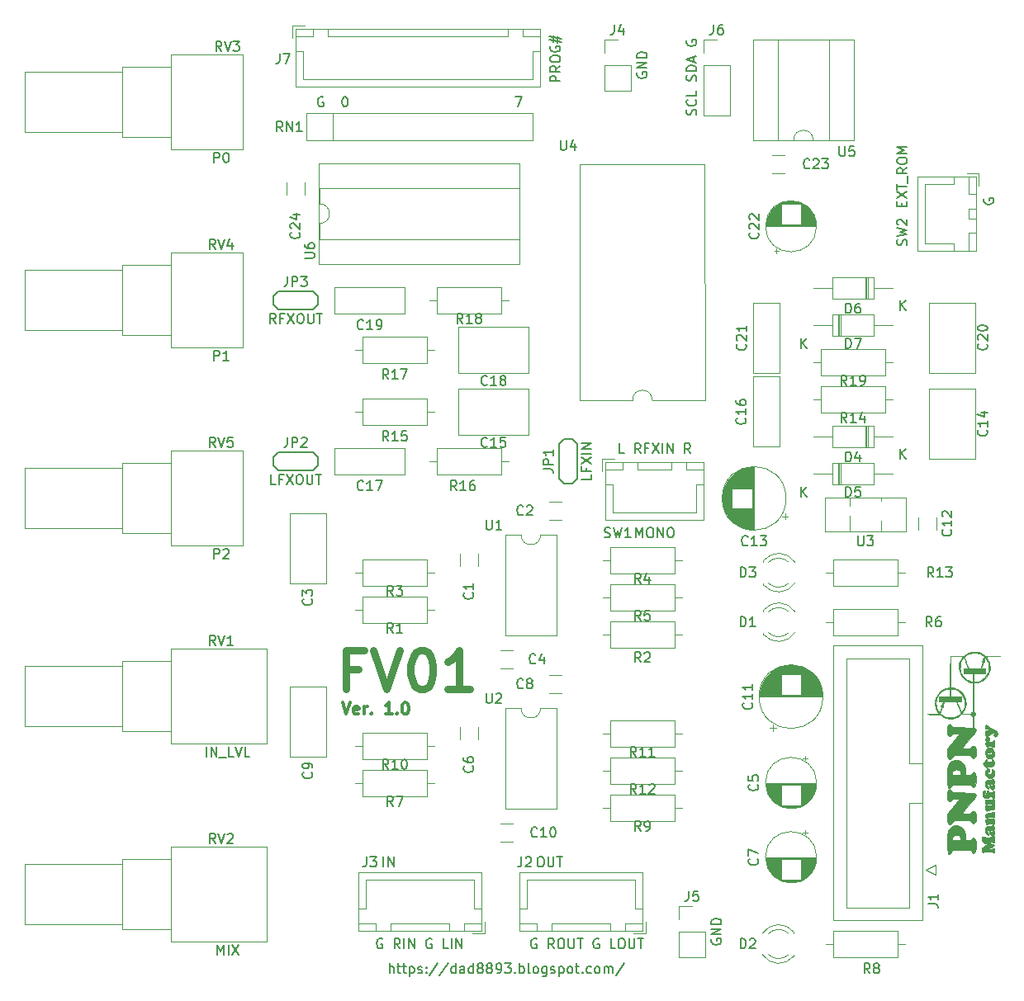
<source format=gto>
G04 #@! TF.GenerationSoftware,KiCad,Pcbnew,(5.1.10)-1*
G04 #@! TF.CreationDate,2022-05-02T08:50:15+09:00*
G04 #@! TF.ProjectId,FV01,46563031-2e6b-4696-9361-645f70636258,Ver.1.0*
G04 #@! TF.SameCoordinates,Original*
G04 #@! TF.FileFunction,Legend,Top*
G04 #@! TF.FilePolarity,Positive*
%FSLAX46Y46*%
G04 Gerber Fmt 4.6, Leading zero omitted, Abs format (unit mm)*
G04 Created by KiCad (PCBNEW (5.1.10)-1) date 2022-05-02 08:50:15*
%MOMM*%
%LPD*%
G01*
G04 APERTURE LIST*
%ADD10C,0.150000*%
%ADD11C,0.300000*%
%ADD12C,0.800000*%
%ADD13C,0.200000*%
%ADD14C,0.010000*%
%ADD15C,0.120000*%
G04 APERTURE END LIST*
D10*
X146502380Y-57530714D02*
X145502380Y-57530714D01*
X145502380Y-57149761D01*
X145550000Y-57054523D01*
X145597619Y-57006904D01*
X145692857Y-56959285D01*
X145835714Y-56959285D01*
X145930952Y-57006904D01*
X145978571Y-57054523D01*
X146026190Y-57149761D01*
X146026190Y-57530714D01*
X146502380Y-55959285D02*
X146026190Y-56292619D01*
X146502380Y-56530714D02*
X145502380Y-56530714D01*
X145502380Y-56149761D01*
X145550000Y-56054523D01*
X145597619Y-56006904D01*
X145692857Y-55959285D01*
X145835714Y-55959285D01*
X145930952Y-56006904D01*
X145978571Y-56054523D01*
X146026190Y-56149761D01*
X146026190Y-56530714D01*
X145502380Y-55340238D02*
X145502380Y-55149761D01*
X145550000Y-55054523D01*
X145645238Y-54959285D01*
X145835714Y-54911666D01*
X146169047Y-54911666D01*
X146359523Y-54959285D01*
X146454761Y-55054523D01*
X146502380Y-55149761D01*
X146502380Y-55340238D01*
X146454761Y-55435476D01*
X146359523Y-55530714D01*
X146169047Y-55578333D01*
X145835714Y-55578333D01*
X145645238Y-55530714D01*
X145550000Y-55435476D01*
X145502380Y-55340238D01*
X145550000Y-53959285D02*
X145502380Y-54054523D01*
X145502380Y-54197380D01*
X145550000Y-54340238D01*
X145645238Y-54435476D01*
X145740476Y-54483095D01*
X145930952Y-54530714D01*
X146073809Y-54530714D01*
X146264285Y-54483095D01*
X146359523Y-54435476D01*
X146454761Y-54340238D01*
X146502380Y-54197380D01*
X146502380Y-54102142D01*
X146454761Y-53959285D01*
X146407142Y-53911666D01*
X146073809Y-53911666D01*
X146073809Y-54102142D01*
X145835714Y-53530714D02*
X145835714Y-52816428D01*
X145407142Y-53245000D02*
X146692857Y-53530714D01*
X146264285Y-52911666D02*
X146264285Y-53625952D01*
X146692857Y-53197380D02*
X145407142Y-52911666D01*
X129017619Y-149042380D02*
X129017619Y-148042380D01*
X129446190Y-149042380D02*
X129446190Y-148518571D01*
X129398571Y-148423333D01*
X129303333Y-148375714D01*
X129160476Y-148375714D01*
X129065238Y-148423333D01*
X129017619Y-148470952D01*
X129779523Y-148375714D02*
X130160476Y-148375714D01*
X129922380Y-148042380D02*
X129922380Y-148899523D01*
X129970000Y-148994761D01*
X130065238Y-149042380D01*
X130160476Y-149042380D01*
X130350952Y-148375714D02*
X130731904Y-148375714D01*
X130493809Y-148042380D02*
X130493809Y-148899523D01*
X130541428Y-148994761D01*
X130636666Y-149042380D01*
X130731904Y-149042380D01*
X131065238Y-148375714D02*
X131065238Y-149375714D01*
X131065238Y-148423333D02*
X131160476Y-148375714D01*
X131350952Y-148375714D01*
X131446190Y-148423333D01*
X131493809Y-148470952D01*
X131541428Y-148566190D01*
X131541428Y-148851904D01*
X131493809Y-148947142D01*
X131446190Y-148994761D01*
X131350952Y-149042380D01*
X131160476Y-149042380D01*
X131065238Y-148994761D01*
X131922380Y-148994761D02*
X132017619Y-149042380D01*
X132208095Y-149042380D01*
X132303333Y-148994761D01*
X132350952Y-148899523D01*
X132350952Y-148851904D01*
X132303333Y-148756666D01*
X132208095Y-148709047D01*
X132065238Y-148709047D01*
X131970000Y-148661428D01*
X131922380Y-148566190D01*
X131922380Y-148518571D01*
X131970000Y-148423333D01*
X132065238Y-148375714D01*
X132208095Y-148375714D01*
X132303333Y-148423333D01*
X132779523Y-148947142D02*
X132827142Y-148994761D01*
X132779523Y-149042380D01*
X132731904Y-148994761D01*
X132779523Y-148947142D01*
X132779523Y-149042380D01*
X132779523Y-148423333D02*
X132827142Y-148470952D01*
X132779523Y-148518571D01*
X132731904Y-148470952D01*
X132779523Y-148423333D01*
X132779523Y-148518571D01*
X133970000Y-147994761D02*
X133112857Y-149280476D01*
X135017619Y-147994761D02*
X134160476Y-149280476D01*
X135779523Y-149042380D02*
X135779523Y-148042380D01*
X135779523Y-148994761D02*
X135684285Y-149042380D01*
X135493809Y-149042380D01*
X135398571Y-148994761D01*
X135350952Y-148947142D01*
X135303333Y-148851904D01*
X135303333Y-148566190D01*
X135350952Y-148470952D01*
X135398571Y-148423333D01*
X135493809Y-148375714D01*
X135684285Y-148375714D01*
X135779523Y-148423333D01*
X136684285Y-149042380D02*
X136684285Y-148518571D01*
X136636666Y-148423333D01*
X136541428Y-148375714D01*
X136350952Y-148375714D01*
X136255714Y-148423333D01*
X136684285Y-148994761D02*
X136589047Y-149042380D01*
X136350952Y-149042380D01*
X136255714Y-148994761D01*
X136208095Y-148899523D01*
X136208095Y-148804285D01*
X136255714Y-148709047D01*
X136350952Y-148661428D01*
X136589047Y-148661428D01*
X136684285Y-148613809D01*
X137589047Y-149042380D02*
X137589047Y-148042380D01*
X137589047Y-148994761D02*
X137493809Y-149042380D01*
X137303333Y-149042380D01*
X137208095Y-148994761D01*
X137160476Y-148947142D01*
X137112857Y-148851904D01*
X137112857Y-148566190D01*
X137160476Y-148470952D01*
X137208095Y-148423333D01*
X137303333Y-148375714D01*
X137493809Y-148375714D01*
X137589047Y-148423333D01*
X138208095Y-148470952D02*
X138112857Y-148423333D01*
X138065238Y-148375714D01*
X138017619Y-148280476D01*
X138017619Y-148232857D01*
X138065238Y-148137619D01*
X138112857Y-148090000D01*
X138208095Y-148042380D01*
X138398571Y-148042380D01*
X138493809Y-148090000D01*
X138541428Y-148137619D01*
X138589047Y-148232857D01*
X138589047Y-148280476D01*
X138541428Y-148375714D01*
X138493809Y-148423333D01*
X138398571Y-148470952D01*
X138208095Y-148470952D01*
X138112857Y-148518571D01*
X138065238Y-148566190D01*
X138017619Y-148661428D01*
X138017619Y-148851904D01*
X138065238Y-148947142D01*
X138112857Y-148994761D01*
X138208095Y-149042380D01*
X138398571Y-149042380D01*
X138493809Y-148994761D01*
X138541428Y-148947142D01*
X138589047Y-148851904D01*
X138589047Y-148661428D01*
X138541428Y-148566190D01*
X138493809Y-148518571D01*
X138398571Y-148470952D01*
X139160476Y-148470952D02*
X139065238Y-148423333D01*
X139017619Y-148375714D01*
X138970000Y-148280476D01*
X138970000Y-148232857D01*
X139017619Y-148137619D01*
X139065238Y-148090000D01*
X139160476Y-148042380D01*
X139350952Y-148042380D01*
X139446190Y-148090000D01*
X139493809Y-148137619D01*
X139541428Y-148232857D01*
X139541428Y-148280476D01*
X139493809Y-148375714D01*
X139446190Y-148423333D01*
X139350952Y-148470952D01*
X139160476Y-148470952D01*
X139065238Y-148518571D01*
X139017619Y-148566190D01*
X138970000Y-148661428D01*
X138970000Y-148851904D01*
X139017619Y-148947142D01*
X139065238Y-148994761D01*
X139160476Y-149042380D01*
X139350952Y-149042380D01*
X139446190Y-148994761D01*
X139493809Y-148947142D01*
X139541428Y-148851904D01*
X139541428Y-148661428D01*
X139493809Y-148566190D01*
X139446190Y-148518571D01*
X139350952Y-148470952D01*
X140017619Y-149042380D02*
X140208095Y-149042380D01*
X140303333Y-148994761D01*
X140350952Y-148947142D01*
X140446190Y-148804285D01*
X140493809Y-148613809D01*
X140493809Y-148232857D01*
X140446190Y-148137619D01*
X140398571Y-148090000D01*
X140303333Y-148042380D01*
X140112857Y-148042380D01*
X140017619Y-148090000D01*
X139970000Y-148137619D01*
X139922380Y-148232857D01*
X139922380Y-148470952D01*
X139970000Y-148566190D01*
X140017619Y-148613809D01*
X140112857Y-148661428D01*
X140303333Y-148661428D01*
X140398571Y-148613809D01*
X140446190Y-148566190D01*
X140493809Y-148470952D01*
X140827142Y-148042380D02*
X141446190Y-148042380D01*
X141112857Y-148423333D01*
X141255714Y-148423333D01*
X141350952Y-148470952D01*
X141398571Y-148518571D01*
X141446190Y-148613809D01*
X141446190Y-148851904D01*
X141398571Y-148947142D01*
X141350952Y-148994761D01*
X141255714Y-149042380D01*
X140970000Y-149042380D01*
X140874761Y-148994761D01*
X140827142Y-148947142D01*
X141874761Y-148947142D02*
X141922380Y-148994761D01*
X141874761Y-149042380D01*
X141827142Y-148994761D01*
X141874761Y-148947142D01*
X141874761Y-149042380D01*
X142350952Y-149042380D02*
X142350952Y-148042380D01*
X142350952Y-148423333D02*
X142446190Y-148375714D01*
X142636666Y-148375714D01*
X142731904Y-148423333D01*
X142779523Y-148470952D01*
X142827142Y-148566190D01*
X142827142Y-148851904D01*
X142779523Y-148947142D01*
X142731904Y-148994761D01*
X142636666Y-149042380D01*
X142446190Y-149042380D01*
X142350952Y-148994761D01*
X143398571Y-149042380D02*
X143303333Y-148994761D01*
X143255714Y-148899523D01*
X143255714Y-148042380D01*
X143922380Y-149042380D02*
X143827142Y-148994761D01*
X143779523Y-148947142D01*
X143731904Y-148851904D01*
X143731904Y-148566190D01*
X143779523Y-148470952D01*
X143827142Y-148423333D01*
X143922380Y-148375714D01*
X144065238Y-148375714D01*
X144160476Y-148423333D01*
X144208095Y-148470952D01*
X144255714Y-148566190D01*
X144255714Y-148851904D01*
X144208095Y-148947142D01*
X144160476Y-148994761D01*
X144065238Y-149042380D01*
X143922380Y-149042380D01*
X145112857Y-148375714D02*
X145112857Y-149185238D01*
X145065238Y-149280476D01*
X145017619Y-149328095D01*
X144922380Y-149375714D01*
X144779523Y-149375714D01*
X144684285Y-149328095D01*
X145112857Y-148994761D02*
X145017619Y-149042380D01*
X144827142Y-149042380D01*
X144731904Y-148994761D01*
X144684285Y-148947142D01*
X144636666Y-148851904D01*
X144636666Y-148566190D01*
X144684285Y-148470952D01*
X144731904Y-148423333D01*
X144827142Y-148375714D01*
X145017619Y-148375714D01*
X145112857Y-148423333D01*
X145541428Y-148994761D02*
X145636666Y-149042380D01*
X145827142Y-149042380D01*
X145922380Y-148994761D01*
X145970000Y-148899523D01*
X145970000Y-148851904D01*
X145922380Y-148756666D01*
X145827142Y-148709047D01*
X145684285Y-148709047D01*
X145589047Y-148661428D01*
X145541428Y-148566190D01*
X145541428Y-148518571D01*
X145589047Y-148423333D01*
X145684285Y-148375714D01*
X145827142Y-148375714D01*
X145922380Y-148423333D01*
X146398571Y-148375714D02*
X146398571Y-149375714D01*
X146398571Y-148423333D02*
X146493809Y-148375714D01*
X146684285Y-148375714D01*
X146779523Y-148423333D01*
X146827142Y-148470952D01*
X146874761Y-148566190D01*
X146874761Y-148851904D01*
X146827142Y-148947142D01*
X146779523Y-148994761D01*
X146684285Y-149042380D01*
X146493809Y-149042380D01*
X146398571Y-148994761D01*
X147446190Y-149042380D02*
X147350952Y-148994761D01*
X147303333Y-148947142D01*
X147255714Y-148851904D01*
X147255714Y-148566190D01*
X147303333Y-148470952D01*
X147350952Y-148423333D01*
X147446190Y-148375714D01*
X147589047Y-148375714D01*
X147684285Y-148423333D01*
X147731904Y-148470952D01*
X147779523Y-148566190D01*
X147779523Y-148851904D01*
X147731904Y-148947142D01*
X147684285Y-148994761D01*
X147589047Y-149042380D01*
X147446190Y-149042380D01*
X148065238Y-148375714D02*
X148446190Y-148375714D01*
X148208095Y-148042380D02*
X148208095Y-148899523D01*
X148255714Y-148994761D01*
X148350952Y-149042380D01*
X148446190Y-149042380D01*
X148779523Y-148947142D02*
X148827142Y-148994761D01*
X148779523Y-149042380D01*
X148731904Y-148994761D01*
X148779523Y-148947142D01*
X148779523Y-149042380D01*
X149684285Y-148994761D02*
X149589047Y-149042380D01*
X149398571Y-149042380D01*
X149303333Y-148994761D01*
X149255714Y-148947142D01*
X149208095Y-148851904D01*
X149208095Y-148566190D01*
X149255714Y-148470952D01*
X149303333Y-148423333D01*
X149398571Y-148375714D01*
X149589047Y-148375714D01*
X149684285Y-148423333D01*
X150255714Y-149042380D02*
X150160476Y-148994761D01*
X150112857Y-148947142D01*
X150065238Y-148851904D01*
X150065238Y-148566190D01*
X150112857Y-148470952D01*
X150160476Y-148423333D01*
X150255714Y-148375714D01*
X150398571Y-148375714D01*
X150493809Y-148423333D01*
X150541428Y-148470952D01*
X150589047Y-148566190D01*
X150589047Y-148851904D01*
X150541428Y-148947142D01*
X150493809Y-148994761D01*
X150398571Y-149042380D01*
X150255714Y-149042380D01*
X151017619Y-149042380D02*
X151017619Y-148375714D01*
X151017619Y-148470952D02*
X151065238Y-148423333D01*
X151160476Y-148375714D01*
X151303333Y-148375714D01*
X151398571Y-148423333D01*
X151446190Y-148518571D01*
X151446190Y-149042380D01*
X151446190Y-148518571D02*
X151493809Y-148423333D01*
X151589047Y-148375714D01*
X151731904Y-148375714D01*
X151827142Y-148423333D01*
X151874761Y-148518571D01*
X151874761Y-149042380D01*
X153065238Y-147994761D02*
X152208095Y-149280476D01*
D11*
X124177857Y-121262857D02*
X124577857Y-122462857D01*
X124977857Y-121262857D01*
X125835000Y-122405714D02*
X125720714Y-122462857D01*
X125492142Y-122462857D01*
X125377857Y-122405714D01*
X125320714Y-122291428D01*
X125320714Y-121834285D01*
X125377857Y-121720000D01*
X125492142Y-121662857D01*
X125720714Y-121662857D01*
X125835000Y-121720000D01*
X125892142Y-121834285D01*
X125892142Y-121948571D01*
X125320714Y-122062857D01*
X126406428Y-122462857D02*
X126406428Y-121662857D01*
X126406428Y-121891428D02*
X126463571Y-121777142D01*
X126520714Y-121720000D01*
X126635000Y-121662857D01*
X126749285Y-121662857D01*
X127149285Y-122348571D02*
X127206428Y-122405714D01*
X127149285Y-122462857D01*
X127092142Y-122405714D01*
X127149285Y-122348571D01*
X127149285Y-122462857D01*
X129263571Y-122462857D02*
X128577857Y-122462857D01*
X128920714Y-122462857D02*
X128920714Y-121262857D01*
X128806428Y-121434285D01*
X128692142Y-121548571D01*
X128577857Y-121605714D01*
X129777857Y-122348571D02*
X129835000Y-122405714D01*
X129777857Y-122462857D01*
X129720714Y-122405714D01*
X129777857Y-122348571D01*
X129777857Y-122462857D01*
X130577857Y-121262857D02*
X130692142Y-121262857D01*
X130806428Y-121320000D01*
X130863571Y-121377142D01*
X130920714Y-121491428D01*
X130977857Y-121720000D01*
X130977857Y-122005714D01*
X130920714Y-122234285D01*
X130863571Y-122348571D01*
X130806428Y-122405714D01*
X130692142Y-122462857D01*
X130577857Y-122462857D01*
X130463571Y-122405714D01*
X130406428Y-122348571D01*
X130349285Y-122234285D01*
X130292142Y-122005714D01*
X130292142Y-121720000D01*
X130349285Y-121491428D01*
X130406428Y-121377142D01*
X130463571Y-121320000D01*
X130577857Y-121262857D01*
D12*
X125857619Y-117824285D02*
X124524285Y-117824285D01*
X124524285Y-119919523D02*
X124524285Y-115919523D01*
X126429047Y-115919523D01*
X127381428Y-115919523D02*
X128714761Y-119919523D01*
X130048095Y-115919523D01*
X132143333Y-115919523D02*
X132524285Y-115919523D01*
X132905238Y-116110000D01*
X133095714Y-116300476D01*
X133286190Y-116681428D01*
X133476666Y-117443333D01*
X133476666Y-118395714D01*
X133286190Y-119157619D01*
X133095714Y-119538571D01*
X132905238Y-119729047D01*
X132524285Y-119919523D01*
X132143333Y-119919523D01*
X131762380Y-119729047D01*
X131571904Y-119538571D01*
X131381428Y-119157619D01*
X131190952Y-118395714D01*
X131190952Y-117443333D01*
X131381428Y-116681428D01*
X131571904Y-116300476D01*
X131762380Y-116110000D01*
X132143333Y-115919523D01*
X137286190Y-119919523D02*
X135000476Y-119919523D01*
X136143333Y-119919523D02*
X136143333Y-115919523D01*
X135762380Y-116490952D01*
X135381428Y-116871904D01*
X135000476Y-117062380D01*
D10*
X190000000Y-69588095D02*
X189952380Y-69683333D01*
X189952380Y-69826190D01*
X190000000Y-69969047D01*
X190095238Y-70064285D01*
X190190476Y-70111904D01*
X190380952Y-70159523D01*
X190523809Y-70159523D01*
X190714285Y-70111904D01*
X190809523Y-70064285D01*
X190904761Y-69969047D01*
X190952380Y-69826190D01*
X190952380Y-69730952D01*
X190904761Y-69588095D01*
X190857142Y-69540476D01*
X190523809Y-69540476D01*
X190523809Y-69730952D01*
X181538571Y-70357619D02*
X181538571Y-70024285D01*
X182062380Y-69881428D02*
X182062380Y-70357619D01*
X181062380Y-70357619D01*
X181062380Y-69881428D01*
X181062380Y-69548095D02*
X182062380Y-68881428D01*
X181062380Y-68881428D02*
X182062380Y-69548095D01*
X181062380Y-68643333D02*
X181062380Y-68071904D01*
X182062380Y-68357619D02*
X181062380Y-68357619D01*
X182157619Y-67976666D02*
X182157619Y-67214761D01*
X182062380Y-66405238D02*
X181586190Y-66738571D01*
X182062380Y-66976666D02*
X181062380Y-66976666D01*
X181062380Y-66595714D01*
X181110000Y-66500476D01*
X181157619Y-66452857D01*
X181252857Y-66405238D01*
X181395714Y-66405238D01*
X181490952Y-66452857D01*
X181538571Y-66500476D01*
X181586190Y-66595714D01*
X181586190Y-66976666D01*
X181062380Y-65786190D02*
X181062380Y-65595714D01*
X181110000Y-65500476D01*
X181205238Y-65405238D01*
X181395714Y-65357619D01*
X181729047Y-65357619D01*
X181919523Y-65405238D01*
X182014761Y-65500476D01*
X182062380Y-65595714D01*
X182062380Y-65786190D01*
X182014761Y-65881428D01*
X181919523Y-65976666D01*
X181729047Y-66024285D01*
X181395714Y-66024285D01*
X181205238Y-65976666D01*
X181110000Y-65881428D01*
X181062380Y-65786190D01*
X182062380Y-64929047D02*
X181062380Y-64929047D01*
X181776666Y-64595714D01*
X181062380Y-64262380D01*
X182062380Y-64262380D01*
X111347380Y-147137380D02*
X111347380Y-146137380D01*
X111680714Y-146851666D01*
X112014047Y-146137380D01*
X112014047Y-147137380D01*
X112490238Y-147137380D02*
X112490238Y-146137380D01*
X112871190Y-146137380D02*
X113537857Y-147137380D01*
X113537857Y-146137380D02*
X112871190Y-147137380D01*
X110252142Y-126817380D02*
X110252142Y-125817380D01*
X110728333Y-126817380D02*
X110728333Y-125817380D01*
X111299761Y-126817380D01*
X111299761Y-125817380D01*
X111537857Y-126912619D02*
X112299761Y-126912619D01*
X113014047Y-126817380D02*
X112537857Y-126817380D01*
X112537857Y-125817380D01*
X113204523Y-125817380D02*
X113537857Y-126817380D01*
X113871190Y-125817380D01*
X114680714Y-126817380D02*
X114204523Y-126817380D01*
X114204523Y-125817380D01*
X111021904Y-106497380D02*
X111021904Y-105497380D01*
X111402857Y-105497380D01*
X111498095Y-105545000D01*
X111545714Y-105592619D01*
X111593333Y-105687857D01*
X111593333Y-105830714D01*
X111545714Y-105925952D01*
X111498095Y-105973571D01*
X111402857Y-106021190D01*
X111021904Y-106021190D01*
X111974285Y-105592619D02*
X112021904Y-105545000D01*
X112117142Y-105497380D01*
X112355238Y-105497380D01*
X112450476Y-105545000D01*
X112498095Y-105592619D01*
X112545714Y-105687857D01*
X112545714Y-105783095D01*
X112498095Y-105925952D01*
X111926666Y-106497380D01*
X112545714Y-106497380D01*
X111021904Y-86177380D02*
X111021904Y-85177380D01*
X111402857Y-85177380D01*
X111498095Y-85225000D01*
X111545714Y-85272619D01*
X111593333Y-85367857D01*
X111593333Y-85510714D01*
X111545714Y-85605952D01*
X111498095Y-85653571D01*
X111402857Y-85701190D01*
X111021904Y-85701190D01*
X112545714Y-86177380D02*
X111974285Y-86177380D01*
X112260000Y-86177380D02*
X112260000Y-85177380D01*
X112164761Y-85320238D01*
X112069523Y-85415476D01*
X111974285Y-85463095D01*
X111021904Y-65857380D02*
X111021904Y-64857380D01*
X111402857Y-64857380D01*
X111498095Y-64905000D01*
X111545714Y-64952619D01*
X111593333Y-65047857D01*
X111593333Y-65190714D01*
X111545714Y-65285952D01*
X111498095Y-65333571D01*
X111402857Y-65381190D01*
X111021904Y-65381190D01*
X112212380Y-64857380D02*
X112307619Y-64857380D01*
X112402857Y-64905000D01*
X112450476Y-64952619D01*
X112498095Y-65047857D01*
X112545714Y-65238333D01*
X112545714Y-65476428D01*
X112498095Y-65666904D01*
X112450476Y-65762142D01*
X112402857Y-65809761D01*
X112307619Y-65857380D01*
X112212380Y-65857380D01*
X112117142Y-65809761D01*
X112069523Y-65762142D01*
X112021904Y-65666904D01*
X111974285Y-65476428D01*
X111974285Y-65238333D01*
X112021904Y-65047857D01*
X112069523Y-64952619D01*
X112117142Y-64905000D01*
X112212380Y-64857380D01*
X149677380Y-97877142D02*
X149677380Y-98353333D01*
X148677380Y-98353333D01*
X149153571Y-97210476D02*
X149153571Y-97543809D01*
X149677380Y-97543809D02*
X148677380Y-97543809D01*
X148677380Y-97067619D01*
X148677380Y-96781904D02*
X149677380Y-96115238D01*
X148677380Y-96115238D02*
X149677380Y-96781904D01*
X149677380Y-95734285D02*
X148677380Y-95734285D01*
X149677380Y-95258095D02*
X148677380Y-95258095D01*
X149677380Y-94686666D01*
X148677380Y-94686666D01*
X153090952Y-95702380D02*
X152614761Y-95702380D01*
X152614761Y-94702380D01*
X154757619Y-95702380D02*
X154424285Y-95226190D01*
X154186190Y-95702380D02*
X154186190Y-94702380D01*
X154567142Y-94702380D01*
X154662380Y-94750000D01*
X154710000Y-94797619D01*
X154757619Y-94892857D01*
X154757619Y-95035714D01*
X154710000Y-95130952D01*
X154662380Y-95178571D01*
X154567142Y-95226190D01*
X154186190Y-95226190D01*
X155519523Y-95178571D02*
X155186190Y-95178571D01*
X155186190Y-95702380D02*
X155186190Y-94702380D01*
X155662380Y-94702380D01*
X155948095Y-94702380D02*
X156614761Y-95702380D01*
X156614761Y-94702380D02*
X155948095Y-95702380D01*
X156995714Y-95702380D02*
X156995714Y-94702380D01*
X157471904Y-95702380D02*
X157471904Y-94702380D01*
X158043333Y-95702380D01*
X158043333Y-94702380D01*
X159852857Y-95702380D02*
X159519523Y-95226190D01*
X159281428Y-95702380D02*
X159281428Y-94702380D01*
X159662380Y-94702380D01*
X159757619Y-94750000D01*
X159805238Y-94797619D01*
X159852857Y-94892857D01*
X159852857Y-95035714D01*
X159805238Y-95130952D01*
X159757619Y-95178571D01*
X159662380Y-95226190D01*
X159281428Y-95226190D01*
X154305238Y-104338380D02*
X154305238Y-103338380D01*
X154638571Y-104052666D01*
X154971904Y-103338380D01*
X154971904Y-104338380D01*
X155638571Y-103338380D02*
X155829047Y-103338380D01*
X155924285Y-103386000D01*
X156019523Y-103481238D01*
X156067142Y-103671714D01*
X156067142Y-104005047D01*
X156019523Y-104195523D01*
X155924285Y-104290761D01*
X155829047Y-104338380D01*
X155638571Y-104338380D01*
X155543333Y-104290761D01*
X155448095Y-104195523D01*
X155400476Y-104005047D01*
X155400476Y-103671714D01*
X155448095Y-103481238D01*
X155543333Y-103386000D01*
X155638571Y-103338380D01*
X156495714Y-104338380D02*
X156495714Y-103338380D01*
X157067142Y-104338380D01*
X157067142Y-103338380D01*
X157733809Y-103338380D02*
X157924285Y-103338380D01*
X158019523Y-103386000D01*
X158114761Y-103481238D01*
X158162380Y-103671714D01*
X158162380Y-104005047D01*
X158114761Y-104195523D01*
X158019523Y-104290761D01*
X157924285Y-104338380D01*
X157733809Y-104338380D01*
X157638571Y-104290761D01*
X157543333Y-104195523D01*
X157495714Y-104005047D01*
X157495714Y-103671714D01*
X157543333Y-103481238D01*
X157638571Y-103386000D01*
X157733809Y-103338380D01*
X117356190Y-98877380D02*
X116880000Y-98877380D01*
X116880000Y-97877380D01*
X118022857Y-98353571D02*
X117689523Y-98353571D01*
X117689523Y-98877380D02*
X117689523Y-97877380D01*
X118165714Y-97877380D01*
X118451428Y-97877380D02*
X119118095Y-98877380D01*
X119118095Y-97877380D02*
X118451428Y-98877380D01*
X119689523Y-97877380D02*
X119880000Y-97877380D01*
X119975238Y-97925000D01*
X120070476Y-98020238D01*
X120118095Y-98210714D01*
X120118095Y-98544047D01*
X120070476Y-98734523D01*
X119975238Y-98829761D01*
X119880000Y-98877380D01*
X119689523Y-98877380D01*
X119594285Y-98829761D01*
X119499047Y-98734523D01*
X119451428Y-98544047D01*
X119451428Y-98210714D01*
X119499047Y-98020238D01*
X119594285Y-97925000D01*
X119689523Y-97877380D01*
X120546666Y-97877380D02*
X120546666Y-98686904D01*
X120594285Y-98782142D01*
X120641904Y-98829761D01*
X120737142Y-98877380D01*
X120927619Y-98877380D01*
X121022857Y-98829761D01*
X121070476Y-98782142D01*
X121118095Y-98686904D01*
X121118095Y-97877380D01*
X121451428Y-97877380D02*
X122022857Y-97877380D01*
X121737142Y-98877380D02*
X121737142Y-97877380D01*
X117356190Y-82367380D02*
X117022857Y-81891190D01*
X116784761Y-82367380D02*
X116784761Y-81367380D01*
X117165714Y-81367380D01*
X117260952Y-81415000D01*
X117308571Y-81462619D01*
X117356190Y-81557857D01*
X117356190Y-81700714D01*
X117308571Y-81795952D01*
X117260952Y-81843571D01*
X117165714Y-81891190D01*
X116784761Y-81891190D01*
X118118095Y-81843571D02*
X117784761Y-81843571D01*
X117784761Y-82367380D02*
X117784761Y-81367380D01*
X118260952Y-81367380D01*
X118546666Y-81367380D02*
X119213333Y-82367380D01*
X119213333Y-81367380D02*
X118546666Y-82367380D01*
X119784761Y-81367380D02*
X119975238Y-81367380D01*
X120070476Y-81415000D01*
X120165714Y-81510238D01*
X120213333Y-81700714D01*
X120213333Y-82034047D01*
X120165714Y-82224523D01*
X120070476Y-82319761D01*
X119975238Y-82367380D01*
X119784761Y-82367380D01*
X119689523Y-82319761D01*
X119594285Y-82224523D01*
X119546666Y-82034047D01*
X119546666Y-81700714D01*
X119594285Y-81510238D01*
X119689523Y-81415000D01*
X119784761Y-81367380D01*
X120641904Y-81367380D02*
X120641904Y-82176904D01*
X120689523Y-82272142D01*
X120737142Y-82319761D01*
X120832380Y-82367380D01*
X121022857Y-82367380D01*
X121118095Y-82319761D01*
X121165714Y-82272142D01*
X121213333Y-82176904D01*
X121213333Y-81367380D01*
X121546666Y-81367380D02*
X122118095Y-81367380D01*
X121832380Y-82367380D02*
X121832380Y-81367380D01*
X141906666Y-59142380D02*
X142573333Y-59142380D01*
X142144761Y-60142380D01*
X122213809Y-59190000D02*
X122118571Y-59142380D01*
X121975714Y-59142380D01*
X121832857Y-59190000D01*
X121737619Y-59285238D01*
X121690000Y-59380476D01*
X121642380Y-59570952D01*
X121642380Y-59713809D01*
X121690000Y-59904285D01*
X121737619Y-59999523D01*
X121832857Y-60094761D01*
X121975714Y-60142380D01*
X122070952Y-60142380D01*
X122213809Y-60094761D01*
X122261428Y-60047142D01*
X122261428Y-59713809D01*
X122070952Y-59713809D01*
X124404285Y-59142380D02*
X124499523Y-59142380D01*
X124594761Y-59190000D01*
X124642380Y-59237619D01*
X124690000Y-59332857D01*
X124737619Y-59523333D01*
X124737619Y-59761428D01*
X124690000Y-59951904D01*
X124642380Y-60047142D01*
X124594761Y-60094761D01*
X124499523Y-60142380D01*
X124404285Y-60142380D01*
X124309047Y-60094761D01*
X124261428Y-60047142D01*
X124213809Y-59951904D01*
X124166190Y-59761428D01*
X124166190Y-59523333D01*
X124213809Y-59332857D01*
X124261428Y-59237619D01*
X124309047Y-59190000D01*
X124404285Y-59142380D01*
X160424761Y-61007142D02*
X160472380Y-60864285D01*
X160472380Y-60626190D01*
X160424761Y-60530952D01*
X160377142Y-60483333D01*
X160281904Y-60435714D01*
X160186666Y-60435714D01*
X160091428Y-60483333D01*
X160043809Y-60530952D01*
X159996190Y-60626190D01*
X159948571Y-60816666D01*
X159900952Y-60911904D01*
X159853333Y-60959523D01*
X159758095Y-61007142D01*
X159662857Y-61007142D01*
X159567619Y-60959523D01*
X159520000Y-60911904D01*
X159472380Y-60816666D01*
X159472380Y-60578571D01*
X159520000Y-60435714D01*
X160377142Y-59435714D02*
X160424761Y-59483333D01*
X160472380Y-59626190D01*
X160472380Y-59721428D01*
X160424761Y-59864285D01*
X160329523Y-59959523D01*
X160234285Y-60007142D01*
X160043809Y-60054761D01*
X159900952Y-60054761D01*
X159710476Y-60007142D01*
X159615238Y-59959523D01*
X159520000Y-59864285D01*
X159472380Y-59721428D01*
X159472380Y-59626190D01*
X159520000Y-59483333D01*
X159567619Y-59435714D01*
X160472380Y-58530952D02*
X160472380Y-59007142D01*
X159472380Y-59007142D01*
X160424761Y-57483333D02*
X160472380Y-57340476D01*
X160472380Y-57102380D01*
X160424761Y-57007142D01*
X160377142Y-56959523D01*
X160281904Y-56911904D01*
X160186666Y-56911904D01*
X160091428Y-56959523D01*
X160043809Y-57007142D01*
X159996190Y-57102380D01*
X159948571Y-57292857D01*
X159900952Y-57388095D01*
X159853333Y-57435714D01*
X159758095Y-57483333D01*
X159662857Y-57483333D01*
X159567619Y-57435714D01*
X159520000Y-57388095D01*
X159472380Y-57292857D01*
X159472380Y-57054761D01*
X159520000Y-56911904D01*
X160472380Y-56483333D02*
X159472380Y-56483333D01*
X159472380Y-56245238D01*
X159520000Y-56102380D01*
X159615238Y-56007142D01*
X159710476Y-55959523D01*
X159900952Y-55911904D01*
X160043809Y-55911904D01*
X160234285Y-55959523D01*
X160329523Y-56007142D01*
X160424761Y-56102380D01*
X160472380Y-56245238D01*
X160472380Y-56483333D01*
X160186666Y-55530952D02*
X160186666Y-55054761D01*
X160472380Y-55626190D02*
X159472380Y-55292857D01*
X160472380Y-54959523D01*
X159520000Y-53340476D02*
X159472380Y-53435714D01*
X159472380Y-53578571D01*
X159520000Y-53721428D01*
X159615238Y-53816666D01*
X159710476Y-53864285D01*
X159900952Y-53911904D01*
X160043809Y-53911904D01*
X160234285Y-53864285D01*
X160329523Y-53816666D01*
X160424761Y-53721428D01*
X160472380Y-53578571D01*
X160472380Y-53483333D01*
X160424761Y-53340476D01*
X160377142Y-53292857D01*
X160043809Y-53292857D01*
X160043809Y-53483333D01*
X154440000Y-56641904D02*
X154392380Y-56737142D01*
X154392380Y-56880000D01*
X154440000Y-57022857D01*
X154535238Y-57118095D01*
X154630476Y-57165714D01*
X154820952Y-57213333D01*
X154963809Y-57213333D01*
X155154285Y-57165714D01*
X155249523Y-57118095D01*
X155344761Y-57022857D01*
X155392380Y-56880000D01*
X155392380Y-56784761D01*
X155344761Y-56641904D01*
X155297142Y-56594285D01*
X154963809Y-56594285D01*
X154963809Y-56784761D01*
X155392380Y-56165714D02*
X154392380Y-56165714D01*
X155392380Y-55594285D01*
X154392380Y-55594285D01*
X155392380Y-55118095D02*
X154392380Y-55118095D01*
X154392380Y-54880000D01*
X154440000Y-54737142D01*
X154535238Y-54641904D01*
X154630476Y-54594285D01*
X154820952Y-54546666D01*
X154963809Y-54546666D01*
X155154285Y-54594285D01*
X155249523Y-54641904D01*
X155344761Y-54737142D01*
X155392380Y-54880000D01*
X155392380Y-55118095D01*
X162060000Y-145541904D02*
X162012380Y-145637142D01*
X162012380Y-145780000D01*
X162060000Y-145922857D01*
X162155238Y-146018095D01*
X162250476Y-146065714D01*
X162440952Y-146113333D01*
X162583809Y-146113333D01*
X162774285Y-146065714D01*
X162869523Y-146018095D01*
X162964761Y-145922857D01*
X163012380Y-145780000D01*
X163012380Y-145684761D01*
X162964761Y-145541904D01*
X162917142Y-145494285D01*
X162583809Y-145494285D01*
X162583809Y-145684761D01*
X163012380Y-145065714D02*
X162012380Y-145065714D01*
X163012380Y-144494285D01*
X162012380Y-144494285D01*
X163012380Y-144018095D02*
X162012380Y-144018095D01*
X162012380Y-143780000D01*
X162060000Y-143637142D01*
X162155238Y-143541904D01*
X162250476Y-143494285D01*
X162440952Y-143446666D01*
X162583809Y-143446666D01*
X162774285Y-143494285D01*
X162869523Y-143541904D01*
X162964761Y-143637142D01*
X163012380Y-143780000D01*
X163012380Y-144018095D01*
X144415000Y-137120380D02*
X144605476Y-137120380D01*
X144700714Y-137168000D01*
X144795952Y-137263238D01*
X144843571Y-137453714D01*
X144843571Y-137787047D01*
X144795952Y-137977523D01*
X144700714Y-138072761D01*
X144605476Y-138120380D01*
X144415000Y-138120380D01*
X144319761Y-138072761D01*
X144224523Y-137977523D01*
X144176904Y-137787047D01*
X144176904Y-137453714D01*
X144224523Y-137263238D01*
X144319761Y-137168000D01*
X144415000Y-137120380D01*
X145272142Y-137120380D02*
X145272142Y-137929904D01*
X145319761Y-138025142D01*
X145367380Y-138072761D01*
X145462619Y-138120380D01*
X145653095Y-138120380D01*
X145748333Y-138072761D01*
X145795952Y-138025142D01*
X145843571Y-137929904D01*
X145843571Y-137120380D01*
X146176904Y-137120380D02*
X146748333Y-137120380D01*
X146462619Y-138120380D02*
X146462619Y-137120380D01*
X128381190Y-138120380D02*
X128381190Y-137120380D01*
X128857380Y-138120380D02*
X128857380Y-137120380D01*
X129428809Y-138120380D01*
X129428809Y-137120380D01*
X144082142Y-145550000D02*
X143986904Y-145502380D01*
X143844047Y-145502380D01*
X143701190Y-145550000D01*
X143605952Y-145645238D01*
X143558333Y-145740476D01*
X143510714Y-145930952D01*
X143510714Y-146073809D01*
X143558333Y-146264285D01*
X143605952Y-146359523D01*
X143701190Y-146454761D01*
X143844047Y-146502380D01*
X143939285Y-146502380D01*
X144082142Y-146454761D01*
X144129761Y-146407142D01*
X144129761Y-146073809D01*
X143939285Y-146073809D01*
X145891666Y-146502380D02*
X145558333Y-146026190D01*
X145320238Y-146502380D02*
X145320238Y-145502380D01*
X145701190Y-145502380D01*
X145796428Y-145550000D01*
X145844047Y-145597619D01*
X145891666Y-145692857D01*
X145891666Y-145835714D01*
X145844047Y-145930952D01*
X145796428Y-145978571D01*
X145701190Y-146026190D01*
X145320238Y-146026190D01*
X146510714Y-145502380D02*
X146701190Y-145502380D01*
X146796428Y-145550000D01*
X146891666Y-145645238D01*
X146939285Y-145835714D01*
X146939285Y-146169047D01*
X146891666Y-146359523D01*
X146796428Y-146454761D01*
X146701190Y-146502380D01*
X146510714Y-146502380D01*
X146415476Y-146454761D01*
X146320238Y-146359523D01*
X146272619Y-146169047D01*
X146272619Y-145835714D01*
X146320238Y-145645238D01*
X146415476Y-145550000D01*
X146510714Y-145502380D01*
X147367857Y-145502380D02*
X147367857Y-146311904D01*
X147415476Y-146407142D01*
X147463095Y-146454761D01*
X147558333Y-146502380D01*
X147748809Y-146502380D01*
X147844047Y-146454761D01*
X147891666Y-146407142D01*
X147939285Y-146311904D01*
X147939285Y-145502380D01*
X148272619Y-145502380D02*
X148844047Y-145502380D01*
X148558333Y-146502380D02*
X148558333Y-145502380D01*
X150463095Y-145550000D02*
X150367857Y-145502380D01*
X150225000Y-145502380D01*
X150082142Y-145550000D01*
X149986904Y-145645238D01*
X149939285Y-145740476D01*
X149891666Y-145930952D01*
X149891666Y-146073809D01*
X149939285Y-146264285D01*
X149986904Y-146359523D01*
X150082142Y-146454761D01*
X150225000Y-146502380D01*
X150320238Y-146502380D01*
X150463095Y-146454761D01*
X150510714Y-146407142D01*
X150510714Y-146073809D01*
X150320238Y-146073809D01*
X152177380Y-146502380D02*
X151701190Y-146502380D01*
X151701190Y-145502380D01*
X152701190Y-145502380D02*
X152891666Y-145502380D01*
X152986904Y-145550000D01*
X153082142Y-145645238D01*
X153129761Y-145835714D01*
X153129761Y-146169047D01*
X153082142Y-146359523D01*
X152986904Y-146454761D01*
X152891666Y-146502380D01*
X152701190Y-146502380D01*
X152605952Y-146454761D01*
X152510714Y-146359523D01*
X152463095Y-146169047D01*
X152463095Y-145835714D01*
X152510714Y-145645238D01*
X152605952Y-145550000D01*
X152701190Y-145502380D01*
X153558333Y-145502380D02*
X153558333Y-146311904D01*
X153605952Y-146407142D01*
X153653571Y-146454761D01*
X153748809Y-146502380D01*
X153939285Y-146502380D01*
X154034523Y-146454761D01*
X154082142Y-146407142D01*
X154129761Y-146311904D01*
X154129761Y-145502380D01*
X154463095Y-145502380D02*
X155034523Y-145502380D01*
X154748809Y-146502380D02*
X154748809Y-145502380D01*
D13*
X128270476Y-145550000D02*
X128175238Y-145502380D01*
X128032380Y-145502380D01*
X127889523Y-145550000D01*
X127794285Y-145645238D01*
X127746666Y-145740476D01*
X127699047Y-145930952D01*
X127699047Y-146073809D01*
X127746666Y-146264285D01*
X127794285Y-146359523D01*
X127889523Y-146454761D01*
X128032380Y-146502380D01*
X128127619Y-146502380D01*
X128270476Y-146454761D01*
X128318095Y-146407142D01*
X128318095Y-146073809D01*
X128127619Y-146073809D01*
X130080000Y-146502380D02*
X129746666Y-146026190D01*
X129508571Y-146502380D02*
X129508571Y-145502380D01*
X129889523Y-145502380D01*
X129984761Y-145550000D01*
X130032380Y-145597619D01*
X130080000Y-145692857D01*
X130080000Y-145835714D01*
X130032380Y-145930952D01*
X129984761Y-145978571D01*
X129889523Y-146026190D01*
X129508571Y-146026190D01*
X130508571Y-146502380D02*
X130508571Y-145502380D01*
X130984761Y-146502380D02*
X130984761Y-145502380D01*
X131556190Y-146502380D01*
X131556190Y-145502380D01*
X133318095Y-145550000D02*
X133222857Y-145502380D01*
X133080000Y-145502380D01*
X132937142Y-145550000D01*
X132841904Y-145645238D01*
X132794285Y-145740476D01*
X132746666Y-145930952D01*
X132746666Y-146073809D01*
X132794285Y-146264285D01*
X132841904Y-146359523D01*
X132937142Y-146454761D01*
X133080000Y-146502380D01*
X133175238Y-146502380D01*
X133318095Y-146454761D01*
X133365714Y-146407142D01*
X133365714Y-146073809D01*
X133175238Y-146073809D01*
X135032380Y-146502380D02*
X134556190Y-146502380D01*
X134556190Y-145502380D01*
X135365714Y-146502380D02*
X135365714Y-145502380D01*
X135841904Y-146502380D02*
X135841904Y-145502380D01*
X136413333Y-146502380D01*
X136413333Y-145502380D01*
D14*
G04 #@! TO.C,G\u002A\u002A\u002A*
G36*
X184179301Y-122447010D02*
G01*
X184206300Y-122440479D01*
X184256050Y-122435530D01*
X184332442Y-122431986D01*
X184439364Y-122429668D01*
X184580705Y-122428399D01*
X184760355Y-122428001D01*
X184767072Y-122428000D01*
X184941022Y-122427920D01*
X185076881Y-122427477D01*
X185178888Y-122426366D01*
X185251286Y-122424282D01*
X185298315Y-122420922D01*
X185324217Y-122415980D01*
X185333232Y-122409152D01*
X185329603Y-122400133D01*
X185317569Y-122388618D01*
X185317405Y-122388476D01*
X185284024Y-122351829D01*
X185271833Y-122324976D01*
X185259316Y-122302192D01*
X185253675Y-122301000D01*
X185228567Y-122282538D01*
X185192411Y-122232476D01*
X185149160Y-122158799D01*
X185102766Y-122069494D01*
X185057182Y-121972548D01*
X185016362Y-121875944D01*
X184984258Y-121787671D01*
X184965391Y-121718593D01*
X184934875Y-121523975D01*
X184921814Y-121335751D01*
X184926642Y-121165607D01*
X184941054Y-121062750D01*
X184954197Y-120997633D01*
X184964128Y-120948274D01*
X184989227Y-120859969D01*
X185030941Y-120750858D01*
X185082852Y-120635652D01*
X185138540Y-120529062D01*
X185169177Y-120478318D01*
X185302801Y-120302156D01*
X185462745Y-120142202D01*
X185641590Y-120003587D01*
X185831916Y-119891440D01*
X186026304Y-119810894D01*
X186192583Y-119770573D01*
X186253933Y-119760299D01*
X186298416Y-119751894D01*
X186350225Y-119745026D01*
X186409411Y-119741453D01*
X186478072Y-119739833D01*
X186483494Y-118104766D01*
X186488916Y-116469698D01*
X187885916Y-116469352D01*
X188024132Y-116370392D01*
X188107839Y-116313957D01*
X188198942Y-116258132D01*
X188286936Y-116208801D01*
X188361317Y-116171851D01*
X188411581Y-116153169D01*
X188411926Y-116153094D01*
X188453035Y-116140768D01*
X188468000Y-116135159D01*
X188623152Y-116089263D01*
X188803601Y-116062688D01*
X188996878Y-116055622D01*
X189190518Y-116068253D01*
X189372051Y-116100771D01*
X189441828Y-116120448D01*
X189583630Y-116173453D01*
X189725492Y-116240271D01*
X189855815Y-116314553D01*
X189962997Y-116389948D01*
X190009525Y-116431221D01*
X190053924Y-116465443D01*
X190073025Y-116476149D01*
X190101854Y-116480025D01*
X190167937Y-116483474D01*
X190266192Y-116486399D01*
X190391542Y-116488705D01*
X190538907Y-116490294D01*
X190703208Y-116491071D01*
X190854541Y-116491013D01*
X191058806Y-116490744D01*
X191224281Y-116491229D01*
X191354503Y-116492586D01*
X191453010Y-116494937D01*
X191523341Y-116498401D01*
X191569033Y-116503098D01*
X191593625Y-116509148D01*
X191600666Y-116516336D01*
X191592883Y-116523895D01*
X191567160Y-116530004D01*
X191519940Y-116534796D01*
X191447663Y-116538404D01*
X191346770Y-116540961D01*
X191213703Y-116542601D01*
X191044904Y-116543457D01*
X190869828Y-116543667D01*
X190138990Y-116543667D01*
X190242264Y-116678410D01*
X190380385Y-116891430D01*
X190480401Y-117116825D01*
X190543161Y-117350401D01*
X190569518Y-117587965D01*
X190560321Y-117825324D01*
X190516423Y-118058286D01*
X190438673Y-118282656D01*
X190327923Y-118494243D01*
X190185024Y-118688852D01*
X190010827Y-118862291D01*
X189806183Y-119010366D01*
X189763964Y-119035267D01*
X189692329Y-119072736D01*
X189612698Y-119109308D01*
X189536580Y-119140286D01*
X189475487Y-119160972D01*
X189441666Y-119166789D01*
X189416484Y-119172568D01*
X189370193Y-119188510D01*
X189368202Y-119189265D01*
X189301005Y-119207111D01*
X189205790Y-119222650D01*
X189096868Y-119234101D01*
X188988550Y-119239689D01*
X188960125Y-119239960D01*
X188938958Y-119239926D01*
X188938958Y-119128145D01*
X189056703Y-119127436D01*
X189169665Y-119115857D01*
X189299605Y-119091143D01*
X189304083Y-119090155D01*
X189538125Y-119017222D01*
X189754762Y-118907595D01*
X189949903Y-118764767D01*
X190119451Y-118592231D01*
X190259315Y-118393479D01*
X190358102Y-118190858D01*
X190393537Y-118097174D01*
X190417158Y-118020716D01*
X190432896Y-117944524D01*
X190444680Y-117851638D01*
X190450423Y-117792500D01*
X190457681Y-117721282D01*
X190464304Y-117669284D01*
X190468657Y-117648400D01*
X190469576Y-117625137D01*
X190466361Y-117606066D01*
X190459942Y-117564507D01*
X190452586Y-117499728D01*
X190449261Y-117464417D01*
X190443400Y-117404102D01*
X190438524Y-117365777D01*
X190436690Y-117358583D01*
X190430940Y-117340632D01*
X190423771Y-117305667D01*
X190392207Y-117191090D01*
X190338351Y-117058348D01*
X190268504Y-116920493D01*
X190188969Y-116790578D01*
X190146374Y-116731147D01*
X190102787Y-116675475D01*
X190077110Y-116649787D01*
X190062164Y-116649965D01*
X190050772Y-116671894D01*
X190049397Y-116675539D01*
X190039128Y-116719974D01*
X190028955Y-116791757D01*
X190020966Y-116875951D01*
X190020514Y-116882333D01*
X190013098Y-116986750D01*
X190006581Y-117055916D01*
X189998816Y-117096807D01*
X189987658Y-117116395D01*
X189970961Y-117121654D01*
X189947486Y-117119667D01*
X189927155Y-117119784D01*
X189909579Y-117129462D01*
X189891758Y-117154519D01*
X189870693Y-117200776D01*
X189843383Y-117274051D01*
X189806828Y-117380166D01*
X189794715Y-117416000D01*
X189758582Y-117524973D01*
X189727548Y-117622131D01*
X189704135Y-117699298D01*
X189690868Y-117748295D01*
X189688881Y-117758962D01*
X189690564Y-117778268D01*
X189705243Y-117790402D01*
X189740759Y-117797141D01*
X189804955Y-117800265D01*
X189875583Y-117801295D01*
X190066083Y-117803083D01*
X190069357Y-118051792D01*
X190072632Y-118300500D01*
X188870166Y-118300500D01*
X188870166Y-119126000D01*
X188938958Y-119128145D01*
X188938958Y-119239926D01*
X188870166Y-119239815D01*
X188870166Y-122194080D01*
X188930523Y-122225291D01*
X189006018Y-122284033D01*
X189051799Y-122360549D01*
X189067629Y-122445321D01*
X189053267Y-122528830D01*
X189008476Y-122601555D01*
X188941185Y-122650286D01*
X188870166Y-122683986D01*
X188870166Y-123510257D01*
X188869902Y-123726915D01*
X188869039Y-123904452D01*
X188867474Y-124046078D01*
X188865103Y-124155000D01*
X188861821Y-124234430D01*
X188857526Y-124287576D01*
X188852114Y-124317647D01*
X188845480Y-124327853D01*
X188843708Y-124327708D01*
X188836647Y-124316257D01*
X188830865Y-124284916D01*
X188826260Y-124230465D01*
X188822727Y-124149687D01*
X188820164Y-124039362D01*
X188818465Y-123896271D01*
X188817528Y-123717196D01*
X188817250Y-123505736D01*
X188817250Y-122692583D01*
X188738067Y-122656663D01*
X188660089Y-122600543D01*
X188623923Y-122547428D01*
X188587516Y-122493957D01*
X188546716Y-122467387D01*
X188544356Y-122466932D01*
X188510102Y-122464773D01*
X188440748Y-122462963D01*
X188343526Y-122461599D01*
X188225670Y-122460778D01*
X188143987Y-122460666D01*
X188143987Y-122406833D01*
X188587159Y-122406833D01*
X188620079Y-122337799D01*
X188670526Y-122269744D01*
X188750431Y-122222645D01*
X188785500Y-122210364D01*
X188791697Y-122204502D01*
X188797047Y-122189127D01*
X188801610Y-122161403D01*
X188805447Y-122118493D01*
X188808617Y-122057561D01*
X188811182Y-121975768D01*
X188813200Y-121870280D01*
X188814734Y-121738258D01*
X188815843Y-121576866D01*
X188816587Y-121383268D01*
X188817027Y-121154625D01*
X188817223Y-120888103D01*
X188817250Y-120718271D01*
X188817250Y-119235987D01*
X188791680Y-119232059D01*
X188791680Y-119112819D01*
X188806513Y-119105058D01*
X188809942Y-119079264D01*
X188812946Y-119018155D01*
X188815336Y-118928747D01*
X188816920Y-118818058D01*
X188817507Y-118699372D01*
X188817765Y-118311083D01*
X188387886Y-118301738D01*
X188387886Y-117803083D01*
X188983568Y-117799319D01*
X189138325Y-117798291D01*
X189279141Y-117797263D01*
X189400499Y-117796280D01*
X189496884Y-117795392D01*
X189562780Y-117794646D01*
X189592671Y-117794090D01*
X189593698Y-117794027D01*
X189610589Y-117774352D01*
X189630243Y-117727834D01*
X189644855Y-117676083D01*
X189653237Y-117649274D01*
X189672956Y-117590489D01*
X189701303Y-117507689D01*
X189735569Y-117408831D01*
X189745696Y-117379815D01*
X189779601Y-117278929D01*
X189806058Y-117192593D01*
X189822918Y-117128451D01*
X189828031Y-117094147D01*
X189826964Y-117090828D01*
X189794966Y-117074912D01*
X189775201Y-117069596D01*
X189762866Y-117061331D01*
X189763093Y-117039963D01*
X189778054Y-116999941D01*
X189809922Y-116935717D01*
X189860871Y-116841740D01*
X189872996Y-116819867D01*
X189931477Y-116711552D01*
X189968738Y-116634598D01*
X189986533Y-116584811D01*
X189986615Y-116557994D01*
X189983962Y-116554277D01*
X189955523Y-116530363D01*
X189904191Y-116490376D01*
X189843833Y-116445025D01*
X189766767Y-116393338D01*
X189675846Y-116340184D01*
X189583309Y-116291949D01*
X189501398Y-116255020D01*
X189443118Y-116235933D01*
X189414074Y-116228549D01*
X189409916Y-116226167D01*
X189392942Y-116219316D01*
X189378166Y-116215471D01*
X189149787Y-116177344D01*
X188922360Y-116168706D01*
X188706168Y-116189330D01*
X188525675Y-116234077D01*
X188390146Y-116289198D01*
X188246174Y-116363255D01*
X188110550Y-116446811D01*
X188003261Y-116527661D01*
X187979804Y-116547538D01*
X187962616Y-116565306D01*
X187952736Y-116586047D01*
X187951206Y-116614844D01*
X187959066Y-116656780D01*
X187977358Y-116716938D01*
X188007121Y-116800400D01*
X188049397Y-116912248D01*
X188105226Y-117057566D01*
X188119227Y-117094000D01*
X188141246Y-117151727D01*
X188171572Y-117231718D01*
X188203487Y-117316250D01*
X188235149Y-117399045D01*
X188264917Y-117474750D01*
X188286441Y-117527224D01*
X188286740Y-117527917D01*
X188310230Y-117586299D01*
X188338368Y-117661617D01*
X188351035Y-117697250D01*
X188387886Y-117803083D01*
X188387886Y-118301738D01*
X187844153Y-118289917D01*
X187842779Y-118067667D01*
X187842919Y-117973187D01*
X187844384Y-117893664D01*
X187846911Y-117839165D01*
X187849235Y-117821082D01*
X187873345Y-117808509D01*
X187936649Y-117801388D01*
X188040414Y-117799598D01*
X188069321Y-117799915D01*
X188161077Y-117800075D01*
X188237225Y-117797954D01*
X188287652Y-117793956D01*
X188301766Y-117790595D01*
X188302596Y-117766897D01*
X188289074Y-117711318D01*
X188263258Y-117631001D01*
X188228565Y-117536595D01*
X188186091Y-117426243D01*
X188134473Y-117291357D01*
X188079470Y-117147027D01*
X188026843Y-117008345D01*
X188013208Y-116972292D01*
X187971771Y-116864142D01*
X187935145Y-116771400D01*
X187906021Y-116700652D01*
X187887089Y-116658486D01*
X187881388Y-116649500D01*
X187856391Y-116667228D01*
X187817736Y-116715095D01*
X187770190Y-116785125D01*
X187718516Y-116869342D01*
X187667481Y-116959771D01*
X187621850Y-117048436D01*
X187586388Y-117127361D01*
X187571542Y-117168083D01*
X187545014Y-117256165D01*
X187527001Y-117330084D01*
X187515575Y-117403116D01*
X187508811Y-117488534D01*
X187504780Y-117599615D01*
X187503956Y-117633750D01*
X187503132Y-117752652D01*
X187508149Y-117845765D01*
X187520855Y-117929446D01*
X187543097Y-118020049D01*
X187550596Y-118046500D01*
X187588028Y-118157720D01*
X187636423Y-118275364D01*
X187689794Y-118386663D01*
X187742154Y-118478847D01*
X187775011Y-118525179D01*
X187921592Y-118684896D01*
X188079748Y-118823966D01*
X188239317Y-118933760D01*
X188288083Y-118960815D01*
X188378518Y-119003128D01*
X188477534Y-119041760D01*
X188576744Y-119074379D01*
X188667763Y-119098650D01*
X188742203Y-119112241D01*
X188791680Y-119112819D01*
X188791680Y-119232059D01*
X188743166Y-119224605D01*
X188683819Y-119214515D01*
X188622547Y-119201403D01*
X188542083Y-119181678D01*
X188333986Y-119108651D01*
X188132342Y-118999046D01*
X187943870Y-118858617D01*
X187775289Y-118693121D01*
X187633319Y-118508311D01*
X187524979Y-118310617D01*
X187438976Y-118066127D01*
X187392888Y-117815792D01*
X187386120Y-117564198D01*
X187418080Y-117315927D01*
X187488174Y-117075563D01*
X187595809Y-116847690D01*
X187740390Y-116636892D01*
X187741929Y-116634997D01*
X187831252Y-116525244D01*
X187186542Y-116524917D01*
X186993026Y-116525243D01*
X186838602Y-116526522D01*
X186720039Y-116528879D01*
X186634103Y-116532440D01*
X186577563Y-116537329D01*
X186547186Y-116543673D01*
X186539535Y-116550004D01*
X186539126Y-116574794D01*
X186538661Y-116638569D01*
X186538151Y-116737981D01*
X186537607Y-116869682D01*
X186537041Y-117030323D01*
X186536464Y-117216557D01*
X186535885Y-117425034D01*
X186535317Y-117652407D01*
X186534771Y-117895327D01*
X186534257Y-118150447D01*
X186534244Y-118157625D01*
X186531250Y-119739833D01*
X186605333Y-119741574D01*
X186764858Y-119757615D01*
X186938445Y-119795834D01*
X187107329Y-119851681D01*
X187171249Y-119878796D01*
X187396859Y-120004799D01*
X187597355Y-120163691D01*
X187769635Y-120352205D01*
X187910598Y-120567070D01*
X187995648Y-120747913D01*
X188032623Y-120842886D01*
X188058675Y-120918508D01*
X188076032Y-120986564D01*
X188086925Y-121058839D01*
X188093582Y-121147116D01*
X188098235Y-121263182D01*
X188099273Y-121295583D01*
X188101327Y-121427110D01*
X188097354Y-121530071D01*
X188086318Y-121617942D01*
X188068054Y-121700834D01*
X187994584Y-121923838D01*
X187891582Y-122133045D01*
X187753695Y-122338956D01*
X187721691Y-122380375D01*
X187722591Y-122389464D01*
X187744321Y-122396330D01*
X187791081Y-122401236D01*
X187867066Y-122404446D01*
X187976474Y-122406222D01*
X188123503Y-122406827D01*
X188143987Y-122406833D01*
X188143987Y-122460666D01*
X188094410Y-122460597D01*
X188074092Y-122460631D01*
X187650610Y-122461507D01*
X187650610Y-122287656D01*
X187651690Y-122287598D01*
X187673744Y-122266031D01*
X187709347Y-122218529D01*
X187748333Y-122159235D01*
X187859148Y-121958729D01*
X187934909Y-121766848D01*
X187978514Y-121573455D01*
X187992857Y-121368413D01*
X187991982Y-121306167D01*
X187987712Y-121204776D01*
X187981712Y-121111569D01*
X187974918Y-121039549D01*
X187970683Y-121011058D01*
X187916254Y-120828700D01*
X187827199Y-120642536D01*
X187709008Y-120462286D01*
X187568416Y-120298929D01*
X187381825Y-120134123D01*
X187184153Y-120008671D01*
X186970069Y-119919989D01*
X186734242Y-119865488D01*
X186652958Y-119854806D01*
X186588370Y-119849039D01*
X186555080Y-119852451D01*
X186542435Y-119868529D01*
X186540065Y-119891765D01*
X186539252Y-119929122D01*
X186538154Y-120000378D01*
X186536886Y-120097101D01*
X186535560Y-120210859D01*
X186534773Y-120284877D01*
X186531250Y-120628838D01*
X186594750Y-120630439D01*
X186634137Y-120630936D01*
X186708722Y-120631427D01*
X186811368Y-120631883D01*
X186934940Y-120632275D01*
X187072301Y-120632573D01*
X187129208Y-120632659D01*
X187600166Y-120633277D01*
X187600166Y-121131569D01*
X187397802Y-121131954D01*
X187309638Y-121133127D01*
X187238611Y-121135963D01*
X187194516Y-121139970D01*
X187185175Y-121142602D01*
X187188063Y-121165398D01*
X187204411Y-121217835D01*
X187231150Y-121290581D01*
X187246809Y-121330058D01*
X187277914Y-121407358D01*
X187320493Y-121514074D01*
X187370573Y-121640203D01*
X187424183Y-121775745D01*
X187473918Y-121901965D01*
X187523486Y-122024857D01*
X187568410Y-122130231D01*
X187606219Y-122212728D01*
X187634442Y-122266990D01*
X187650610Y-122287656D01*
X187650610Y-122461507D01*
X187648434Y-122461512D01*
X187552609Y-122545298D01*
X187425457Y-122641742D01*
X187275205Y-122732393D01*
X187116317Y-122809814D01*
X186963255Y-122866572D01*
X186891083Y-122885384D01*
X186712348Y-122913488D01*
X186526591Y-122924982D01*
X186507823Y-122924362D01*
X186507823Y-122813085D01*
X186539667Y-122812867D01*
X186650401Y-122808730D01*
X186744814Y-122798573D01*
X186841276Y-122779547D01*
X186958155Y-122748801D01*
X186964812Y-122746920D01*
X187057056Y-122714172D01*
X187159112Y-122667135D01*
X187263850Y-122610425D01*
X187364142Y-122548661D01*
X187452858Y-122486460D01*
X187522870Y-122428441D01*
X187567048Y-122379220D01*
X187579000Y-122349095D01*
X187571533Y-122320697D01*
X187550833Y-122260039D01*
X187519455Y-122174140D01*
X187479949Y-122070020D01*
X187443767Y-121977204D01*
X187364002Y-121774677D01*
X187298618Y-121608056D01*
X187246318Y-121473924D01*
X187205806Y-121368862D01*
X187175784Y-121289453D01*
X187154957Y-121232281D01*
X187142027Y-121193926D01*
X187135697Y-121170972D01*
X187134500Y-121162105D01*
X187134169Y-121155243D01*
X187130782Y-121149554D01*
X187120741Y-121144941D01*
X187100452Y-121141307D01*
X187066318Y-121138556D01*
X187014743Y-121136592D01*
X186942132Y-121135318D01*
X186844890Y-121134636D01*
X186719419Y-121134452D01*
X186562126Y-121134667D01*
X186369413Y-121135186D01*
X186157042Y-121135851D01*
X185846334Y-121136833D01*
X185825090Y-121247958D01*
X185811379Y-121335972D01*
X185798251Y-121447445D01*
X185787566Y-121563545D01*
X185781185Y-121665439D01*
X185780205Y-121702518D01*
X185774988Y-121734715D01*
X185751719Y-121737829D01*
X185726284Y-121729260D01*
X185686067Y-121719814D01*
X185663103Y-121738340D01*
X185650483Y-121766826D01*
X185630272Y-121822410D01*
X185603938Y-121898760D01*
X185575419Y-121983947D01*
X185548653Y-122066042D01*
X185527578Y-122133115D01*
X185516130Y-122173238D01*
X185515699Y-122175157D01*
X185503139Y-122215940D01*
X185481447Y-122273147D01*
X185477643Y-122282370D01*
X185461606Y-122327413D01*
X185460871Y-122362748D01*
X185480200Y-122397373D01*
X185524351Y-122440287D01*
X185589333Y-122493502D01*
X185795268Y-122631582D01*
X186018547Y-122731394D01*
X186256841Y-122792156D01*
X186507823Y-122813085D01*
X186507823Y-122924362D01*
X186351636Y-122919195D01*
X186268635Y-122908768D01*
X186198804Y-122897641D01*
X186144393Y-122889945D01*
X186123791Y-122887799D01*
X186099150Y-122874666D01*
X186097333Y-122867723D01*
X186084040Y-122858623D01*
X186075239Y-122862490D01*
X186041693Y-122863102D01*
X186027614Y-122854956D01*
X185998974Y-122835792D01*
X185991500Y-122833333D01*
X185936847Y-122819796D01*
X185858146Y-122786076D01*
X185765010Y-122737667D01*
X185667051Y-122680060D01*
X185573879Y-122618748D01*
X185495106Y-122559222D01*
X185464483Y-122532187D01*
X185449017Y-122518360D01*
X185431834Y-122507462D01*
X185408050Y-122499138D01*
X185397078Y-122497240D01*
X185397078Y-122301000D01*
X185408952Y-122282013D01*
X185430722Y-122229889D01*
X185459613Y-122151884D01*
X185492852Y-122055254D01*
X185504294Y-122020542D01*
X185538231Y-121916696D01*
X185567914Y-121826265D01*
X185590656Y-121757402D01*
X185603771Y-121718265D01*
X185605395Y-121713625D01*
X185597488Y-121690816D01*
X185582263Y-121687167D01*
X185553814Y-121681937D01*
X185542803Y-121662861D01*
X185550520Y-121624856D01*
X185578254Y-121562842D01*
X185627291Y-121471738D01*
X185644739Y-121440811D01*
X185709589Y-121327249D01*
X185754165Y-121246003D01*
X185777478Y-121191703D01*
X185778540Y-121158978D01*
X185756363Y-121142460D01*
X185709960Y-121136779D01*
X185638342Y-121136566D01*
X185588809Y-121136833D01*
X185377666Y-121136833D01*
X185377666Y-120633295D01*
X185859208Y-120631830D01*
X186001987Y-120631372D01*
X186134169Y-120630902D01*
X186248628Y-120630450D01*
X186338238Y-120630045D01*
X186395870Y-120629716D01*
X186409541Y-120629599D01*
X186478333Y-120628833D01*
X186478333Y-119841296D01*
X186377791Y-119854020D01*
X186239122Y-119874319D01*
X186127177Y-119898201D01*
X186026349Y-119929833D01*
X185921032Y-119973386D01*
X185906833Y-119979850D01*
X185699039Y-120096763D01*
X185511023Y-120245535D01*
X185348188Y-120420351D01*
X185215939Y-120615399D01*
X185119682Y-120824864D01*
X185118707Y-120827615D01*
X185054762Y-121070535D01*
X185032178Y-121317139D01*
X185050735Y-121563173D01*
X185110211Y-121804388D01*
X185178354Y-121972917D01*
X185222743Y-122059283D01*
X185271686Y-122143309D01*
X185319705Y-122216778D01*
X185361322Y-122271473D01*
X185391059Y-122299177D01*
X185397078Y-122301000D01*
X185397078Y-122497240D01*
X185372782Y-122493035D01*
X185321145Y-122488795D01*
X185248256Y-122486064D01*
X185149231Y-122484487D01*
X185019186Y-122483708D01*
X184853238Y-122483373D01*
X184792441Y-122483302D01*
X184607244Y-122482739D01*
X184460562Y-122481395D01*
X184348583Y-122479099D01*
X184267493Y-122475679D01*
X184213480Y-122470963D01*
X184182730Y-122464779D01*
X184171429Y-122456956D01*
X184171166Y-122455303D01*
X184179301Y-122447010D01*
G37*
X184179301Y-122447010D02*
X184206300Y-122440479D01*
X184256050Y-122435530D01*
X184332442Y-122431986D01*
X184439364Y-122429668D01*
X184580705Y-122428399D01*
X184760355Y-122428001D01*
X184767072Y-122428000D01*
X184941022Y-122427920D01*
X185076881Y-122427477D01*
X185178888Y-122426366D01*
X185251286Y-122424282D01*
X185298315Y-122420922D01*
X185324217Y-122415980D01*
X185333232Y-122409152D01*
X185329603Y-122400133D01*
X185317569Y-122388618D01*
X185317405Y-122388476D01*
X185284024Y-122351829D01*
X185271833Y-122324976D01*
X185259316Y-122302192D01*
X185253675Y-122301000D01*
X185228567Y-122282538D01*
X185192411Y-122232476D01*
X185149160Y-122158799D01*
X185102766Y-122069494D01*
X185057182Y-121972548D01*
X185016362Y-121875944D01*
X184984258Y-121787671D01*
X184965391Y-121718593D01*
X184934875Y-121523975D01*
X184921814Y-121335751D01*
X184926642Y-121165607D01*
X184941054Y-121062750D01*
X184954197Y-120997633D01*
X184964128Y-120948274D01*
X184989227Y-120859969D01*
X185030941Y-120750858D01*
X185082852Y-120635652D01*
X185138540Y-120529062D01*
X185169177Y-120478318D01*
X185302801Y-120302156D01*
X185462745Y-120142202D01*
X185641590Y-120003587D01*
X185831916Y-119891440D01*
X186026304Y-119810894D01*
X186192583Y-119770573D01*
X186253933Y-119760299D01*
X186298416Y-119751894D01*
X186350225Y-119745026D01*
X186409411Y-119741453D01*
X186478072Y-119739833D01*
X186483494Y-118104766D01*
X186488916Y-116469698D01*
X187885916Y-116469352D01*
X188024132Y-116370392D01*
X188107839Y-116313957D01*
X188198942Y-116258132D01*
X188286936Y-116208801D01*
X188361317Y-116171851D01*
X188411581Y-116153169D01*
X188411926Y-116153094D01*
X188453035Y-116140768D01*
X188468000Y-116135159D01*
X188623152Y-116089263D01*
X188803601Y-116062688D01*
X188996878Y-116055622D01*
X189190518Y-116068253D01*
X189372051Y-116100771D01*
X189441828Y-116120448D01*
X189583630Y-116173453D01*
X189725492Y-116240271D01*
X189855815Y-116314553D01*
X189962997Y-116389948D01*
X190009525Y-116431221D01*
X190053924Y-116465443D01*
X190073025Y-116476149D01*
X190101854Y-116480025D01*
X190167937Y-116483474D01*
X190266192Y-116486399D01*
X190391542Y-116488705D01*
X190538907Y-116490294D01*
X190703208Y-116491071D01*
X190854541Y-116491013D01*
X191058806Y-116490744D01*
X191224281Y-116491229D01*
X191354503Y-116492586D01*
X191453010Y-116494937D01*
X191523341Y-116498401D01*
X191569033Y-116503098D01*
X191593625Y-116509148D01*
X191600666Y-116516336D01*
X191592883Y-116523895D01*
X191567160Y-116530004D01*
X191519940Y-116534796D01*
X191447663Y-116538404D01*
X191346770Y-116540961D01*
X191213703Y-116542601D01*
X191044904Y-116543457D01*
X190869828Y-116543667D01*
X190138990Y-116543667D01*
X190242264Y-116678410D01*
X190380385Y-116891430D01*
X190480401Y-117116825D01*
X190543161Y-117350401D01*
X190569518Y-117587965D01*
X190560321Y-117825324D01*
X190516423Y-118058286D01*
X190438673Y-118282656D01*
X190327923Y-118494243D01*
X190185024Y-118688852D01*
X190010827Y-118862291D01*
X189806183Y-119010366D01*
X189763964Y-119035267D01*
X189692329Y-119072736D01*
X189612698Y-119109308D01*
X189536580Y-119140286D01*
X189475487Y-119160972D01*
X189441666Y-119166789D01*
X189416484Y-119172568D01*
X189370193Y-119188510D01*
X189368202Y-119189265D01*
X189301005Y-119207111D01*
X189205790Y-119222650D01*
X189096868Y-119234101D01*
X188988550Y-119239689D01*
X188960125Y-119239960D01*
X188938958Y-119239926D01*
X188938958Y-119128145D01*
X189056703Y-119127436D01*
X189169665Y-119115857D01*
X189299605Y-119091143D01*
X189304083Y-119090155D01*
X189538125Y-119017222D01*
X189754762Y-118907595D01*
X189949903Y-118764767D01*
X190119451Y-118592231D01*
X190259315Y-118393479D01*
X190358102Y-118190858D01*
X190393537Y-118097174D01*
X190417158Y-118020716D01*
X190432896Y-117944524D01*
X190444680Y-117851638D01*
X190450423Y-117792500D01*
X190457681Y-117721282D01*
X190464304Y-117669284D01*
X190468657Y-117648400D01*
X190469576Y-117625137D01*
X190466361Y-117606066D01*
X190459942Y-117564507D01*
X190452586Y-117499728D01*
X190449261Y-117464417D01*
X190443400Y-117404102D01*
X190438524Y-117365777D01*
X190436690Y-117358583D01*
X190430940Y-117340632D01*
X190423771Y-117305667D01*
X190392207Y-117191090D01*
X190338351Y-117058348D01*
X190268504Y-116920493D01*
X190188969Y-116790578D01*
X190146374Y-116731147D01*
X190102787Y-116675475D01*
X190077110Y-116649787D01*
X190062164Y-116649965D01*
X190050772Y-116671894D01*
X190049397Y-116675539D01*
X190039128Y-116719974D01*
X190028955Y-116791757D01*
X190020966Y-116875951D01*
X190020514Y-116882333D01*
X190013098Y-116986750D01*
X190006581Y-117055916D01*
X189998816Y-117096807D01*
X189987658Y-117116395D01*
X189970961Y-117121654D01*
X189947486Y-117119667D01*
X189927155Y-117119784D01*
X189909579Y-117129462D01*
X189891758Y-117154519D01*
X189870693Y-117200776D01*
X189843383Y-117274051D01*
X189806828Y-117380166D01*
X189794715Y-117416000D01*
X189758582Y-117524973D01*
X189727548Y-117622131D01*
X189704135Y-117699298D01*
X189690868Y-117748295D01*
X189688881Y-117758962D01*
X189690564Y-117778268D01*
X189705243Y-117790402D01*
X189740759Y-117797141D01*
X189804955Y-117800265D01*
X189875583Y-117801295D01*
X190066083Y-117803083D01*
X190069357Y-118051792D01*
X190072632Y-118300500D01*
X188870166Y-118300500D01*
X188870166Y-119126000D01*
X188938958Y-119128145D01*
X188938958Y-119239926D01*
X188870166Y-119239815D01*
X188870166Y-122194080D01*
X188930523Y-122225291D01*
X189006018Y-122284033D01*
X189051799Y-122360549D01*
X189067629Y-122445321D01*
X189053267Y-122528830D01*
X189008476Y-122601555D01*
X188941185Y-122650286D01*
X188870166Y-122683986D01*
X188870166Y-123510257D01*
X188869902Y-123726915D01*
X188869039Y-123904452D01*
X188867474Y-124046078D01*
X188865103Y-124155000D01*
X188861821Y-124234430D01*
X188857526Y-124287576D01*
X188852114Y-124317647D01*
X188845480Y-124327853D01*
X188843708Y-124327708D01*
X188836647Y-124316257D01*
X188830865Y-124284916D01*
X188826260Y-124230465D01*
X188822727Y-124149687D01*
X188820164Y-124039362D01*
X188818465Y-123896271D01*
X188817528Y-123717196D01*
X188817250Y-123505736D01*
X188817250Y-122692583D01*
X188738067Y-122656663D01*
X188660089Y-122600543D01*
X188623923Y-122547428D01*
X188587516Y-122493957D01*
X188546716Y-122467387D01*
X188544356Y-122466932D01*
X188510102Y-122464773D01*
X188440748Y-122462963D01*
X188343526Y-122461599D01*
X188225670Y-122460778D01*
X188143987Y-122460666D01*
X188143987Y-122406833D01*
X188587159Y-122406833D01*
X188620079Y-122337799D01*
X188670526Y-122269744D01*
X188750431Y-122222645D01*
X188785500Y-122210364D01*
X188791697Y-122204502D01*
X188797047Y-122189127D01*
X188801610Y-122161403D01*
X188805447Y-122118493D01*
X188808617Y-122057561D01*
X188811182Y-121975768D01*
X188813200Y-121870280D01*
X188814734Y-121738258D01*
X188815843Y-121576866D01*
X188816587Y-121383268D01*
X188817027Y-121154625D01*
X188817223Y-120888103D01*
X188817250Y-120718271D01*
X188817250Y-119235987D01*
X188791680Y-119232059D01*
X188791680Y-119112819D01*
X188806513Y-119105058D01*
X188809942Y-119079264D01*
X188812946Y-119018155D01*
X188815336Y-118928747D01*
X188816920Y-118818058D01*
X188817507Y-118699372D01*
X188817765Y-118311083D01*
X188387886Y-118301738D01*
X188387886Y-117803083D01*
X188983568Y-117799319D01*
X189138325Y-117798291D01*
X189279141Y-117797263D01*
X189400499Y-117796280D01*
X189496884Y-117795392D01*
X189562780Y-117794646D01*
X189592671Y-117794090D01*
X189593698Y-117794027D01*
X189610589Y-117774352D01*
X189630243Y-117727834D01*
X189644855Y-117676083D01*
X189653237Y-117649274D01*
X189672956Y-117590489D01*
X189701303Y-117507689D01*
X189735569Y-117408831D01*
X189745696Y-117379815D01*
X189779601Y-117278929D01*
X189806058Y-117192593D01*
X189822918Y-117128451D01*
X189828031Y-117094147D01*
X189826964Y-117090828D01*
X189794966Y-117074912D01*
X189775201Y-117069596D01*
X189762866Y-117061331D01*
X189763093Y-117039963D01*
X189778054Y-116999941D01*
X189809922Y-116935717D01*
X189860871Y-116841740D01*
X189872996Y-116819867D01*
X189931477Y-116711552D01*
X189968738Y-116634598D01*
X189986533Y-116584811D01*
X189986615Y-116557994D01*
X189983962Y-116554277D01*
X189955523Y-116530363D01*
X189904191Y-116490376D01*
X189843833Y-116445025D01*
X189766767Y-116393338D01*
X189675846Y-116340184D01*
X189583309Y-116291949D01*
X189501398Y-116255020D01*
X189443118Y-116235933D01*
X189414074Y-116228549D01*
X189409916Y-116226167D01*
X189392942Y-116219316D01*
X189378166Y-116215471D01*
X189149787Y-116177344D01*
X188922360Y-116168706D01*
X188706168Y-116189330D01*
X188525675Y-116234077D01*
X188390146Y-116289198D01*
X188246174Y-116363255D01*
X188110550Y-116446811D01*
X188003261Y-116527661D01*
X187979804Y-116547538D01*
X187962616Y-116565306D01*
X187952736Y-116586047D01*
X187951206Y-116614844D01*
X187959066Y-116656780D01*
X187977358Y-116716938D01*
X188007121Y-116800400D01*
X188049397Y-116912248D01*
X188105226Y-117057566D01*
X188119227Y-117094000D01*
X188141246Y-117151727D01*
X188171572Y-117231718D01*
X188203487Y-117316250D01*
X188235149Y-117399045D01*
X188264917Y-117474750D01*
X188286441Y-117527224D01*
X188286740Y-117527917D01*
X188310230Y-117586299D01*
X188338368Y-117661617D01*
X188351035Y-117697250D01*
X188387886Y-117803083D01*
X188387886Y-118301738D01*
X187844153Y-118289917D01*
X187842779Y-118067667D01*
X187842919Y-117973187D01*
X187844384Y-117893664D01*
X187846911Y-117839165D01*
X187849235Y-117821082D01*
X187873345Y-117808509D01*
X187936649Y-117801388D01*
X188040414Y-117799598D01*
X188069321Y-117799915D01*
X188161077Y-117800075D01*
X188237225Y-117797954D01*
X188287652Y-117793956D01*
X188301766Y-117790595D01*
X188302596Y-117766897D01*
X188289074Y-117711318D01*
X188263258Y-117631001D01*
X188228565Y-117536595D01*
X188186091Y-117426243D01*
X188134473Y-117291357D01*
X188079470Y-117147027D01*
X188026843Y-117008345D01*
X188013208Y-116972292D01*
X187971771Y-116864142D01*
X187935145Y-116771400D01*
X187906021Y-116700652D01*
X187887089Y-116658486D01*
X187881388Y-116649500D01*
X187856391Y-116667228D01*
X187817736Y-116715095D01*
X187770190Y-116785125D01*
X187718516Y-116869342D01*
X187667481Y-116959771D01*
X187621850Y-117048436D01*
X187586388Y-117127361D01*
X187571542Y-117168083D01*
X187545014Y-117256165D01*
X187527001Y-117330084D01*
X187515575Y-117403116D01*
X187508811Y-117488534D01*
X187504780Y-117599615D01*
X187503956Y-117633750D01*
X187503132Y-117752652D01*
X187508149Y-117845765D01*
X187520855Y-117929446D01*
X187543097Y-118020049D01*
X187550596Y-118046500D01*
X187588028Y-118157720D01*
X187636423Y-118275364D01*
X187689794Y-118386663D01*
X187742154Y-118478847D01*
X187775011Y-118525179D01*
X187921592Y-118684896D01*
X188079748Y-118823966D01*
X188239317Y-118933760D01*
X188288083Y-118960815D01*
X188378518Y-119003128D01*
X188477534Y-119041760D01*
X188576744Y-119074379D01*
X188667763Y-119098650D01*
X188742203Y-119112241D01*
X188791680Y-119112819D01*
X188791680Y-119232059D01*
X188743166Y-119224605D01*
X188683819Y-119214515D01*
X188622547Y-119201403D01*
X188542083Y-119181678D01*
X188333986Y-119108651D01*
X188132342Y-118999046D01*
X187943870Y-118858617D01*
X187775289Y-118693121D01*
X187633319Y-118508311D01*
X187524979Y-118310617D01*
X187438976Y-118066127D01*
X187392888Y-117815792D01*
X187386120Y-117564198D01*
X187418080Y-117315927D01*
X187488174Y-117075563D01*
X187595809Y-116847690D01*
X187740390Y-116636892D01*
X187741929Y-116634997D01*
X187831252Y-116525244D01*
X187186542Y-116524917D01*
X186993026Y-116525243D01*
X186838602Y-116526522D01*
X186720039Y-116528879D01*
X186634103Y-116532440D01*
X186577563Y-116537329D01*
X186547186Y-116543673D01*
X186539535Y-116550004D01*
X186539126Y-116574794D01*
X186538661Y-116638569D01*
X186538151Y-116737981D01*
X186537607Y-116869682D01*
X186537041Y-117030323D01*
X186536464Y-117216557D01*
X186535885Y-117425034D01*
X186535317Y-117652407D01*
X186534771Y-117895327D01*
X186534257Y-118150447D01*
X186534244Y-118157625D01*
X186531250Y-119739833D01*
X186605333Y-119741574D01*
X186764858Y-119757615D01*
X186938445Y-119795834D01*
X187107329Y-119851681D01*
X187171249Y-119878796D01*
X187396859Y-120004799D01*
X187597355Y-120163691D01*
X187769635Y-120352205D01*
X187910598Y-120567070D01*
X187995648Y-120747913D01*
X188032623Y-120842886D01*
X188058675Y-120918508D01*
X188076032Y-120986564D01*
X188086925Y-121058839D01*
X188093582Y-121147116D01*
X188098235Y-121263182D01*
X188099273Y-121295583D01*
X188101327Y-121427110D01*
X188097354Y-121530071D01*
X188086318Y-121617942D01*
X188068054Y-121700834D01*
X187994584Y-121923838D01*
X187891582Y-122133045D01*
X187753695Y-122338956D01*
X187721691Y-122380375D01*
X187722591Y-122389464D01*
X187744321Y-122396330D01*
X187791081Y-122401236D01*
X187867066Y-122404446D01*
X187976474Y-122406222D01*
X188123503Y-122406827D01*
X188143987Y-122406833D01*
X188143987Y-122460666D01*
X188094410Y-122460597D01*
X188074092Y-122460631D01*
X187650610Y-122461507D01*
X187650610Y-122287656D01*
X187651690Y-122287598D01*
X187673744Y-122266031D01*
X187709347Y-122218529D01*
X187748333Y-122159235D01*
X187859148Y-121958729D01*
X187934909Y-121766848D01*
X187978514Y-121573455D01*
X187992857Y-121368413D01*
X187991982Y-121306167D01*
X187987712Y-121204776D01*
X187981712Y-121111569D01*
X187974918Y-121039549D01*
X187970683Y-121011058D01*
X187916254Y-120828700D01*
X187827199Y-120642536D01*
X187709008Y-120462286D01*
X187568416Y-120298929D01*
X187381825Y-120134123D01*
X187184153Y-120008671D01*
X186970069Y-119919989D01*
X186734242Y-119865488D01*
X186652958Y-119854806D01*
X186588370Y-119849039D01*
X186555080Y-119852451D01*
X186542435Y-119868529D01*
X186540065Y-119891765D01*
X186539252Y-119929122D01*
X186538154Y-120000378D01*
X186536886Y-120097101D01*
X186535560Y-120210859D01*
X186534773Y-120284877D01*
X186531250Y-120628838D01*
X186594750Y-120630439D01*
X186634137Y-120630936D01*
X186708722Y-120631427D01*
X186811368Y-120631883D01*
X186934940Y-120632275D01*
X187072301Y-120632573D01*
X187129208Y-120632659D01*
X187600166Y-120633277D01*
X187600166Y-121131569D01*
X187397802Y-121131954D01*
X187309638Y-121133127D01*
X187238611Y-121135963D01*
X187194516Y-121139970D01*
X187185175Y-121142602D01*
X187188063Y-121165398D01*
X187204411Y-121217835D01*
X187231150Y-121290581D01*
X187246809Y-121330058D01*
X187277914Y-121407358D01*
X187320493Y-121514074D01*
X187370573Y-121640203D01*
X187424183Y-121775745D01*
X187473918Y-121901965D01*
X187523486Y-122024857D01*
X187568410Y-122130231D01*
X187606219Y-122212728D01*
X187634442Y-122266990D01*
X187650610Y-122287656D01*
X187650610Y-122461507D01*
X187648434Y-122461512D01*
X187552609Y-122545298D01*
X187425457Y-122641742D01*
X187275205Y-122732393D01*
X187116317Y-122809814D01*
X186963255Y-122866572D01*
X186891083Y-122885384D01*
X186712348Y-122913488D01*
X186526591Y-122924982D01*
X186507823Y-122924362D01*
X186507823Y-122813085D01*
X186539667Y-122812867D01*
X186650401Y-122808730D01*
X186744814Y-122798573D01*
X186841276Y-122779547D01*
X186958155Y-122748801D01*
X186964812Y-122746920D01*
X187057056Y-122714172D01*
X187159112Y-122667135D01*
X187263850Y-122610425D01*
X187364142Y-122548661D01*
X187452858Y-122486460D01*
X187522870Y-122428441D01*
X187567048Y-122379220D01*
X187579000Y-122349095D01*
X187571533Y-122320697D01*
X187550833Y-122260039D01*
X187519455Y-122174140D01*
X187479949Y-122070020D01*
X187443767Y-121977204D01*
X187364002Y-121774677D01*
X187298618Y-121608056D01*
X187246318Y-121473924D01*
X187205806Y-121368862D01*
X187175784Y-121289453D01*
X187154957Y-121232281D01*
X187142027Y-121193926D01*
X187135697Y-121170972D01*
X187134500Y-121162105D01*
X187134169Y-121155243D01*
X187130782Y-121149554D01*
X187120741Y-121144941D01*
X187100452Y-121141307D01*
X187066318Y-121138556D01*
X187014743Y-121136592D01*
X186942132Y-121135318D01*
X186844890Y-121134636D01*
X186719419Y-121134452D01*
X186562126Y-121134667D01*
X186369413Y-121135186D01*
X186157042Y-121135851D01*
X185846334Y-121136833D01*
X185825090Y-121247958D01*
X185811379Y-121335972D01*
X185798251Y-121447445D01*
X185787566Y-121563545D01*
X185781185Y-121665439D01*
X185780205Y-121702518D01*
X185774988Y-121734715D01*
X185751719Y-121737829D01*
X185726284Y-121729260D01*
X185686067Y-121719814D01*
X185663103Y-121738340D01*
X185650483Y-121766826D01*
X185630272Y-121822410D01*
X185603938Y-121898760D01*
X185575419Y-121983947D01*
X185548653Y-122066042D01*
X185527578Y-122133115D01*
X185516130Y-122173238D01*
X185515699Y-122175157D01*
X185503139Y-122215940D01*
X185481447Y-122273147D01*
X185477643Y-122282370D01*
X185461606Y-122327413D01*
X185460871Y-122362748D01*
X185480200Y-122397373D01*
X185524351Y-122440287D01*
X185589333Y-122493502D01*
X185795268Y-122631582D01*
X186018547Y-122731394D01*
X186256841Y-122792156D01*
X186507823Y-122813085D01*
X186507823Y-122924362D01*
X186351636Y-122919195D01*
X186268635Y-122908768D01*
X186198804Y-122897641D01*
X186144393Y-122889945D01*
X186123791Y-122887799D01*
X186099150Y-122874666D01*
X186097333Y-122867723D01*
X186084040Y-122858623D01*
X186075239Y-122862490D01*
X186041693Y-122863102D01*
X186027614Y-122854956D01*
X185998974Y-122835792D01*
X185991500Y-122833333D01*
X185936847Y-122819796D01*
X185858146Y-122786076D01*
X185765010Y-122737667D01*
X185667051Y-122680060D01*
X185573879Y-122618748D01*
X185495106Y-122559222D01*
X185464483Y-122532187D01*
X185449017Y-122518360D01*
X185431834Y-122507462D01*
X185408050Y-122499138D01*
X185397078Y-122497240D01*
X185397078Y-122301000D01*
X185408952Y-122282013D01*
X185430722Y-122229889D01*
X185459613Y-122151884D01*
X185492852Y-122055254D01*
X185504294Y-122020542D01*
X185538231Y-121916696D01*
X185567914Y-121826265D01*
X185590656Y-121757402D01*
X185603771Y-121718265D01*
X185605395Y-121713625D01*
X185597488Y-121690816D01*
X185582263Y-121687167D01*
X185553814Y-121681937D01*
X185542803Y-121662861D01*
X185550520Y-121624856D01*
X185578254Y-121562842D01*
X185627291Y-121471738D01*
X185644739Y-121440811D01*
X185709589Y-121327249D01*
X185754165Y-121246003D01*
X185777478Y-121191703D01*
X185778540Y-121158978D01*
X185756363Y-121142460D01*
X185709960Y-121136779D01*
X185638342Y-121136566D01*
X185588809Y-121136833D01*
X185377666Y-121136833D01*
X185377666Y-120633295D01*
X185859208Y-120631830D01*
X186001987Y-120631372D01*
X186134169Y-120630902D01*
X186248628Y-120630450D01*
X186338238Y-120630045D01*
X186395870Y-120629716D01*
X186409541Y-120629599D01*
X186478333Y-120628833D01*
X186478333Y-119841296D01*
X186377791Y-119854020D01*
X186239122Y-119874319D01*
X186127177Y-119898201D01*
X186026349Y-119929833D01*
X185921032Y-119973386D01*
X185906833Y-119979850D01*
X185699039Y-120096763D01*
X185511023Y-120245535D01*
X185348188Y-120420351D01*
X185215939Y-120615399D01*
X185119682Y-120824864D01*
X185118707Y-120827615D01*
X185054762Y-121070535D01*
X185032178Y-121317139D01*
X185050735Y-121563173D01*
X185110211Y-121804388D01*
X185178354Y-121972917D01*
X185222743Y-122059283D01*
X185271686Y-122143309D01*
X185319705Y-122216778D01*
X185361322Y-122271473D01*
X185391059Y-122299177D01*
X185397078Y-122301000D01*
X185397078Y-122497240D01*
X185372782Y-122493035D01*
X185321145Y-122488795D01*
X185248256Y-122486064D01*
X185149231Y-122484487D01*
X185019186Y-122483708D01*
X184853238Y-122483373D01*
X184792441Y-122483302D01*
X184607244Y-122482739D01*
X184460562Y-122481395D01*
X184348583Y-122479099D01*
X184267493Y-122475679D01*
X184213480Y-122470963D01*
X184182730Y-122464779D01*
X184171429Y-122456956D01*
X184171166Y-122455303D01*
X184179301Y-122447010D01*
G36*
X190095306Y-123619001D02*
G01*
X190147400Y-123568623D01*
X190227210Y-123596763D01*
X190285690Y-123652035D01*
X190397915Y-123741591D01*
X190570738Y-123833991D01*
X190709076Y-123891097D01*
X190971724Y-124011897D01*
X191165910Y-124151815D01*
X191287461Y-124305773D01*
X191332205Y-124468692D01*
X191304511Y-124615982D01*
X191237362Y-124710853D01*
X191180691Y-124754536D01*
X191103081Y-124776043D01*
X191030358Y-124735375D01*
X191008970Y-124714970D01*
X190937110Y-124624622D01*
X190939677Y-124555298D01*
X191018601Y-124484294D01*
X191029167Y-124477274D01*
X191113099Y-124406722D01*
X191130194Y-124354928D01*
X191077242Y-124333114D01*
X191070443Y-124333000D01*
X190993548Y-124353177D01*
X190866913Y-124406046D01*
X190713022Y-124480114D01*
X190554356Y-124563890D01*
X190413399Y-124645879D01*
X190312635Y-124714589D01*
X190295505Y-124729126D01*
X190224937Y-124788656D01*
X190183568Y-124791910D01*
X190138932Y-124740634D01*
X190136755Y-124737659D01*
X190101484Y-124643970D01*
X190081750Y-124503089D01*
X190078958Y-124350636D01*
X190094511Y-124222233D01*
X190114363Y-124169720D01*
X190181596Y-124132473D01*
X190232352Y-124138168D01*
X190320279Y-124138459D01*
X190400168Y-124099610D01*
X190444156Y-124040741D01*
X190438119Y-123996953D01*
X190369180Y-123963427D01*
X190267230Y-123970361D01*
X190161618Y-123974412D01*
X190102493Y-123928092D01*
X190078758Y-123818297D01*
X190076667Y-123745337D01*
X190095306Y-123619001D01*
G37*
X190095306Y-123619001D02*
X190147400Y-123568623D01*
X190227210Y-123596763D01*
X190285690Y-123652035D01*
X190397915Y-123741591D01*
X190570738Y-123833991D01*
X190709076Y-123891097D01*
X190971724Y-124011897D01*
X191165910Y-124151815D01*
X191287461Y-124305773D01*
X191332205Y-124468692D01*
X191304511Y-124615982D01*
X191237362Y-124710853D01*
X191180691Y-124754536D01*
X191103081Y-124776043D01*
X191030358Y-124735375D01*
X191008970Y-124714970D01*
X190937110Y-124624622D01*
X190939677Y-124555298D01*
X191018601Y-124484294D01*
X191029167Y-124477274D01*
X191113099Y-124406722D01*
X191130194Y-124354928D01*
X191077242Y-124333114D01*
X191070443Y-124333000D01*
X190993548Y-124353177D01*
X190866913Y-124406046D01*
X190713022Y-124480114D01*
X190554356Y-124563890D01*
X190413399Y-124645879D01*
X190312635Y-124714589D01*
X190295505Y-124729126D01*
X190224937Y-124788656D01*
X190183568Y-124791910D01*
X190138932Y-124740634D01*
X190136755Y-124737659D01*
X190101484Y-124643970D01*
X190081750Y-124503089D01*
X190078958Y-124350636D01*
X190094511Y-124222233D01*
X190114363Y-124169720D01*
X190181596Y-124132473D01*
X190232352Y-124138168D01*
X190320279Y-124138459D01*
X190400168Y-124099610D01*
X190444156Y-124040741D01*
X190438119Y-123996953D01*
X190369180Y-123963427D01*
X190267230Y-123970361D01*
X190161618Y-123974412D01*
X190102493Y-123928092D01*
X190078758Y-123818297D01*
X190076667Y-123745337D01*
X190095306Y-123619001D01*
G36*
X189744472Y-135173126D02*
G01*
X189760379Y-135077965D01*
X189763696Y-135067962D01*
X189822973Y-135010619D01*
X189912644Y-135009818D01*
X189985682Y-135053916D01*
X190061082Y-135084562D01*
X190195330Y-135101529D01*
X190363861Y-135105664D01*
X190542110Y-135097811D01*
X190705512Y-135078816D01*
X190829503Y-135049525D01*
X190879927Y-135023138D01*
X190941754Y-134976324D01*
X190979106Y-134993663D01*
X191004631Y-135037038D01*
X191033996Y-135135943D01*
X191047984Y-135273847D01*
X191046967Y-135420930D01*
X191031315Y-135547373D01*
X191001397Y-135623356D01*
X190997296Y-135627316D01*
X190926592Y-135644872D01*
X190862205Y-135611333D01*
X190776692Y-135572217D01*
X190672303Y-135553117D01*
X190576478Y-135554584D01*
X190516660Y-135577172D01*
X190510339Y-135604250D01*
X190555276Y-135649229D01*
X190654813Y-135713306D01*
X190767867Y-135772854D01*
X190892736Y-135839391D01*
X190979572Y-135897855D01*
X191008000Y-135931999D01*
X190972724Y-135970617D01*
X190879742Y-136031946D01*
X190748327Y-136103439D01*
X190732833Y-136111148D01*
X190598642Y-136181570D01*
X190500684Y-136241079D01*
X190458140Y-136277898D01*
X190457667Y-136280086D01*
X190493776Y-136307316D01*
X190582035Y-136316709D01*
X190692339Y-136310495D01*
X190794585Y-136290908D01*
X190858667Y-136260179D01*
X190865691Y-136249833D01*
X190919664Y-136192534D01*
X190987262Y-136202810D01*
X191024637Y-136253296D01*
X191048759Y-136366111D01*
X191050283Y-136494548D01*
X191031893Y-136607505D01*
X190996274Y-136673881D01*
X190987921Y-136678607D01*
X190911490Y-136670888D01*
X190857897Y-136634945D01*
X190775674Y-136597156D01*
X190634946Y-136573000D01*
X190460761Y-136562429D01*
X190278169Y-136565395D01*
X190112217Y-136581851D01*
X189987955Y-136611750D01*
X189943211Y-136636676D01*
X189857093Y-136682159D01*
X189792114Y-136651221D01*
X189753454Y-136550588D01*
X189746294Y-136386988D01*
X189746607Y-136381394D01*
X189756172Y-136266985D01*
X189779496Y-136191008D01*
X189833346Y-136130188D01*
X189934487Y-136061251D01*
X190010601Y-136014912D01*
X190138424Y-135933062D01*
X190233711Y-135863307D01*
X190276210Y-135820497D01*
X190276388Y-135820001D01*
X190250220Y-135778786D01*
X190167498Y-135723738D01*
X190114428Y-135697438D01*
X189930040Y-135604098D01*
X189814722Y-135516094D01*
X189755151Y-135419277D01*
X189738002Y-135299499D01*
X189738000Y-135297723D01*
X189744472Y-135173126D01*
G37*
X189744472Y-135173126D02*
X189760379Y-135077965D01*
X189763696Y-135067962D01*
X189822973Y-135010619D01*
X189912644Y-135009818D01*
X189985682Y-135053916D01*
X190061082Y-135084562D01*
X190195330Y-135101529D01*
X190363861Y-135105664D01*
X190542110Y-135097811D01*
X190705512Y-135078816D01*
X190829503Y-135049525D01*
X190879927Y-135023138D01*
X190941754Y-134976324D01*
X190979106Y-134993663D01*
X191004631Y-135037038D01*
X191033996Y-135135943D01*
X191047984Y-135273847D01*
X191046967Y-135420930D01*
X191031315Y-135547373D01*
X191001397Y-135623356D01*
X190997296Y-135627316D01*
X190926592Y-135644872D01*
X190862205Y-135611333D01*
X190776692Y-135572217D01*
X190672303Y-135553117D01*
X190576478Y-135554584D01*
X190516660Y-135577172D01*
X190510339Y-135604250D01*
X190555276Y-135649229D01*
X190654813Y-135713306D01*
X190767867Y-135772854D01*
X190892736Y-135839391D01*
X190979572Y-135897855D01*
X191008000Y-135931999D01*
X190972724Y-135970617D01*
X190879742Y-136031946D01*
X190748327Y-136103439D01*
X190732833Y-136111148D01*
X190598642Y-136181570D01*
X190500684Y-136241079D01*
X190458140Y-136277898D01*
X190457667Y-136280086D01*
X190493776Y-136307316D01*
X190582035Y-136316709D01*
X190692339Y-136310495D01*
X190794585Y-136290908D01*
X190858667Y-136260179D01*
X190865691Y-136249833D01*
X190919664Y-136192534D01*
X190987262Y-136202810D01*
X191024637Y-136253296D01*
X191048759Y-136366111D01*
X191050283Y-136494548D01*
X191031893Y-136607505D01*
X190996274Y-136673881D01*
X190987921Y-136678607D01*
X190911490Y-136670888D01*
X190857897Y-136634945D01*
X190775674Y-136597156D01*
X190634946Y-136573000D01*
X190460761Y-136562429D01*
X190278169Y-136565395D01*
X190112217Y-136581851D01*
X189987955Y-136611750D01*
X189943211Y-136636676D01*
X189857093Y-136682159D01*
X189792114Y-136651221D01*
X189753454Y-136550588D01*
X189746294Y-136386988D01*
X189746607Y-136381394D01*
X189756172Y-136266985D01*
X189779496Y-136191008D01*
X189833346Y-136130188D01*
X189934487Y-136061251D01*
X190010601Y-136014912D01*
X190138424Y-135933062D01*
X190233711Y-135863307D01*
X190276210Y-135820497D01*
X190276388Y-135820001D01*
X190250220Y-135778786D01*
X190167498Y-135723738D01*
X190114428Y-135697438D01*
X189930040Y-135604098D01*
X189814722Y-135516094D01*
X189755151Y-135419277D01*
X189738002Y-135299499D01*
X189738000Y-135297723D01*
X189744472Y-135173126D01*
G36*
X190115260Y-134162801D02*
G01*
X190174783Y-134039106D01*
X190288010Y-133969694D01*
X190466281Y-133943670D01*
X190523753Y-133942666D01*
X190672702Y-133934337D01*
X190758955Y-133905573D01*
X190794109Y-133868583D01*
X190828625Y-133826426D01*
X190868569Y-133836219D01*
X190936747Y-133904746D01*
X190944379Y-133913277D01*
X191027596Y-134045487D01*
X191047019Y-134172440D01*
X191000681Y-134271718D01*
X190972218Y-134331992D01*
X190997613Y-134423522D01*
X191000681Y-134430343D01*
X191047372Y-134610037D01*
X191012855Y-134765861D01*
X190946424Y-134854757D01*
X190853837Y-134934592D01*
X190780023Y-134949824D01*
X190751873Y-134933964D01*
X190751873Y-134526470D01*
X190820141Y-134483292D01*
X190838667Y-134430828D01*
X190802008Y-134378381D01*
X190732833Y-134366000D01*
X190651263Y-134391904D01*
X190624972Y-134450228D01*
X190665925Y-134511890D01*
X190671360Y-134515419D01*
X190751873Y-134526470D01*
X190751873Y-134933964D01*
X190693736Y-134901208D01*
X190646363Y-134862020D01*
X190560995Y-134756156D01*
X190517142Y-134608171D01*
X190511496Y-134565686D01*
X190492619Y-134443752D01*
X190463169Y-134384662D01*
X190409612Y-134366649D01*
X190387332Y-134366000D01*
X190290731Y-134391052D01*
X190260968Y-134458386D01*
X190299682Y-134556269D01*
X190351833Y-134620000D01*
X190427761Y-134726820D01*
X190441630Y-134812595D01*
X190395351Y-134862217D01*
X190320669Y-134866386D01*
X190222195Y-134811639D01*
X190149235Y-134686456D01*
X190106860Y-134502561D01*
X190098101Y-134351676D01*
X190115260Y-134162801D01*
G37*
X190115260Y-134162801D02*
X190174783Y-134039106D01*
X190288010Y-133969694D01*
X190466281Y-133943670D01*
X190523753Y-133942666D01*
X190672702Y-133934337D01*
X190758955Y-133905573D01*
X190794109Y-133868583D01*
X190828625Y-133826426D01*
X190868569Y-133836219D01*
X190936747Y-133904746D01*
X190944379Y-133913277D01*
X191027596Y-134045487D01*
X191047019Y-134172440D01*
X191000681Y-134271718D01*
X190972218Y-134331992D01*
X190997613Y-134423522D01*
X191000681Y-134430343D01*
X191047372Y-134610037D01*
X191012855Y-134765861D01*
X190946424Y-134854757D01*
X190853837Y-134934592D01*
X190780023Y-134949824D01*
X190751873Y-134933964D01*
X190751873Y-134526470D01*
X190820141Y-134483292D01*
X190838667Y-134430828D01*
X190802008Y-134378381D01*
X190732833Y-134366000D01*
X190651263Y-134391904D01*
X190624972Y-134450228D01*
X190665925Y-134511890D01*
X190671360Y-134515419D01*
X190751873Y-134526470D01*
X190751873Y-134933964D01*
X190693736Y-134901208D01*
X190646363Y-134862020D01*
X190560995Y-134756156D01*
X190517142Y-134608171D01*
X190511496Y-134565686D01*
X190492619Y-134443752D01*
X190463169Y-134384662D01*
X190409612Y-134366649D01*
X190387332Y-134366000D01*
X190290731Y-134391052D01*
X190260968Y-134458386D01*
X190299682Y-134556269D01*
X190351833Y-134620000D01*
X190427761Y-134726820D01*
X190441630Y-134812595D01*
X190395351Y-134862217D01*
X190320669Y-134866386D01*
X190222195Y-134811639D01*
X190149235Y-134686456D01*
X190106860Y-134502561D01*
X190098101Y-134351676D01*
X190115260Y-134162801D01*
G36*
X190114050Y-132756970D02*
G01*
X190219426Y-132652292D01*
X190382635Y-132595771D01*
X190485902Y-132588000D01*
X190642612Y-132573155D01*
X190792994Y-132536483D01*
X190818587Y-132526774D01*
X190917135Y-132490533D01*
X190969218Y-132493829D01*
X191004705Y-132539566D01*
X191007727Y-132545157D01*
X191036257Y-132645887D01*
X191048159Y-132785741D01*
X191043057Y-132927040D01*
X191020577Y-133032102D01*
X191012735Y-133047454D01*
X190964441Y-133082776D01*
X190889167Y-133058037D01*
X190777008Y-133023488D01*
X190635812Y-133012027D01*
X190498337Y-133022704D01*
X190397341Y-133054568D01*
X190374539Y-133072979D01*
X190338771Y-133146995D01*
X190378166Y-133194765D01*
X190494908Y-133217379D01*
X190663462Y-133217333D01*
X190815363Y-133215447D01*
X190936521Y-133223106D01*
X190997417Y-133237416D01*
X191029104Y-133298010D01*
X191046086Y-133410358D01*
X191047640Y-133542713D01*
X191033044Y-133663326D01*
X191008643Y-133731000D01*
X190963876Y-133771697D01*
X190898376Y-133750896D01*
X190882866Y-133741583D01*
X190776463Y-133704360D01*
X190635115Y-133689291D01*
X190490779Y-133695735D01*
X190375406Y-133723047D01*
X190330233Y-133752689D01*
X190264989Y-133790397D01*
X190202928Y-133745628D01*
X190146187Y-133620565D01*
X190123703Y-133541640D01*
X190089555Y-133394974D01*
X190081560Y-133311857D01*
X190102131Y-133274569D01*
X190153682Y-133265388D01*
X190161333Y-133265333D01*
X190230164Y-133250329D01*
X190246000Y-133229561D01*
X190217693Y-133177306D01*
X190161333Y-133117166D01*
X190092646Y-133004356D01*
X190076667Y-132902011D01*
X190114050Y-132756970D01*
G37*
X190114050Y-132756970D02*
X190219426Y-132652292D01*
X190382635Y-132595771D01*
X190485902Y-132588000D01*
X190642612Y-132573155D01*
X190792994Y-132536483D01*
X190818587Y-132526774D01*
X190917135Y-132490533D01*
X190969218Y-132493829D01*
X191004705Y-132539566D01*
X191007727Y-132545157D01*
X191036257Y-132645887D01*
X191048159Y-132785741D01*
X191043057Y-132927040D01*
X191020577Y-133032102D01*
X191012735Y-133047454D01*
X190964441Y-133082776D01*
X190889167Y-133058037D01*
X190777008Y-133023488D01*
X190635812Y-133012027D01*
X190498337Y-133022704D01*
X190397341Y-133054568D01*
X190374539Y-133072979D01*
X190338771Y-133146995D01*
X190378166Y-133194765D01*
X190494908Y-133217379D01*
X190663462Y-133217333D01*
X190815363Y-133215447D01*
X190936521Y-133223106D01*
X190997417Y-133237416D01*
X191029104Y-133298010D01*
X191046086Y-133410358D01*
X191047640Y-133542713D01*
X191033044Y-133663326D01*
X191008643Y-133731000D01*
X190963876Y-133771697D01*
X190898376Y-133750896D01*
X190882866Y-133741583D01*
X190776463Y-133704360D01*
X190635115Y-133689291D01*
X190490779Y-133695735D01*
X190375406Y-133723047D01*
X190330233Y-133752689D01*
X190264989Y-133790397D01*
X190202928Y-133745628D01*
X190146187Y-133620565D01*
X190123703Y-133541640D01*
X190089555Y-133394974D01*
X190081560Y-133311857D01*
X190102131Y-133274569D01*
X190153682Y-133265388D01*
X190161333Y-133265333D01*
X190230164Y-133250329D01*
X190246000Y-133229561D01*
X190217693Y-133177306D01*
X190161333Y-133117166D01*
X190092646Y-133004356D01*
X190076667Y-132902011D01*
X190114050Y-132756970D01*
G36*
X189793609Y-130501551D02*
G01*
X189838284Y-130362995D01*
X189917150Y-130281770D01*
X190005259Y-130267656D01*
X190085129Y-130313199D01*
X190111114Y-130406240D01*
X190080171Y-130526576D01*
X190051823Y-130576837D01*
X190006691Y-130676968D01*
X190022835Y-130730768D01*
X190072116Y-130731476D01*
X190135978Y-130674580D01*
X190198262Y-130581370D01*
X190242810Y-130473130D01*
X190252325Y-130428445D01*
X190291419Y-130342288D01*
X190358923Y-130304921D01*
X190426288Y-130320871D01*
X190464966Y-130394664D01*
X190464976Y-130394735D01*
X190489983Y-130462855D01*
X190555879Y-130486316D01*
X190616726Y-130486224D01*
X190766167Y-130441698D01*
X190838948Y-130380391D01*
X190900378Y-130314403D01*
X190939437Y-130310141D01*
X190986805Y-130363008D01*
X191025864Y-130461153D01*
X191046746Y-130609741D01*
X191049161Y-130776455D01*
X191032815Y-130928982D01*
X190997417Y-131035006D01*
X190992930Y-131041654D01*
X190957559Y-131113695D01*
X190974174Y-131191807D01*
X190992669Y-131229662D01*
X191036791Y-131356525D01*
X191048802Y-131486850D01*
X191029211Y-131592175D01*
X190985314Y-131641941D01*
X190943885Y-131668176D01*
X190953773Y-131714786D01*
X190985314Y-131766123D01*
X191041997Y-131913659D01*
X191038381Y-132067888D01*
X190975927Y-132196041D01*
X190965667Y-132207000D01*
X190890476Y-132259101D01*
X190782128Y-132285104D01*
X190630024Y-132291666D01*
X190447492Y-132303408D01*
X190335745Y-132340158D01*
X190311436Y-132359278D01*
X190229355Y-132405650D01*
X190160679Y-132374807D01*
X190109843Y-132273723D01*
X190081280Y-132109374D01*
X190076667Y-131990041D01*
X190076667Y-131868333D01*
X190410150Y-131868333D01*
X190623995Y-131858467D01*
X190761098Y-131829443D01*
X190819454Y-131782124D01*
X190797056Y-131717371D01*
X190786859Y-131706459D01*
X190703846Y-131670212D01*
X190575185Y-131657587D01*
X190436219Y-131667539D01*
X190322295Y-131699024D01*
X190287153Y-131721234D01*
X190226247Y-131763590D01*
X190180421Y-131741865D01*
X190161054Y-131719830D01*
X190124841Y-131640164D01*
X190095244Y-131513092D01*
X190086098Y-131443595D01*
X190065894Y-131233333D01*
X190425930Y-131233333D01*
X190643375Y-131225923D01*
X190784337Y-131201312D01*
X190855893Y-131155929D01*
X190865123Y-131086203D01*
X190840115Y-131024373D01*
X190772957Y-130963101D01*
X190672578Y-130932703D01*
X190567566Y-130933381D01*
X190486509Y-130965336D01*
X190457667Y-131021666D01*
X190427732Y-131092419D01*
X190373000Y-131106333D01*
X190304213Y-131088398D01*
X190288333Y-131063500D01*
X190250791Y-131040160D01*
X190150242Y-131043037D01*
X190129009Y-131046143D01*
X189982123Y-131041873D01*
X189878686Y-130971613D01*
X189814386Y-130830758D01*
X189790007Y-130684117D01*
X189793609Y-130501551D01*
G37*
X189793609Y-130501551D02*
X189838284Y-130362995D01*
X189917150Y-130281770D01*
X190005259Y-130267656D01*
X190085129Y-130313199D01*
X190111114Y-130406240D01*
X190080171Y-130526576D01*
X190051823Y-130576837D01*
X190006691Y-130676968D01*
X190022835Y-130730768D01*
X190072116Y-130731476D01*
X190135978Y-130674580D01*
X190198262Y-130581370D01*
X190242810Y-130473130D01*
X190252325Y-130428445D01*
X190291419Y-130342288D01*
X190358923Y-130304921D01*
X190426288Y-130320871D01*
X190464966Y-130394664D01*
X190464976Y-130394735D01*
X190489983Y-130462855D01*
X190555879Y-130486316D01*
X190616726Y-130486224D01*
X190766167Y-130441698D01*
X190838948Y-130380391D01*
X190900378Y-130314403D01*
X190939437Y-130310141D01*
X190986805Y-130363008D01*
X191025864Y-130461153D01*
X191046746Y-130609741D01*
X191049161Y-130776455D01*
X191032815Y-130928982D01*
X190997417Y-131035006D01*
X190992930Y-131041654D01*
X190957559Y-131113695D01*
X190974174Y-131191807D01*
X190992669Y-131229662D01*
X191036791Y-131356525D01*
X191048802Y-131486850D01*
X191029211Y-131592175D01*
X190985314Y-131641941D01*
X190943885Y-131668176D01*
X190953773Y-131714786D01*
X190985314Y-131766123D01*
X191041997Y-131913659D01*
X191038381Y-132067888D01*
X190975927Y-132196041D01*
X190965667Y-132207000D01*
X190890476Y-132259101D01*
X190782128Y-132285104D01*
X190630024Y-132291666D01*
X190447492Y-132303408D01*
X190335745Y-132340158D01*
X190311436Y-132359278D01*
X190229355Y-132405650D01*
X190160679Y-132374807D01*
X190109843Y-132273723D01*
X190081280Y-132109374D01*
X190076667Y-131990041D01*
X190076667Y-131868333D01*
X190410150Y-131868333D01*
X190623995Y-131858467D01*
X190761098Y-131829443D01*
X190819454Y-131782124D01*
X190797056Y-131717371D01*
X190786859Y-131706459D01*
X190703846Y-131670212D01*
X190575185Y-131657587D01*
X190436219Y-131667539D01*
X190322295Y-131699024D01*
X190287153Y-131721234D01*
X190226247Y-131763590D01*
X190180421Y-131741865D01*
X190161054Y-131719830D01*
X190124841Y-131640164D01*
X190095244Y-131513092D01*
X190086098Y-131443595D01*
X190065894Y-131233333D01*
X190425930Y-131233333D01*
X190643375Y-131225923D01*
X190784337Y-131201312D01*
X190855893Y-131155929D01*
X190865123Y-131086203D01*
X190840115Y-131024373D01*
X190772957Y-130963101D01*
X190672578Y-130932703D01*
X190567566Y-130933381D01*
X190486509Y-130965336D01*
X190457667Y-131021666D01*
X190427732Y-131092419D01*
X190373000Y-131106333D01*
X190304213Y-131088398D01*
X190288333Y-131063500D01*
X190250791Y-131040160D01*
X190150242Y-131043037D01*
X190129009Y-131046143D01*
X189982123Y-131041873D01*
X189878686Y-130971613D01*
X189814386Y-130830758D01*
X189790007Y-130684117D01*
X189793609Y-130501551D01*
G36*
X190115260Y-129421468D02*
G01*
X190174783Y-129297773D01*
X190288010Y-129228361D01*
X190466281Y-129202337D01*
X190523753Y-129201333D01*
X190672702Y-129193004D01*
X190758955Y-129164239D01*
X190794109Y-129127250D01*
X190828625Y-129085092D01*
X190868569Y-129094886D01*
X190936747Y-129163413D01*
X190944379Y-129171944D01*
X191027596Y-129304153D01*
X191047019Y-129431107D01*
X191000681Y-129530385D01*
X190972218Y-129590659D01*
X190997613Y-129682189D01*
X191000681Y-129689010D01*
X191047372Y-129868704D01*
X191012855Y-130024528D01*
X190946424Y-130113424D01*
X190853837Y-130193259D01*
X190780023Y-130208490D01*
X190751873Y-130192630D01*
X190751873Y-129785137D01*
X190820141Y-129741958D01*
X190838667Y-129689495D01*
X190802008Y-129637048D01*
X190732833Y-129624666D01*
X190651263Y-129650571D01*
X190624972Y-129708895D01*
X190665925Y-129770556D01*
X190671360Y-129774086D01*
X190751873Y-129785137D01*
X190751873Y-130192630D01*
X190693736Y-130159874D01*
X190646363Y-130120686D01*
X190560995Y-130014823D01*
X190517142Y-129866838D01*
X190511496Y-129824353D01*
X190492619Y-129702418D01*
X190463169Y-129643329D01*
X190409612Y-129625316D01*
X190387332Y-129624666D01*
X190290731Y-129649719D01*
X190260968Y-129717053D01*
X190299682Y-129814935D01*
X190351833Y-129878666D01*
X190427761Y-129985486D01*
X190441630Y-130071262D01*
X190395351Y-130120883D01*
X190320669Y-130125052D01*
X190222195Y-130070306D01*
X190149235Y-129945123D01*
X190106860Y-129761228D01*
X190098101Y-129610343D01*
X190115260Y-129421468D01*
G37*
X190115260Y-129421468D02*
X190174783Y-129297773D01*
X190288010Y-129228361D01*
X190466281Y-129202337D01*
X190523753Y-129201333D01*
X190672702Y-129193004D01*
X190758955Y-129164239D01*
X190794109Y-129127250D01*
X190828625Y-129085092D01*
X190868569Y-129094886D01*
X190936747Y-129163413D01*
X190944379Y-129171944D01*
X191027596Y-129304153D01*
X191047019Y-129431107D01*
X191000681Y-129530385D01*
X190972218Y-129590659D01*
X190997613Y-129682189D01*
X191000681Y-129689010D01*
X191047372Y-129868704D01*
X191012855Y-130024528D01*
X190946424Y-130113424D01*
X190853837Y-130193259D01*
X190780023Y-130208490D01*
X190751873Y-130192630D01*
X190751873Y-129785137D01*
X190820141Y-129741958D01*
X190838667Y-129689495D01*
X190802008Y-129637048D01*
X190732833Y-129624666D01*
X190651263Y-129650571D01*
X190624972Y-129708895D01*
X190665925Y-129770556D01*
X190671360Y-129774086D01*
X190751873Y-129785137D01*
X190751873Y-130192630D01*
X190693736Y-130159874D01*
X190646363Y-130120686D01*
X190560995Y-130014823D01*
X190517142Y-129866838D01*
X190511496Y-129824353D01*
X190492619Y-129702418D01*
X190463169Y-129643329D01*
X190409612Y-129625316D01*
X190387332Y-129624666D01*
X190290731Y-129649719D01*
X190260968Y-129717053D01*
X190299682Y-129814935D01*
X190351833Y-129878666D01*
X190427761Y-129985486D01*
X190441630Y-130071262D01*
X190395351Y-130120883D01*
X190320669Y-130125052D01*
X190222195Y-130070306D01*
X190149235Y-129945123D01*
X190106860Y-129761228D01*
X190098101Y-129610343D01*
X190115260Y-129421468D01*
G36*
X190092475Y-128345255D02*
G01*
X190140766Y-128182931D01*
X190224862Y-128071381D01*
X190286270Y-128037821D01*
X190401510Y-128032877D01*
X190487956Y-128083214D01*
X190535382Y-128166395D01*
X190533567Y-128259985D01*
X190472286Y-128341547D01*
X190434562Y-128363252D01*
X190350650Y-128430540D01*
X190339312Y-128499928D01*
X190385207Y-128575320D01*
X190479054Y-128601753D01*
X190597454Y-128575845D01*
X190653802Y-128545367D01*
X190719726Y-128490008D01*
X190747469Y-128419034D01*
X190748056Y-128300764D01*
X190746604Y-128278697D01*
X190753470Y-128134671D01*
X190793839Y-128064657D01*
X190859595Y-128071846D01*
X190942621Y-128159431D01*
X190964375Y-128193031D01*
X191032497Y-128374673D01*
X191043303Y-128578111D01*
X190995532Y-128765258D01*
X190984065Y-128788051D01*
X190863150Y-128932821D01*
X190705047Y-129011581D01*
X190528825Y-129021595D01*
X190353554Y-128960126D01*
X190261095Y-128891791D01*
X190160839Y-128784371D01*
X190109541Y-128674883D01*
X190087671Y-128538968D01*
X190092475Y-128345255D01*
G37*
X190092475Y-128345255D02*
X190140766Y-128182931D01*
X190224862Y-128071381D01*
X190286270Y-128037821D01*
X190401510Y-128032877D01*
X190487956Y-128083214D01*
X190535382Y-128166395D01*
X190533567Y-128259985D01*
X190472286Y-128341547D01*
X190434562Y-128363252D01*
X190350650Y-128430540D01*
X190339312Y-128499928D01*
X190385207Y-128575320D01*
X190479054Y-128601753D01*
X190597454Y-128575845D01*
X190653802Y-128545367D01*
X190719726Y-128490008D01*
X190747469Y-128419034D01*
X190748056Y-128300764D01*
X190746604Y-128278697D01*
X190753470Y-128134671D01*
X190793839Y-128064657D01*
X190859595Y-128071846D01*
X190942621Y-128159431D01*
X190964375Y-128193031D01*
X191032497Y-128374673D01*
X191043303Y-128578111D01*
X190995532Y-128765258D01*
X190984065Y-128788051D01*
X190863150Y-128932821D01*
X190705047Y-129011581D01*
X190528825Y-129021595D01*
X190353554Y-128960126D01*
X190261095Y-128891791D01*
X190160839Y-128784371D01*
X190109541Y-128674883D01*
X190087671Y-128538968D01*
X190092475Y-128345255D01*
G36*
X189889649Y-127403871D02*
G01*
X189968151Y-127381000D01*
X190042147Y-127365889D01*
X190075858Y-127304207D01*
X190084568Y-127243416D01*
X190107803Y-127143768D01*
X190160408Y-127107402D01*
X190182500Y-127105833D01*
X190245533Y-127127583D01*
X190275690Y-127206307D01*
X190280583Y-127245445D01*
X190294000Y-127385056D01*
X190534583Y-127372445D01*
X190670482Y-127363001D01*
X190742238Y-127345299D01*
X190770312Y-127307795D01*
X190775166Y-127238946D01*
X190775167Y-127236712D01*
X190793488Y-127130976D01*
X190842196Y-127100855D01*
X190911902Y-127147221D01*
X190964242Y-127219144D01*
X191038958Y-127402362D01*
X191039343Y-127574734D01*
X190965895Y-127721677D01*
X190946424Y-127742757D01*
X190875824Y-127800947D01*
X190793522Y-127832532D01*
X190671703Y-127845099D01*
X190565424Y-127846666D01*
X190415879Y-127849270D01*
X190332285Y-127860878D01*
X190295990Y-127887191D01*
X190288333Y-127931333D01*
X190267938Y-128007112D01*
X190213603Y-128015860D01*
X190135607Y-127962753D01*
X190044227Y-127852963D01*
X190001890Y-127787134D01*
X189904730Y-127603845D01*
X189867402Y-127477119D01*
X189889649Y-127403871D01*
G37*
X189889649Y-127403871D02*
X189968151Y-127381000D01*
X190042147Y-127365889D01*
X190075858Y-127304207D01*
X190084568Y-127243416D01*
X190107803Y-127143768D01*
X190160408Y-127107402D01*
X190182500Y-127105833D01*
X190245533Y-127127583D01*
X190275690Y-127206307D01*
X190280583Y-127245445D01*
X190294000Y-127385056D01*
X190534583Y-127372445D01*
X190670482Y-127363001D01*
X190742238Y-127345299D01*
X190770312Y-127307795D01*
X190775166Y-127238946D01*
X190775167Y-127236712D01*
X190793488Y-127130976D01*
X190842196Y-127100855D01*
X190911902Y-127147221D01*
X190964242Y-127219144D01*
X191038958Y-127402362D01*
X191039343Y-127574734D01*
X190965895Y-127721677D01*
X190946424Y-127742757D01*
X190875824Y-127800947D01*
X190793522Y-127832532D01*
X190671703Y-127845099D01*
X190565424Y-127846666D01*
X190415879Y-127849270D01*
X190332285Y-127860878D01*
X190295990Y-127887191D01*
X190288333Y-127931333D01*
X190267938Y-128007112D01*
X190213603Y-128015860D01*
X190135607Y-127962753D01*
X190044227Y-127852963D01*
X190001890Y-127787134D01*
X189904730Y-127603845D01*
X189867402Y-127477119D01*
X189889649Y-127403871D01*
G36*
X190091637Y-126299891D02*
G01*
X190163570Y-126125189D01*
X190287352Y-125991658D01*
X190455227Y-125913600D01*
X190576855Y-125899333D01*
X190734921Y-125937820D01*
X190868439Y-126041296D01*
X190969756Y-126191790D01*
X191031218Y-126371326D01*
X191045173Y-126561931D01*
X191003966Y-126745632D01*
X190967774Y-126817381D01*
X190847557Y-126961083D01*
X190701472Y-127028340D01*
X190532945Y-127029510D01*
X190415986Y-126992540D01*
X190415986Y-126575617D01*
X190535349Y-126574286D01*
X190655999Y-126551045D01*
X190745289Y-126510270D01*
X190811900Y-126442413D01*
X190798251Y-126393197D01*
X190707631Y-126367554D01*
X190648424Y-126365000D01*
X190490497Y-126380847D01*
X190366245Y-126422730D01*
X190296444Y-126482161D01*
X190288333Y-126512119D01*
X190324714Y-126554931D01*
X190415986Y-126575617D01*
X190415986Y-126992540D01*
X190344402Y-126969912D01*
X190205745Y-126844729D01*
X190134324Y-126715610D01*
X190079304Y-126501465D01*
X190091637Y-126299891D01*
G37*
X190091637Y-126299891D02*
X190163570Y-126125189D01*
X190287352Y-125991658D01*
X190455227Y-125913600D01*
X190576855Y-125899333D01*
X190734921Y-125937820D01*
X190868439Y-126041296D01*
X190969756Y-126191790D01*
X191031218Y-126371326D01*
X191045173Y-126561931D01*
X191003966Y-126745632D01*
X190967774Y-126817381D01*
X190847557Y-126961083D01*
X190701472Y-127028340D01*
X190532945Y-127029510D01*
X190415986Y-126992540D01*
X190415986Y-126575617D01*
X190535349Y-126574286D01*
X190655999Y-126551045D01*
X190745289Y-126510270D01*
X190811900Y-126442413D01*
X190798251Y-126393197D01*
X190707631Y-126367554D01*
X190648424Y-126365000D01*
X190490497Y-126380847D01*
X190366245Y-126422730D01*
X190296444Y-126482161D01*
X190288333Y-126512119D01*
X190324714Y-126554931D01*
X190415986Y-126575617D01*
X190415986Y-126992540D01*
X190344402Y-126969912D01*
X190205745Y-126844729D01*
X190134324Y-126715610D01*
X190079304Y-126501465D01*
X190091637Y-126299891D01*
G36*
X190129134Y-125314096D02*
G01*
X190168712Y-125306666D01*
X190260758Y-125306666D01*
X190168712Y-125208688D01*
X190090022Y-125082627D01*
X190091484Y-124964601D01*
X190172636Y-124865091D01*
X190184234Y-124857137D01*
X190283186Y-124811387D01*
X190375615Y-124825345D01*
X190394733Y-124833555D01*
X190490054Y-124914450D01*
X190530504Y-125027035D01*
X190507967Y-125140259D01*
X190483758Y-125174224D01*
X190439411Y-125244833D01*
X190465886Y-125286999D01*
X190568148Y-125305144D01*
X190632566Y-125306666D01*
X190759694Y-125290428D01*
X190830803Y-125235295D01*
X190838667Y-125222000D01*
X190905568Y-125150367D01*
X190977119Y-125147040D01*
X191024637Y-125204296D01*
X191046650Y-125311570D01*
X191052777Y-125454826D01*
X191044740Y-125604897D01*
X191024263Y-125732620D01*
X190993071Y-125808827D01*
X190988652Y-125813157D01*
X190925352Y-125840677D01*
X190847538Y-125808362D01*
X190831066Y-125797174D01*
X190714422Y-125747701D01*
X190574524Y-125730882D01*
X190444316Y-125746527D01*
X190356740Y-125794442D01*
X190352339Y-125799967D01*
X190286504Y-125844631D01*
X190216945Y-125805844D01*
X190145312Y-125684650D01*
X190135847Y-125662692D01*
X190082946Y-125495660D01*
X190080971Y-125376616D01*
X190129134Y-125314096D01*
G37*
X190129134Y-125314096D02*
X190168712Y-125306666D01*
X190260758Y-125306666D01*
X190168712Y-125208688D01*
X190090022Y-125082627D01*
X190091484Y-124964601D01*
X190172636Y-124865091D01*
X190184234Y-124857137D01*
X190283186Y-124811387D01*
X190375615Y-124825345D01*
X190394733Y-124833555D01*
X190490054Y-124914450D01*
X190530504Y-125027035D01*
X190507967Y-125140259D01*
X190483758Y-125174224D01*
X190439411Y-125244833D01*
X190465886Y-125286999D01*
X190568148Y-125305144D01*
X190632566Y-125306666D01*
X190759694Y-125290428D01*
X190830803Y-125235295D01*
X190838667Y-125222000D01*
X190905568Y-125150367D01*
X190977119Y-125147040D01*
X191024637Y-125204296D01*
X191046650Y-125311570D01*
X191052777Y-125454826D01*
X191044740Y-125604897D01*
X191024263Y-125732620D01*
X190993071Y-125808827D01*
X190988652Y-125813157D01*
X190925352Y-125840677D01*
X190847538Y-125808362D01*
X190831066Y-125797174D01*
X190714422Y-125747701D01*
X190574524Y-125730882D01*
X190444316Y-125746527D01*
X190356740Y-125794442D01*
X190352339Y-125799967D01*
X190286504Y-125844631D01*
X190216945Y-125805844D01*
X190145312Y-125684650D01*
X190135847Y-125662692D01*
X190082946Y-125495660D01*
X190080971Y-125376616D01*
X190129134Y-125314096D01*
G36*
X186193914Y-134930953D02*
G01*
X186201180Y-134788611D01*
X186214503Y-134677392D01*
X186234386Y-134583934D01*
X186246244Y-134541999D01*
X186359803Y-134291774D01*
X186523179Y-134099442D01*
X186723163Y-133966377D01*
X186946541Y-133893951D01*
X187180101Y-133883539D01*
X187410632Y-133936512D01*
X187624921Y-134054246D01*
X187809758Y-134238112D01*
X187895524Y-134370563D01*
X187956422Y-134492242D01*
X187995638Y-134605758D01*
X188019185Y-134738277D01*
X188033079Y-134916964D01*
X188037452Y-135011583D01*
X188054514Y-135424333D01*
X188278961Y-135424333D01*
X188454712Y-135418157D01*
X188568930Y-135393355D01*
X188644245Y-135340521D01*
X188703286Y-135250245D01*
X188704819Y-135247292D01*
X188788997Y-135152290D01*
X188891323Y-135131519D01*
X188992267Y-135183383D01*
X189058936Y-135276166D01*
X189093751Y-135394822D01*
X189118640Y-135573449D01*
X189133091Y-135787878D01*
X189136586Y-136013938D01*
X189128612Y-136227459D01*
X189108653Y-136404272D01*
X189085013Y-136499601D01*
X189009679Y-136655181D01*
X188927733Y-136726939D01*
X188835817Y-136715659D01*
X188730573Y-136622123D01*
X188703703Y-136588500D01*
X188590691Y-136440333D01*
X187301928Y-136440333D01*
X187301928Y-135417966D01*
X187442139Y-135410334D01*
X187520421Y-135391436D01*
X187543103Y-135373035D01*
X187577567Y-135245321D01*
X187537015Y-135105130D01*
X187455256Y-134997743D01*
X187361249Y-134919297D01*
X187261614Y-134882855D01*
X187118950Y-134874000D01*
X186913297Y-134902305D01*
X186770057Y-134986397D01*
X186690750Y-135125039D01*
X186674412Y-135235952D01*
X186668833Y-135403166D01*
X187088668Y-135415368D01*
X187301928Y-135417966D01*
X187301928Y-136440333D01*
X186685680Y-136440333D01*
X186626786Y-136581286D01*
X186540318Y-136734021D01*
X186442405Y-136803981D01*
X186353463Y-136800842D01*
X186316900Y-136786220D01*
X186288267Y-136761700D01*
X186266228Y-136717290D01*
X186249449Y-136642998D01*
X186236593Y-136528831D01*
X186226325Y-136364799D01*
X186217309Y-136140908D01*
X186208209Y-135847166D01*
X186203417Y-135678333D01*
X186195536Y-135362452D01*
X186192200Y-135117779D01*
X186193914Y-134930953D01*
G37*
X186193914Y-134930953D02*
X186201180Y-134788611D01*
X186214503Y-134677392D01*
X186234386Y-134583934D01*
X186246244Y-134541999D01*
X186359803Y-134291774D01*
X186523179Y-134099442D01*
X186723163Y-133966377D01*
X186946541Y-133893951D01*
X187180101Y-133883539D01*
X187410632Y-133936512D01*
X187624921Y-134054246D01*
X187809758Y-134238112D01*
X187895524Y-134370563D01*
X187956422Y-134492242D01*
X187995638Y-134605758D01*
X188019185Y-134738277D01*
X188033079Y-134916964D01*
X188037452Y-135011583D01*
X188054514Y-135424333D01*
X188278961Y-135424333D01*
X188454712Y-135418157D01*
X188568930Y-135393355D01*
X188644245Y-135340521D01*
X188703286Y-135250245D01*
X188704819Y-135247292D01*
X188788997Y-135152290D01*
X188891323Y-135131519D01*
X188992267Y-135183383D01*
X189058936Y-135276166D01*
X189093751Y-135394822D01*
X189118640Y-135573449D01*
X189133091Y-135787878D01*
X189136586Y-136013938D01*
X189128612Y-136227459D01*
X189108653Y-136404272D01*
X189085013Y-136499601D01*
X189009679Y-136655181D01*
X188927733Y-136726939D01*
X188835817Y-136715659D01*
X188730573Y-136622123D01*
X188703703Y-136588500D01*
X188590691Y-136440333D01*
X187301928Y-136440333D01*
X187301928Y-135417966D01*
X187442139Y-135410334D01*
X187520421Y-135391436D01*
X187543103Y-135373035D01*
X187577567Y-135245321D01*
X187537015Y-135105130D01*
X187455256Y-134997743D01*
X187361249Y-134919297D01*
X187261614Y-134882855D01*
X187118950Y-134874000D01*
X186913297Y-134902305D01*
X186770057Y-134986397D01*
X186690750Y-135125039D01*
X186674412Y-135235952D01*
X186668833Y-135403166D01*
X187088668Y-135415368D01*
X187301928Y-135417966D01*
X187301928Y-136440333D01*
X186685680Y-136440333D01*
X186626786Y-136581286D01*
X186540318Y-136734021D01*
X186442405Y-136803981D01*
X186353463Y-136800842D01*
X186316900Y-136786220D01*
X186288267Y-136761700D01*
X186266228Y-136717290D01*
X186249449Y-136642998D01*
X186236593Y-136528831D01*
X186226325Y-136364799D01*
X186217309Y-136140908D01*
X186208209Y-135847166D01*
X186203417Y-135678333D01*
X186195536Y-135362452D01*
X186192200Y-135117779D01*
X186193914Y-134930953D01*
G36*
X186186379Y-132917692D02*
G01*
X186198907Y-132769677D01*
X186221099Y-132678755D01*
X186221902Y-132677208D01*
X186260716Y-132623120D01*
X186345638Y-132515853D01*
X186467621Y-132366466D01*
X186617620Y-132186018D01*
X186786589Y-131985567D01*
X186815891Y-131951071D01*
X186983759Y-131749898D01*
X187129959Y-131567459D01*
X187246375Y-131414486D01*
X187324891Y-131301711D01*
X187357390Y-131239867D01*
X187357675Y-131234663D01*
X187320344Y-131191731D01*
X187219963Y-131166076D01*
X187115199Y-131156749D01*
X186916006Y-131153743D01*
X186780472Y-131175926D01*
X186689716Y-131229627D01*
X186624888Y-131321118D01*
X186564263Y-131410343D01*
X186488469Y-131439246D01*
X186424000Y-131436921D01*
X186324839Y-131412270D01*
X186255939Y-131353151D01*
X186213182Y-131247984D01*
X186192448Y-131085189D01*
X186189618Y-130853184D01*
X186191238Y-130782581D01*
X186199760Y-130575158D01*
X186213793Y-130434176D01*
X186236583Y-130341438D01*
X186271379Y-130278749D01*
X186283811Y-130263997D01*
X186369248Y-130197816D01*
X186440892Y-130175000D01*
X186491466Y-130180954D01*
X186538248Y-130209290D01*
X186599442Y-130275718D01*
X186686172Y-130386666D01*
X186766981Y-130492500D01*
X187818574Y-130514545D01*
X188185543Y-130523386D01*
X188476711Y-130534041D01*
X188700946Y-130548360D01*
X188867113Y-130568191D01*
X188984079Y-130595384D01*
X189060711Y-130631786D01*
X189105874Y-130679248D01*
X189128435Y-130739617D01*
X189135404Y-130789128D01*
X189132652Y-130837340D01*
X189111976Y-130895451D01*
X189067027Y-130972122D01*
X188991456Y-131076012D01*
X188878913Y-131215779D01*
X188723049Y-131400084D01*
X188517514Y-131637585D01*
X188490737Y-131668320D01*
X188303072Y-131884817D01*
X188132892Y-132083416D01*
X187988569Y-132254163D01*
X187878475Y-132387104D01*
X187810981Y-132472286D01*
X187794537Y-132496101D01*
X187772975Y-132586860D01*
X187823402Y-132650900D01*
X187949761Y-132691131D01*
X188079150Y-132706235D01*
X188295040Y-132705621D01*
X188474802Y-132673715D01*
X188602384Y-132615036D01*
X188659344Y-132543006D01*
X188716557Y-132457214D01*
X188772487Y-132414303D01*
X188852086Y-132392038D01*
X188935958Y-132426113D01*
X188969695Y-132449914D01*
X189057643Y-132540342D01*
X189108356Y-132634149D01*
X189122927Y-132733343D01*
X189131829Y-132887326D01*
X189134791Y-133066393D01*
X189131542Y-133240839D01*
X189121810Y-133380959D01*
X189115568Y-133423240D01*
X189072327Y-133508816D01*
X188990466Y-133600201D01*
X188899360Y-133668983D01*
X188841133Y-133688666D01*
X188792257Y-133659836D01*
X188710962Y-133586380D01*
X188660413Y-133533734D01*
X188518476Y-133378801D01*
X187968869Y-133358955D01*
X187728983Y-133353644D01*
X187489041Y-133354089D01*
X187277835Y-133359913D01*
X187131428Y-133369933D01*
X186971606Y-133391076D01*
X186863671Y-133422460D01*
X186774984Y-133479199D01*
X186672907Y-133576407D01*
X186662543Y-133587045D01*
X186563494Y-133685007D01*
X186487926Y-133752484D01*
X186455963Y-133773333D01*
X186360432Y-133736400D01*
X186272160Y-133642650D01*
X186228786Y-133556243D01*
X186204717Y-133442075D01*
X186189489Y-133280113D01*
X186183308Y-133096578D01*
X186186379Y-132917692D01*
G37*
X186186379Y-132917692D02*
X186198907Y-132769677D01*
X186221099Y-132678755D01*
X186221902Y-132677208D01*
X186260716Y-132623120D01*
X186345638Y-132515853D01*
X186467621Y-132366466D01*
X186617620Y-132186018D01*
X186786589Y-131985567D01*
X186815891Y-131951071D01*
X186983759Y-131749898D01*
X187129959Y-131567459D01*
X187246375Y-131414486D01*
X187324891Y-131301711D01*
X187357390Y-131239867D01*
X187357675Y-131234663D01*
X187320344Y-131191731D01*
X187219963Y-131166076D01*
X187115199Y-131156749D01*
X186916006Y-131153743D01*
X186780472Y-131175926D01*
X186689716Y-131229627D01*
X186624888Y-131321118D01*
X186564263Y-131410343D01*
X186488469Y-131439246D01*
X186424000Y-131436921D01*
X186324839Y-131412270D01*
X186255939Y-131353151D01*
X186213182Y-131247984D01*
X186192448Y-131085189D01*
X186189618Y-130853184D01*
X186191238Y-130782581D01*
X186199760Y-130575158D01*
X186213793Y-130434176D01*
X186236583Y-130341438D01*
X186271379Y-130278749D01*
X186283811Y-130263997D01*
X186369248Y-130197816D01*
X186440892Y-130175000D01*
X186491466Y-130180954D01*
X186538248Y-130209290D01*
X186599442Y-130275718D01*
X186686172Y-130386666D01*
X186766981Y-130492500D01*
X187818574Y-130514545D01*
X188185543Y-130523386D01*
X188476711Y-130534041D01*
X188700946Y-130548360D01*
X188867113Y-130568191D01*
X188984079Y-130595384D01*
X189060711Y-130631786D01*
X189105874Y-130679248D01*
X189128435Y-130739617D01*
X189135404Y-130789128D01*
X189132652Y-130837340D01*
X189111976Y-130895451D01*
X189067027Y-130972122D01*
X188991456Y-131076012D01*
X188878913Y-131215779D01*
X188723049Y-131400084D01*
X188517514Y-131637585D01*
X188490737Y-131668320D01*
X188303072Y-131884817D01*
X188132892Y-132083416D01*
X187988569Y-132254163D01*
X187878475Y-132387104D01*
X187810981Y-132472286D01*
X187794537Y-132496101D01*
X187772975Y-132586860D01*
X187823402Y-132650900D01*
X187949761Y-132691131D01*
X188079150Y-132706235D01*
X188295040Y-132705621D01*
X188474802Y-132673715D01*
X188602384Y-132615036D01*
X188659344Y-132543006D01*
X188716557Y-132457214D01*
X188772487Y-132414303D01*
X188852086Y-132392038D01*
X188935958Y-132426113D01*
X188969695Y-132449914D01*
X189057643Y-132540342D01*
X189108356Y-132634149D01*
X189122927Y-132733343D01*
X189131829Y-132887326D01*
X189134791Y-133066393D01*
X189131542Y-133240839D01*
X189121810Y-133380959D01*
X189115568Y-133423240D01*
X189072327Y-133508816D01*
X188990466Y-133600201D01*
X188899360Y-133668983D01*
X188841133Y-133688666D01*
X188792257Y-133659836D01*
X188710962Y-133586380D01*
X188660413Y-133533734D01*
X188518476Y-133378801D01*
X187968869Y-133358955D01*
X187728983Y-133353644D01*
X187489041Y-133354089D01*
X187277835Y-133359913D01*
X187131428Y-133369933D01*
X186971606Y-133391076D01*
X186863671Y-133422460D01*
X186774984Y-133479199D01*
X186672907Y-133576407D01*
X186662543Y-133587045D01*
X186563494Y-133685007D01*
X186487926Y-133752484D01*
X186455963Y-133773333D01*
X186360432Y-133736400D01*
X186272160Y-133642650D01*
X186228786Y-133556243D01*
X186204717Y-133442075D01*
X186189489Y-133280113D01*
X186183308Y-133096578D01*
X186186379Y-132917692D01*
G36*
X186193914Y-128199953D02*
G01*
X186201180Y-128057611D01*
X186214503Y-127946392D01*
X186234386Y-127852934D01*
X186246244Y-127810999D01*
X186359803Y-127560774D01*
X186523179Y-127368442D01*
X186723163Y-127235377D01*
X186946541Y-127162951D01*
X187180101Y-127152539D01*
X187410632Y-127205512D01*
X187624921Y-127323246D01*
X187809758Y-127507112D01*
X187895524Y-127639563D01*
X187956422Y-127761242D01*
X187995638Y-127874758D01*
X188019185Y-128007277D01*
X188033079Y-128185964D01*
X188037452Y-128280583D01*
X188054514Y-128693333D01*
X188278961Y-128693333D01*
X188454712Y-128687157D01*
X188568930Y-128662355D01*
X188644245Y-128609521D01*
X188703286Y-128519245D01*
X188704819Y-128516292D01*
X188788997Y-128421290D01*
X188891323Y-128400519D01*
X188992267Y-128452383D01*
X189058936Y-128545166D01*
X189093751Y-128663822D01*
X189118640Y-128842449D01*
X189133091Y-129056878D01*
X189136586Y-129282938D01*
X189128612Y-129496459D01*
X189108653Y-129673272D01*
X189085013Y-129768601D01*
X189009679Y-129924181D01*
X188927733Y-129995939D01*
X188835817Y-129984659D01*
X188730573Y-129891123D01*
X188703703Y-129857500D01*
X188590691Y-129709333D01*
X187301928Y-129709333D01*
X187301928Y-128686966D01*
X187442139Y-128679334D01*
X187520421Y-128660436D01*
X187543103Y-128642035D01*
X187577567Y-128514321D01*
X187537015Y-128374130D01*
X187455256Y-128266743D01*
X187361249Y-128188297D01*
X187261614Y-128151855D01*
X187118950Y-128143000D01*
X186913297Y-128171305D01*
X186770057Y-128255397D01*
X186690750Y-128394039D01*
X186674412Y-128504952D01*
X186668833Y-128672166D01*
X187088668Y-128684368D01*
X187301928Y-128686966D01*
X187301928Y-129709333D01*
X186685680Y-129709333D01*
X186626786Y-129850286D01*
X186540318Y-130003021D01*
X186442405Y-130072981D01*
X186353463Y-130069842D01*
X186316900Y-130055220D01*
X186288267Y-130030700D01*
X186266228Y-129986290D01*
X186249449Y-129911998D01*
X186236593Y-129797831D01*
X186226325Y-129633799D01*
X186217309Y-129409908D01*
X186208209Y-129116166D01*
X186203417Y-128947333D01*
X186195536Y-128631452D01*
X186192200Y-128386779D01*
X186193914Y-128199953D01*
G37*
X186193914Y-128199953D02*
X186201180Y-128057611D01*
X186214503Y-127946392D01*
X186234386Y-127852934D01*
X186246244Y-127810999D01*
X186359803Y-127560774D01*
X186523179Y-127368442D01*
X186723163Y-127235377D01*
X186946541Y-127162951D01*
X187180101Y-127152539D01*
X187410632Y-127205512D01*
X187624921Y-127323246D01*
X187809758Y-127507112D01*
X187895524Y-127639563D01*
X187956422Y-127761242D01*
X187995638Y-127874758D01*
X188019185Y-128007277D01*
X188033079Y-128185964D01*
X188037452Y-128280583D01*
X188054514Y-128693333D01*
X188278961Y-128693333D01*
X188454712Y-128687157D01*
X188568930Y-128662355D01*
X188644245Y-128609521D01*
X188703286Y-128519245D01*
X188704819Y-128516292D01*
X188788997Y-128421290D01*
X188891323Y-128400519D01*
X188992267Y-128452383D01*
X189058936Y-128545166D01*
X189093751Y-128663822D01*
X189118640Y-128842449D01*
X189133091Y-129056878D01*
X189136586Y-129282938D01*
X189128612Y-129496459D01*
X189108653Y-129673272D01*
X189085013Y-129768601D01*
X189009679Y-129924181D01*
X188927733Y-129995939D01*
X188835817Y-129984659D01*
X188730573Y-129891123D01*
X188703703Y-129857500D01*
X188590691Y-129709333D01*
X187301928Y-129709333D01*
X187301928Y-128686966D01*
X187442139Y-128679334D01*
X187520421Y-128660436D01*
X187543103Y-128642035D01*
X187577567Y-128514321D01*
X187537015Y-128374130D01*
X187455256Y-128266743D01*
X187361249Y-128188297D01*
X187261614Y-128151855D01*
X187118950Y-128143000D01*
X186913297Y-128171305D01*
X186770057Y-128255397D01*
X186690750Y-128394039D01*
X186674412Y-128504952D01*
X186668833Y-128672166D01*
X187088668Y-128684368D01*
X187301928Y-128686966D01*
X187301928Y-129709333D01*
X186685680Y-129709333D01*
X186626786Y-129850286D01*
X186540318Y-130003021D01*
X186442405Y-130072981D01*
X186353463Y-130069842D01*
X186316900Y-130055220D01*
X186288267Y-130030700D01*
X186266228Y-129986290D01*
X186249449Y-129911998D01*
X186236593Y-129797831D01*
X186226325Y-129633799D01*
X186217309Y-129409908D01*
X186208209Y-129116166D01*
X186203417Y-128947333D01*
X186195536Y-128631452D01*
X186192200Y-128386779D01*
X186193914Y-128199953D01*
G36*
X186186379Y-126229025D02*
G01*
X186198907Y-126081010D01*
X186221099Y-125990088D01*
X186221902Y-125988542D01*
X186260716Y-125934453D01*
X186345638Y-125827187D01*
X186467621Y-125677800D01*
X186617620Y-125497351D01*
X186786589Y-125296901D01*
X186815891Y-125262405D01*
X186983759Y-125061232D01*
X187129959Y-124878792D01*
X187246375Y-124725819D01*
X187324891Y-124613044D01*
X187357390Y-124551201D01*
X187357675Y-124545997D01*
X187320344Y-124503064D01*
X187219963Y-124477410D01*
X187115199Y-124468082D01*
X186916006Y-124465077D01*
X186780472Y-124487260D01*
X186689716Y-124540960D01*
X186624888Y-124632451D01*
X186564263Y-124721677D01*
X186488469Y-124750579D01*
X186424000Y-124748254D01*
X186324839Y-124723603D01*
X186255939Y-124664484D01*
X186213182Y-124559317D01*
X186192448Y-124396522D01*
X186189618Y-124164518D01*
X186191238Y-124093914D01*
X186199760Y-123886491D01*
X186213793Y-123745509D01*
X186236583Y-123652771D01*
X186271379Y-123590082D01*
X186283811Y-123575331D01*
X186369248Y-123509150D01*
X186440892Y-123486333D01*
X186491466Y-123492287D01*
X186538248Y-123520623D01*
X186599442Y-123587052D01*
X186686172Y-123698000D01*
X186766981Y-123803833D01*
X187818574Y-123825878D01*
X188185543Y-123834719D01*
X188476711Y-123845374D01*
X188700946Y-123859693D01*
X188867113Y-123879525D01*
X188984079Y-123906717D01*
X189060711Y-123943120D01*
X189105874Y-123990581D01*
X189128435Y-124050950D01*
X189135404Y-124100461D01*
X189132652Y-124148673D01*
X189111976Y-124206785D01*
X189067027Y-124283456D01*
X188991456Y-124387345D01*
X188878913Y-124527113D01*
X188723049Y-124711417D01*
X188517514Y-124948918D01*
X188490737Y-124979653D01*
X188303072Y-125196150D01*
X188132892Y-125394749D01*
X187988569Y-125565496D01*
X187878475Y-125698438D01*
X187810981Y-125783619D01*
X187794537Y-125807434D01*
X187772975Y-125898193D01*
X187823402Y-125962233D01*
X187949761Y-126002464D01*
X188079150Y-126017569D01*
X188295040Y-126016954D01*
X188474802Y-125985049D01*
X188602384Y-125926369D01*
X188659344Y-125854339D01*
X188716557Y-125768547D01*
X188772487Y-125725636D01*
X188852086Y-125703372D01*
X188935958Y-125737447D01*
X188969695Y-125761247D01*
X189057643Y-125851675D01*
X189108356Y-125945483D01*
X189122927Y-126044676D01*
X189131829Y-126198659D01*
X189134791Y-126377726D01*
X189131542Y-126552172D01*
X189121810Y-126692292D01*
X189115568Y-126734573D01*
X189072327Y-126820150D01*
X188990466Y-126911534D01*
X188899360Y-126980316D01*
X188841133Y-127000000D01*
X188792257Y-126971170D01*
X188710962Y-126897714D01*
X188660413Y-126845067D01*
X188518476Y-126690134D01*
X187968869Y-126670288D01*
X187728983Y-126664977D01*
X187489041Y-126665423D01*
X187277835Y-126671247D01*
X187131428Y-126681267D01*
X186971606Y-126702409D01*
X186863671Y-126733793D01*
X186774984Y-126790533D01*
X186672907Y-126887741D01*
X186662543Y-126898379D01*
X186563494Y-126996340D01*
X186487926Y-127063817D01*
X186455963Y-127084666D01*
X186360432Y-127047733D01*
X186272160Y-126953983D01*
X186228786Y-126867576D01*
X186204717Y-126753409D01*
X186189489Y-126591447D01*
X186183308Y-126407911D01*
X186186379Y-126229025D01*
G37*
X186186379Y-126229025D02*
X186198907Y-126081010D01*
X186221099Y-125990088D01*
X186221902Y-125988542D01*
X186260716Y-125934453D01*
X186345638Y-125827187D01*
X186467621Y-125677800D01*
X186617620Y-125497351D01*
X186786589Y-125296901D01*
X186815891Y-125262405D01*
X186983759Y-125061232D01*
X187129959Y-124878792D01*
X187246375Y-124725819D01*
X187324891Y-124613044D01*
X187357390Y-124551201D01*
X187357675Y-124545997D01*
X187320344Y-124503064D01*
X187219963Y-124477410D01*
X187115199Y-124468082D01*
X186916006Y-124465077D01*
X186780472Y-124487260D01*
X186689716Y-124540960D01*
X186624888Y-124632451D01*
X186564263Y-124721677D01*
X186488469Y-124750579D01*
X186424000Y-124748254D01*
X186324839Y-124723603D01*
X186255939Y-124664484D01*
X186213182Y-124559317D01*
X186192448Y-124396522D01*
X186189618Y-124164518D01*
X186191238Y-124093914D01*
X186199760Y-123886491D01*
X186213793Y-123745509D01*
X186236583Y-123652771D01*
X186271379Y-123590082D01*
X186283811Y-123575331D01*
X186369248Y-123509150D01*
X186440892Y-123486333D01*
X186491466Y-123492287D01*
X186538248Y-123520623D01*
X186599442Y-123587052D01*
X186686172Y-123698000D01*
X186766981Y-123803833D01*
X187818574Y-123825878D01*
X188185543Y-123834719D01*
X188476711Y-123845374D01*
X188700946Y-123859693D01*
X188867113Y-123879525D01*
X188984079Y-123906717D01*
X189060711Y-123943120D01*
X189105874Y-123990581D01*
X189128435Y-124050950D01*
X189135404Y-124100461D01*
X189132652Y-124148673D01*
X189111976Y-124206785D01*
X189067027Y-124283456D01*
X188991456Y-124387345D01*
X188878913Y-124527113D01*
X188723049Y-124711417D01*
X188517514Y-124948918D01*
X188490737Y-124979653D01*
X188303072Y-125196150D01*
X188132892Y-125394749D01*
X187988569Y-125565496D01*
X187878475Y-125698438D01*
X187810981Y-125783619D01*
X187794537Y-125807434D01*
X187772975Y-125898193D01*
X187823402Y-125962233D01*
X187949761Y-126002464D01*
X188079150Y-126017569D01*
X188295040Y-126016954D01*
X188474802Y-125985049D01*
X188602384Y-125926369D01*
X188659344Y-125854339D01*
X188716557Y-125768547D01*
X188772487Y-125725636D01*
X188852086Y-125703372D01*
X188935958Y-125737447D01*
X188969695Y-125761247D01*
X189057643Y-125851675D01*
X189108356Y-125945483D01*
X189122927Y-126044676D01*
X189131829Y-126198659D01*
X189134791Y-126377726D01*
X189131542Y-126552172D01*
X189121810Y-126692292D01*
X189115568Y-126734573D01*
X189072327Y-126820150D01*
X188990466Y-126911534D01*
X188899360Y-126980316D01*
X188841133Y-127000000D01*
X188792257Y-126971170D01*
X188710962Y-126897714D01*
X188660413Y-126845067D01*
X188518476Y-126690134D01*
X187968869Y-126670288D01*
X187728983Y-126664977D01*
X187489041Y-126665423D01*
X187277835Y-126671247D01*
X187131428Y-126681267D01*
X186971606Y-126702409D01*
X186863671Y-126733793D01*
X186774984Y-126790533D01*
X186672907Y-126887741D01*
X186662543Y-126898379D01*
X186563494Y-126996340D01*
X186487926Y-127063817D01*
X186455963Y-127084666D01*
X186360432Y-127047733D01*
X186272160Y-126953983D01*
X186228786Y-126867576D01*
X186204717Y-126753409D01*
X186189489Y-126591447D01*
X186183308Y-126407911D01*
X186186379Y-126229025D01*
D15*
G04 #@! TO.C,J3*
X138450000Y-144700000D02*
X138450000Y-138730000D01*
X138450000Y-138730000D02*
X125830000Y-138730000D01*
X125830000Y-138730000D02*
X125830000Y-144700000D01*
X125830000Y-144700000D02*
X138450000Y-144700000D01*
X135140000Y-144690000D02*
X135140000Y-143940000D01*
X135140000Y-143940000D02*
X129140000Y-143940000D01*
X129140000Y-143940000D02*
X129140000Y-144690000D01*
X129140000Y-144690000D02*
X135140000Y-144690000D01*
X138440000Y-144690000D02*
X138440000Y-143940000D01*
X138440000Y-143940000D02*
X136640000Y-143940000D01*
X136640000Y-143940000D02*
X136640000Y-144690000D01*
X136640000Y-144690000D02*
X138440000Y-144690000D01*
X127640000Y-144690000D02*
X127640000Y-143940000D01*
X127640000Y-143940000D02*
X125840000Y-143940000D01*
X125840000Y-143940000D02*
X125840000Y-144690000D01*
X125840000Y-144690000D02*
X127640000Y-144690000D01*
X138440000Y-142440000D02*
X137690000Y-142440000D01*
X137690000Y-142440000D02*
X137690000Y-139490000D01*
X137690000Y-139490000D02*
X132140000Y-139490000D01*
X125840000Y-142440000D02*
X126590000Y-142440000D01*
X126590000Y-142440000D02*
X126590000Y-139490000D01*
X126590000Y-139490000D02*
X132140000Y-139490000D01*
X137490000Y-144990000D02*
X138740000Y-144990000D01*
X138740000Y-144990000D02*
X138740000Y-143740000D01*
G04 #@! TO.C,C1*
X138080000Y-106031000D02*
X138080000Y-107289000D01*
X136240000Y-106031000D02*
X136240000Y-107289000D01*
G04 #@! TO.C,C19*
X123340000Y-78640000D02*
X130580000Y-78640000D01*
X123340000Y-81380000D02*
X130580000Y-81380000D01*
X123340000Y-78640000D02*
X123340000Y-81380000D01*
X130580000Y-78640000D02*
X130580000Y-81380000D01*
G04 #@! TO.C,C17*
X123340000Y-95150000D02*
X130580000Y-95150000D01*
X123340000Y-97890000D02*
X130580000Y-97890000D01*
X123340000Y-95150000D02*
X123340000Y-97890000D01*
X130580000Y-95150000D02*
X130580000Y-97890000D01*
G04 #@! TO.C,C22*
X172800000Y-72410000D02*
G75*
G03*
X172800000Y-72410000I-2620000J0D01*
G01*
X167600000Y-72410000D02*
X172760000Y-72410000D01*
X167600000Y-72370000D02*
X172760000Y-72370000D01*
X167601000Y-72330000D02*
X172759000Y-72330000D01*
X167602000Y-72290000D02*
X172758000Y-72290000D01*
X167604000Y-72250000D02*
X172756000Y-72250000D01*
X167607000Y-72210000D02*
X172753000Y-72210000D01*
X167611000Y-72170000D02*
X169140000Y-72170000D01*
X171220000Y-72170000D02*
X172749000Y-72170000D01*
X167615000Y-72130000D02*
X169140000Y-72130000D01*
X171220000Y-72130000D02*
X172745000Y-72130000D01*
X167619000Y-72090000D02*
X169140000Y-72090000D01*
X171220000Y-72090000D02*
X172741000Y-72090000D01*
X167624000Y-72050000D02*
X169140000Y-72050000D01*
X171220000Y-72050000D02*
X172736000Y-72050000D01*
X167630000Y-72010000D02*
X169140000Y-72010000D01*
X171220000Y-72010000D02*
X172730000Y-72010000D01*
X167637000Y-71970000D02*
X169140000Y-71970000D01*
X171220000Y-71970000D02*
X172723000Y-71970000D01*
X167644000Y-71930000D02*
X169140000Y-71930000D01*
X171220000Y-71930000D02*
X172716000Y-71930000D01*
X167652000Y-71890000D02*
X169140000Y-71890000D01*
X171220000Y-71890000D02*
X172708000Y-71890000D01*
X167660000Y-71850000D02*
X169140000Y-71850000D01*
X171220000Y-71850000D02*
X172700000Y-71850000D01*
X167669000Y-71810000D02*
X169140000Y-71810000D01*
X171220000Y-71810000D02*
X172691000Y-71810000D01*
X167679000Y-71770000D02*
X169140000Y-71770000D01*
X171220000Y-71770000D02*
X172681000Y-71770000D01*
X167689000Y-71730000D02*
X169140000Y-71730000D01*
X171220000Y-71730000D02*
X172671000Y-71730000D01*
X167700000Y-71689000D02*
X169140000Y-71689000D01*
X171220000Y-71689000D02*
X172660000Y-71689000D01*
X167712000Y-71649000D02*
X169140000Y-71649000D01*
X171220000Y-71649000D02*
X172648000Y-71649000D01*
X167725000Y-71609000D02*
X169140000Y-71609000D01*
X171220000Y-71609000D02*
X172635000Y-71609000D01*
X167738000Y-71569000D02*
X169140000Y-71569000D01*
X171220000Y-71569000D02*
X172622000Y-71569000D01*
X167752000Y-71529000D02*
X169140000Y-71529000D01*
X171220000Y-71529000D02*
X172608000Y-71529000D01*
X167766000Y-71489000D02*
X169140000Y-71489000D01*
X171220000Y-71489000D02*
X172594000Y-71489000D01*
X167782000Y-71449000D02*
X169140000Y-71449000D01*
X171220000Y-71449000D02*
X172578000Y-71449000D01*
X167798000Y-71409000D02*
X169140000Y-71409000D01*
X171220000Y-71409000D02*
X172562000Y-71409000D01*
X167815000Y-71369000D02*
X169140000Y-71369000D01*
X171220000Y-71369000D02*
X172545000Y-71369000D01*
X167832000Y-71329000D02*
X169140000Y-71329000D01*
X171220000Y-71329000D02*
X172528000Y-71329000D01*
X167851000Y-71289000D02*
X169140000Y-71289000D01*
X171220000Y-71289000D02*
X172509000Y-71289000D01*
X167870000Y-71249000D02*
X169140000Y-71249000D01*
X171220000Y-71249000D02*
X172490000Y-71249000D01*
X167890000Y-71209000D02*
X169140000Y-71209000D01*
X171220000Y-71209000D02*
X172470000Y-71209000D01*
X167912000Y-71169000D02*
X169140000Y-71169000D01*
X171220000Y-71169000D02*
X172448000Y-71169000D01*
X167933000Y-71129000D02*
X169140000Y-71129000D01*
X171220000Y-71129000D02*
X172427000Y-71129000D01*
X167956000Y-71089000D02*
X169140000Y-71089000D01*
X171220000Y-71089000D02*
X172404000Y-71089000D01*
X167980000Y-71049000D02*
X169140000Y-71049000D01*
X171220000Y-71049000D02*
X172380000Y-71049000D01*
X168005000Y-71009000D02*
X169140000Y-71009000D01*
X171220000Y-71009000D02*
X172355000Y-71009000D01*
X168031000Y-70969000D02*
X169140000Y-70969000D01*
X171220000Y-70969000D02*
X172329000Y-70969000D01*
X168058000Y-70929000D02*
X169140000Y-70929000D01*
X171220000Y-70929000D02*
X172302000Y-70929000D01*
X168085000Y-70889000D02*
X169140000Y-70889000D01*
X171220000Y-70889000D02*
X172275000Y-70889000D01*
X168115000Y-70849000D02*
X169140000Y-70849000D01*
X171220000Y-70849000D02*
X172245000Y-70849000D01*
X168145000Y-70809000D02*
X169140000Y-70809000D01*
X171220000Y-70809000D02*
X172215000Y-70809000D01*
X168176000Y-70769000D02*
X169140000Y-70769000D01*
X171220000Y-70769000D02*
X172184000Y-70769000D01*
X168209000Y-70729000D02*
X169140000Y-70729000D01*
X171220000Y-70729000D02*
X172151000Y-70729000D01*
X168243000Y-70689000D02*
X169140000Y-70689000D01*
X171220000Y-70689000D02*
X172117000Y-70689000D01*
X168279000Y-70649000D02*
X169140000Y-70649000D01*
X171220000Y-70649000D02*
X172081000Y-70649000D01*
X168316000Y-70609000D02*
X169140000Y-70609000D01*
X171220000Y-70609000D02*
X172044000Y-70609000D01*
X168354000Y-70569000D02*
X169140000Y-70569000D01*
X171220000Y-70569000D02*
X172006000Y-70569000D01*
X168395000Y-70529000D02*
X169140000Y-70529000D01*
X171220000Y-70529000D02*
X171965000Y-70529000D01*
X168437000Y-70489000D02*
X169140000Y-70489000D01*
X171220000Y-70489000D02*
X171923000Y-70489000D01*
X168481000Y-70449000D02*
X169140000Y-70449000D01*
X171220000Y-70449000D02*
X171879000Y-70449000D01*
X168527000Y-70409000D02*
X169140000Y-70409000D01*
X171220000Y-70409000D02*
X171833000Y-70409000D01*
X168575000Y-70369000D02*
X169140000Y-70369000D01*
X171220000Y-70369000D02*
X171785000Y-70369000D01*
X168626000Y-70329000D02*
X169140000Y-70329000D01*
X171220000Y-70329000D02*
X171734000Y-70329000D01*
X168680000Y-70289000D02*
X169140000Y-70289000D01*
X171220000Y-70289000D02*
X171680000Y-70289000D01*
X168737000Y-70249000D02*
X169140000Y-70249000D01*
X171220000Y-70249000D02*
X171623000Y-70249000D01*
X168797000Y-70209000D02*
X169140000Y-70209000D01*
X171220000Y-70209000D02*
X171563000Y-70209000D01*
X168861000Y-70169000D02*
X169140000Y-70169000D01*
X171220000Y-70169000D02*
X171499000Y-70169000D01*
X168929000Y-70129000D02*
X169140000Y-70129000D01*
X171220000Y-70129000D02*
X171431000Y-70129000D01*
X169002000Y-70089000D02*
X171358000Y-70089000D01*
X169082000Y-70049000D02*
X171278000Y-70049000D01*
X169169000Y-70009000D02*
X171191000Y-70009000D01*
X169265000Y-69969000D02*
X171095000Y-69969000D01*
X169375000Y-69929000D02*
X170985000Y-69929000D01*
X169503000Y-69889000D02*
X170857000Y-69889000D01*
X169662000Y-69849000D02*
X170698000Y-69849000D01*
X169896000Y-69809000D02*
X170464000Y-69809000D01*
X168705000Y-75214775D02*
X168705000Y-74714775D01*
X168455000Y-74964775D02*
X168955000Y-74964775D01*
G04 #@! TO.C,C21*
X166270000Y-87480000D02*
X166270000Y-80240000D01*
X169010000Y-87480000D02*
X169010000Y-80240000D01*
X166270000Y-87480000D02*
X169010000Y-87480000D01*
X166270000Y-80240000D02*
X169010000Y-80240000D01*
G04 #@! TO.C,C16*
X169010000Y-87780000D02*
X169010000Y-95020000D01*
X166270000Y-87780000D02*
X166270000Y-95020000D01*
X169010000Y-87780000D02*
X166270000Y-87780000D01*
X169010000Y-95020000D02*
X166270000Y-95020000D01*
G04 #@! TO.C,RV5*
X113930000Y-105160000D02*
X106640000Y-105160000D01*
X113930000Y-95420000D02*
X106640000Y-95420000D01*
X113930000Y-105160000D02*
X113930000Y-95420000D01*
X106640000Y-105160000D02*
X106640000Y-95420000D01*
X106640000Y-103910000D02*
X101640000Y-103910000D01*
X106640000Y-96670000D02*
X101640000Y-96670000D01*
X106640000Y-103910000D02*
X106640000Y-96670000D01*
X101640000Y-103910000D02*
X101640000Y-96670000D01*
X101640000Y-103410000D02*
X91640000Y-103410000D01*
X101640000Y-97170000D02*
X91640000Y-97170000D01*
X101640000Y-103410000D02*
X101640000Y-97170000D01*
X91640000Y-103410000D02*
X91640000Y-97170000D01*
G04 #@! TO.C,RV4*
X113930000Y-84840000D02*
X106640000Y-84840000D01*
X113930000Y-75100000D02*
X106640000Y-75100000D01*
X113930000Y-84840000D02*
X113930000Y-75100000D01*
X106640000Y-84840000D02*
X106640000Y-75100000D01*
X106640000Y-83590000D02*
X101640000Y-83590000D01*
X106640000Y-76350000D02*
X101640000Y-76350000D01*
X106640000Y-83590000D02*
X106640000Y-76350000D01*
X101640000Y-83590000D02*
X101640000Y-76350000D01*
X101640000Y-83090000D02*
X91640000Y-83090000D01*
X101640000Y-76850000D02*
X91640000Y-76850000D01*
X101640000Y-83090000D02*
X101640000Y-76850000D01*
X91640000Y-83090000D02*
X91640000Y-76850000D01*
G04 #@! TO.C,RV3*
X113930000Y-64520000D02*
X106640000Y-64520000D01*
X113930000Y-54780000D02*
X106640000Y-54780000D01*
X113930000Y-64520000D02*
X113930000Y-54780000D01*
X106640000Y-64520000D02*
X106640000Y-54780000D01*
X106640000Y-63270000D02*
X101640000Y-63270000D01*
X106640000Y-56030000D02*
X101640000Y-56030000D01*
X106640000Y-63270000D02*
X106640000Y-56030000D01*
X101640000Y-63270000D02*
X101640000Y-56030000D01*
X101640000Y-62770000D02*
X91640000Y-62770000D01*
X101640000Y-56530000D02*
X91640000Y-56530000D01*
X101640000Y-62770000D02*
X101640000Y-56530000D01*
X91640000Y-62770000D02*
X91640000Y-56530000D01*
G04 #@! TO.C,RV2*
X116431000Y-145800000D02*
X106640000Y-145800000D01*
X116431000Y-136060000D02*
X106640000Y-136060000D01*
X116431000Y-145800000D02*
X116431000Y-136060000D01*
X106640000Y-145800000D02*
X106640000Y-136060000D01*
X106640000Y-144550000D02*
X101640000Y-144550000D01*
X106640000Y-137310000D02*
X101640000Y-137310000D01*
X106640000Y-144550000D02*
X106640000Y-137310000D01*
X101640000Y-144550000D02*
X101640000Y-137310000D01*
X101640000Y-144050000D02*
X91640000Y-144050000D01*
X101640000Y-137810000D02*
X91640000Y-137810000D01*
X101640000Y-144050000D02*
X101640000Y-137810000D01*
X91640000Y-144050000D02*
X91640000Y-137810000D01*
G04 #@! TO.C,RV1*
X116431000Y-125480000D02*
X106640000Y-125480000D01*
X116431000Y-115740000D02*
X106640000Y-115740000D01*
X116431000Y-125480000D02*
X116431000Y-115740000D01*
X106640000Y-125480000D02*
X106640000Y-115740000D01*
X106640000Y-124230000D02*
X101640000Y-124230000D01*
X106640000Y-116990000D02*
X101640000Y-116990000D01*
X106640000Y-124230000D02*
X106640000Y-116990000D01*
X101640000Y-124230000D02*
X101640000Y-116990000D01*
X101640000Y-123730000D02*
X91640000Y-123730000D01*
X101640000Y-117490000D02*
X91640000Y-117490000D01*
X101640000Y-123730000D02*
X101640000Y-117490000D01*
X91640000Y-123730000D02*
X91640000Y-117490000D01*
G04 #@! TO.C,J7*
X119070000Y-51860000D02*
X119070000Y-53110000D01*
X120320000Y-51860000D02*
X119070000Y-51860000D01*
X143720000Y-57360000D02*
X131920000Y-57360000D01*
X143720000Y-54410000D02*
X143720000Y-57360000D01*
X144470000Y-54410000D02*
X143720000Y-54410000D01*
X120120000Y-57360000D02*
X131920000Y-57360000D01*
X120120000Y-54410000D02*
X120120000Y-57360000D01*
X119370000Y-54410000D02*
X120120000Y-54410000D01*
X144470000Y-52160000D02*
X142670000Y-52160000D01*
X144470000Y-52910000D02*
X144470000Y-52160000D01*
X142670000Y-52910000D02*
X144470000Y-52910000D01*
X142670000Y-52160000D02*
X142670000Y-52910000D01*
X121170000Y-52160000D02*
X119370000Y-52160000D01*
X121170000Y-52910000D02*
X121170000Y-52160000D01*
X119370000Y-52910000D02*
X121170000Y-52910000D01*
X119370000Y-52160000D02*
X119370000Y-52910000D01*
X141170000Y-52160000D02*
X122670000Y-52160000D01*
X141170000Y-52910000D02*
X141170000Y-52160000D01*
X122670000Y-52910000D02*
X141170000Y-52910000D01*
X122670000Y-52160000D02*
X122670000Y-52910000D01*
X144480000Y-52150000D02*
X119360000Y-52150000D01*
X144480000Y-58120000D02*
X144480000Y-52150000D01*
X119360000Y-58120000D02*
X144480000Y-58120000D01*
X119360000Y-52150000D02*
X119360000Y-58120000D01*
G04 #@! TO.C,J6*
X161230000Y-53280000D02*
X162560000Y-53280000D01*
X161230000Y-54610000D02*
X161230000Y-53280000D01*
X161230000Y-55880000D02*
X163890000Y-55880000D01*
X163890000Y-55880000D02*
X163890000Y-61020000D01*
X161230000Y-55880000D02*
X161230000Y-61020000D01*
X161230000Y-61020000D02*
X163890000Y-61020000D01*
G04 #@! TO.C,J5*
X158690000Y-142180000D02*
X160020000Y-142180000D01*
X158690000Y-143510000D02*
X158690000Y-142180000D01*
X158690000Y-144780000D02*
X161350000Y-144780000D01*
X161350000Y-144780000D02*
X161350000Y-147380000D01*
X158690000Y-144780000D02*
X158690000Y-147380000D01*
X158690000Y-147380000D02*
X161350000Y-147380000D01*
G04 #@! TO.C,J4*
X151070000Y-53280000D02*
X152400000Y-53280000D01*
X151070000Y-54610000D02*
X151070000Y-53280000D01*
X151070000Y-55880000D02*
X153730000Y-55880000D01*
X153730000Y-55880000D02*
X153730000Y-58480000D01*
X151070000Y-55880000D02*
X151070000Y-58480000D01*
X151070000Y-58480000D02*
X153730000Y-58480000D01*
G04 #@! TO.C,C6*
X136240000Y-123811000D02*
X136240000Y-125069000D01*
X138080000Y-123811000D02*
X138080000Y-125069000D01*
G04 #@! TO.C,C5*
X171905000Y-126965225D02*
X171405000Y-126965225D01*
X171655000Y-126715225D02*
X171655000Y-127215225D01*
X170464000Y-132121000D02*
X169896000Y-132121000D01*
X170698000Y-132081000D02*
X169662000Y-132081000D01*
X170857000Y-132041000D02*
X169503000Y-132041000D01*
X170985000Y-132001000D02*
X169375000Y-132001000D01*
X171095000Y-131961000D02*
X169265000Y-131961000D01*
X171191000Y-131921000D02*
X169169000Y-131921000D01*
X171278000Y-131881000D02*
X169082000Y-131881000D01*
X171358000Y-131841000D02*
X169002000Y-131841000D01*
X169140000Y-131801000D02*
X168929000Y-131801000D01*
X171431000Y-131801000D02*
X171220000Y-131801000D01*
X169140000Y-131761000D02*
X168861000Y-131761000D01*
X171499000Y-131761000D02*
X171220000Y-131761000D01*
X169140000Y-131721000D02*
X168797000Y-131721000D01*
X171563000Y-131721000D02*
X171220000Y-131721000D01*
X169140000Y-131681000D02*
X168737000Y-131681000D01*
X171623000Y-131681000D02*
X171220000Y-131681000D01*
X169140000Y-131641000D02*
X168680000Y-131641000D01*
X171680000Y-131641000D02*
X171220000Y-131641000D01*
X169140000Y-131601000D02*
X168626000Y-131601000D01*
X171734000Y-131601000D02*
X171220000Y-131601000D01*
X169140000Y-131561000D02*
X168575000Y-131561000D01*
X171785000Y-131561000D02*
X171220000Y-131561000D01*
X169140000Y-131521000D02*
X168527000Y-131521000D01*
X171833000Y-131521000D02*
X171220000Y-131521000D01*
X169140000Y-131481000D02*
X168481000Y-131481000D01*
X171879000Y-131481000D02*
X171220000Y-131481000D01*
X169140000Y-131441000D02*
X168437000Y-131441000D01*
X171923000Y-131441000D02*
X171220000Y-131441000D01*
X169140000Y-131401000D02*
X168395000Y-131401000D01*
X171965000Y-131401000D02*
X171220000Y-131401000D01*
X169140000Y-131361000D02*
X168354000Y-131361000D01*
X172006000Y-131361000D02*
X171220000Y-131361000D01*
X169140000Y-131321000D02*
X168316000Y-131321000D01*
X172044000Y-131321000D02*
X171220000Y-131321000D01*
X169140000Y-131281000D02*
X168279000Y-131281000D01*
X172081000Y-131281000D02*
X171220000Y-131281000D01*
X169140000Y-131241000D02*
X168243000Y-131241000D01*
X172117000Y-131241000D02*
X171220000Y-131241000D01*
X169140000Y-131201000D02*
X168209000Y-131201000D01*
X172151000Y-131201000D02*
X171220000Y-131201000D01*
X169140000Y-131161000D02*
X168176000Y-131161000D01*
X172184000Y-131161000D02*
X171220000Y-131161000D01*
X169140000Y-131121000D02*
X168145000Y-131121000D01*
X172215000Y-131121000D02*
X171220000Y-131121000D01*
X169140000Y-131081000D02*
X168115000Y-131081000D01*
X172245000Y-131081000D02*
X171220000Y-131081000D01*
X169140000Y-131041000D02*
X168085000Y-131041000D01*
X172275000Y-131041000D02*
X171220000Y-131041000D01*
X169140000Y-131001000D02*
X168058000Y-131001000D01*
X172302000Y-131001000D02*
X171220000Y-131001000D01*
X169140000Y-130961000D02*
X168031000Y-130961000D01*
X172329000Y-130961000D02*
X171220000Y-130961000D01*
X169140000Y-130921000D02*
X168005000Y-130921000D01*
X172355000Y-130921000D02*
X171220000Y-130921000D01*
X169140000Y-130881000D02*
X167980000Y-130881000D01*
X172380000Y-130881000D02*
X171220000Y-130881000D01*
X169140000Y-130841000D02*
X167956000Y-130841000D01*
X172404000Y-130841000D02*
X171220000Y-130841000D01*
X169140000Y-130801000D02*
X167933000Y-130801000D01*
X172427000Y-130801000D02*
X171220000Y-130801000D01*
X169140000Y-130761000D02*
X167912000Y-130761000D01*
X172448000Y-130761000D02*
X171220000Y-130761000D01*
X169140000Y-130721000D02*
X167890000Y-130721000D01*
X172470000Y-130721000D02*
X171220000Y-130721000D01*
X169140000Y-130681000D02*
X167870000Y-130681000D01*
X172490000Y-130681000D02*
X171220000Y-130681000D01*
X169140000Y-130641000D02*
X167851000Y-130641000D01*
X172509000Y-130641000D02*
X171220000Y-130641000D01*
X169140000Y-130601000D02*
X167832000Y-130601000D01*
X172528000Y-130601000D02*
X171220000Y-130601000D01*
X169140000Y-130561000D02*
X167815000Y-130561000D01*
X172545000Y-130561000D02*
X171220000Y-130561000D01*
X169140000Y-130521000D02*
X167798000Y-130521000D01*
X172562000Y-130521000D02*
X171220000Y-130521000D01*
X169140000Y-130481000D02*
X167782000Y-130481000D01*
X172578000Y-130481000D02*
X171220000Y-130481000D01*
X169140000Y-130441000D02*
X167766000Y-130441000D01*
X172594000Y-130441000D02*
X171220000Y-130441000D01*
X169140000Y-130401000D02*
X167752000Y-130401000D01*
X172608000Y-130401000D02*
X171220000Y-130401000D01*
X169140000Y-130361000D02*
X167738000Y-130361000D01*
X172622000Y-130361000D02*
X171220000Y-130361000D01*
X169140000Y-130321000D02*
X167725000Y-130321000D01*
X172635000Y-130321000D02*
X171220000Y-130321000D01*
X169140000Y-130281000D02*
X167712000Y-130281000D01*
X172648000Y-130281000D02*
X171220000Y-130281000D01*
X169140000Y-130241000D02*
X167700000Y-130241000D01*
X172660000Y-130241000D02*
X171220000Y-130241000D01*
X169140000Y-130200000D02*
X167689000Y-130200000D01*
X172671000Y-130200000D02*
X171220000Y-130200000D01*
X169140000Y-130160000D02*
X167679000Y-130160000D01*
X172681000Y-130160000D02*
X171220000Y-130160000D01*
X169140000Y-130120000D02*
X167669000Y-130120000D01*
X172691000Y-130120000D02*
X171220000Y-130120000D01*
X169140000Y-130080000D02*
X167660000Y-130080000D01*
X172700000Y-130080000D02*
X171220000Y-130080000D01*
X169140000Y-130040000D02*
X167652000Y-130040000D01*
X172708000Y-130040000D02*
X171220000Y-130040000D01*
X169140000Y-130000000D02*
X167644000Y-130000000D01*
X172716000Y-130000000D02*
X171220000Y-130000000D01*
X169140000Y-129960000D02*
X167637000Y-129960000D01*
X172723000Y-129960000D02*
X171220000Y-129960000D01*
X169140000Y-129920000D02*
X167630000Y-129920000D01*
X172730000Y-129920000D02*
X171220000Y-129920000D01*
X169140000Y-129880000D02*
X167624000Y-129880000D01*
X172736000Y-129880000D02*
X171220000Y-129880000D01*
X169140000Y-129840000D02*
X167619000Y-129840000D01*
X172741000Y-129840000D02*
X171220000Y-129840000D01*
X169140000Y-129800000D02*
X167615000Y-129800000D01*
X172745000Y-129800000D02*
X171220000Y-129800000D01*
X169140000Y-129760000D02*
X167611000Y-129760000D01*
X172749000Y-129760000D02*
X171220000Y-129760000D01*
X172753000Y-129720000D02*
X167607000Y-129720000D01*
X172756000Y-129680000D02*
X167604000Y-129680000D01*
X172758000Y-129640000D02*
X167602000Y-129640000D01*
X172759000Y-129600000D02*
X167601000Y-129600000D01*
X172760000Y-129560000D02*
X167600000Y-129560000D01*
X172760000Y-129520000D02*
X167600000Y-129520000D01*
X172800000Y-129520000D02*
G75*
G03*
X172800000Y-129520000I-2620000J0D01*
G01*
G04 #@! TO.C,U6*
X121860000Y-72120000D02*
X121860000Y-73770000D01*
X121860000Y-73770000D02*
X142300000Y-73770000D01*
X142300000Y-73770000D02*
X142300000Y-68470000D01*
X142300000Y-68470000D02*
X121860000Y-68470000D01*
X121860000Y-68470000D02*
X121860000Y-70120000D01*
X121800000Y-76260000D02*
X142360000Y-76260000D01*
X142360000Y-76260000D02*
X142360000Y-65980000D01*
X142360000Y-65980000D02*
X121800000Y-65980000D01*
X121800000Y-65980000D02*
X121800000Y-76260000D01*
X121860000Y-70120000D02*
G75*
G02*
X121860000Y-72120000I0J-1000000D01*
G01*
G04 #@! TO.C,U5*
X172450000Y-63560000D02*
X174100000Y-63560000D01*
X174100000Y-63560000D02*
X174100000Y-53280000D01*
X174100000Y-53280000D02*
X168800000Y-53280000D01*
X168800000Y-53280000D02*
X168800000Y-63560000D01*
X168800000Y-63560000D02*
X170450000Y-63560000D01*
X176590000Y-63620000D02*
X176590000Y-53220000D01*
X176590000Y-53220000D02*
X166310000Y-53220000D01*
X166310000Y-53220000D02*
X166310000Y-63620000D01*
X166310000Y-63620000D02*
X176590000Y-63620000D01*
X170450000Y-63560000D02*
G75*
G02*
X172450000Y-63560000I1000000J0D01*
G01*
G04 #@! TO.C,U4*
X155940000Y-90230000D02*
X161400000Y-90230000D01*
X161400000Y-90230000D02*
X161290000Y-66040000D01*
X161290000Y-66040000D02*
X148480000Y-66040000D01*
X148480000Y-66040000D02*
X148480000Y-90230000D01*
X148480000Y-90230000D02*
X153940000Y-90230000D01*
X153940000Y-90230000D02*
G75*
G02*
X155940000Y-90230000I1000000J0D01*
G01*
G04 #@! TO.C,U3*
X181920000Y-103720000D02*
X173680000Y-103720000D01*
X181920000Y-100230000D02*
X173680000Y-100230000D01*
X181920000Y-103720000D02*
X181920000Y-100230000D01*
X173680000Y-103720000D02*
X173680000Y-100230000D01*
X179400000Y-103720000D02*
X179400000Y-102650000D01*
X179400000Y-100550000D02*
X179400000Y-100230000D01*
X176199000Y-103720000D02*
X176199000Y-102140000D01*
X176199000Y-101060000D02*
X176199000Y-100230000D01*
G04 #@! TO.C,U2*
X142510000Y-121860000D02*
X140860000Y-121860000D01*
X140860000Y-121860000D02*
X140860000Y-132140000D01*
X140860000Y-132140000D02*
X146160000Y-132140000D01*
X146160000Y-132140000D02*
X146160000Y-121860000D01*
X146160000Y-121860000D02*
X144510000Y-121860000D01*
X144510000Y-121860000D02*
G75*
G02*
X142510000Y-121860000I-1000000J0D01*
G01*
G04 #@! TO.C,U1*
X142510000Y-104080000D02*
X140860000Y-104080000D01*
X140860000Y-104080000D02*
X140860000Y-114360000D01*
X140860000Y-114360000D02*
X146160000Y-114360000D01*
X146160000Y-114360000D02*
X146160000Y-104080000D01*
X146160000Y-104080000D02*
X144510000Y-104080000D01*
X144510000Y-104080000D02*
G75*
G02*
X142510000Y-104080000I-1000000J0D01*
G01*
G04 #@! TO.C,SW2*
X189150000Y-67290000D02*
X183180000Y-67290000D01*
X183180000Y-67290000D02*
X183180000Y-74910000D01*
X183180000Y-74910000D02*
X189150000Y-74910000D01*
X189150000Y-74910000D02*
X189150000Y-67290000D01*
X189140000Y-70600000D02*
X188390000Y-70600000D01*
X188390000Y-70600000D02*
X188390000Y-71600000D01*
X188390000Y-71600000D02*
X189140000Y-71600000D01*
X189140000Y-71600000D02*
X189140000Y-70600000D01*
X189140000Y-67300000D02*
X188390000Y-67300000D01*
X188390000Y-67300000D02*
X188390000Y-69100000D01*
X188390000Y-69100000D02*
X189140000Y-69100000D01*
X189140000Y-69100000D02*
X189140000Y-67300000D01*
X189140000Y-73100000D02*
X188390000Y-73100000D01*
X188390000Y-73100000D02*
X188390000Y-74900000D01*
X188390000Y-74900000D02*
X189140000Y-74900000D01*
X189140000Y-74900000D02*
X189140000Y-73100000D01*
X186890000Y-67300000D02*
X186890000Y-68050000D01*
X186890000Y-68050000D02*
X183940000Y-68050000D01*
X183940000Y-68050000D02*
X183940000Y-71100000D01*
X186890000Y-74900000D02*
X186890000Y-74150000D01*
X186890000Y-74150000D02*
X183940000Y-74150000D01*
X183940000Y-74150000D02*
X183940000Y-71100000D01*
X189440000Y-68250000D02*
X189440000Y-67000000D01*
X189440000Y-67000000D02*
X188190000Y-67000000D01*
G04 #@! TO.C,SW1*
X151110000Y-96600000D02*
X151110000Y-102570000D01*
X151110000Y-102570000D02*
X161230000Y-102570000D01*
X161230000Y-102570000D02*
X161230000Y-96600000D01*
X161230000Y-96600000D02*
X151110000Y-96600000D01*
X154420000Y-96610000D02*
X154420000Y-97360000D01*
X154420000Y-97360000D02*
X157920000Y-97360000D01*
X157920000Y-97360000D02*
X157920000Y-96610000D01*
X157920000Y-96610000D02*
X154420000Y-96610000D01*
X151120000Y-96610000D02*
X151120000Y-97360000D01*
X151120000Y-97360000D02*
X152920000Y-97360000D01*
X152920000Y-97360000D02*
X152920000Y-96610000D01*
X152920000Y-96610000D02*
X151120000Y-96610000D01*
X159420000Y-96610000D02*
X159420000Y-97360000D01*
X159420000Y-97360000D02*
X161220000Y-97360000D01*
X161220000Y-97360000D02*
X161220000Y-96610000D01*
X161220000Y-96610000D02*
X159420000Y-96610000D01*
X151120000Y-98860000D02*
X151870000Y-98860000D01*
X151870000Y-98860000D02*
X151870000Y-101810000D01*
X151870000Y-101810000D02*
X156170000Y-101810000D01*
X161220000Y-98860000D02*
X160470000Y-98860000D01*
X160470000Y-98860000D02*
X160470000Y-101810000D01*
X160470000Y-101810000D02*
X156170000Y-101810000D01*
X152070000Y-96310000D02*
X150820000Y-96310000D01*
X150820000Y-96310000D02*
X150820000Y-97560000D01*
G04 #@! TO.C,RN1*
X120480000Y-60830000D02*
X120480000Y-63630000D01*
X120480000Y-63630000D02*
X143680000Y-63630000D01*
X143680000Y-63630000D02*
X143680000Y-60830000D01*
X143680000Y-60830000D02*
X120480000Y-60830000D01*
X123190000Y-60830000D02*
X123190000Y-63630000D01*
G04 #@! TO.C,R19*
X173260000Y-84990000D02*
X173260000Y-87730000D01*
X173260000Y-87730000D02*
X179800000Y-87730000D01*
X179800000Y-87730000D02*
X179800000Y-84990000D01*
X179800000Y-84990000D02*
X173260000Y-84990000D01*
X172490000Y-86360000D02*
X173260000Y-86360000D01*
X180570000Y-86360000D02*
X179800000Y-86360000D01*
G04 #@! TO.C,R18*
X133890000Y-78640000D02*
X133890000Y-81380000D01*
X133890000Y-81380000D02*
X140430000Y-81380000D01*
X140430000Y-81380000D02*
X140430000Y-78640000D01*
X140430000Y-78640000D02*
X133890000Y-78640000D01*
X133120000Y-80010000D02*
X133890000Y-80010000D01*
X141200000Y-80010000D02*
X140430000Y-80010000D01*
G04 #@! TO.C,R17*
X126270000Y-83720000D02*
X126270000Y-86460000D01*
X126270000Y-86460000D02*
X132810000Y-86460000D01*
X132810000Y-86460000D02*
X132810000Y-83720000D01*
X132810000Y-83720000D02*
X126270000Y-83720000D01*
X125500000Y-85090000D02*
X126270000Y-85090000D01*
X133580000Y-85090000D02*
X132810000Y-85090000D01*
G04 #@! TO.C,R16*
X133890000Y-95150000D02*
X133890000Y-97890000D01*
X133890000Y-97890000D02*
X140430000Y-97890000D01*
X140430000Y-97890000D02*
X140430000Y-95150000D01*
X140430000Y-95150000D02*
X133890000Y-95150000D01*
X133120000Y-96520000D02*
X133890000Y-96520000D01*
X141200000Y-96520000D02*
X140430000Y-96520000D01*
G04 #@! TO.C,R15*
X126270000Y-90070000D02*
X126270000Y-92810000D01*
X126270000Y-92810000D02*
X132810000Y-92810000D01*
X132810000Y-92810000D02*
X132810000Y-90070000D01*
X132810000Y-90070000D02*
X126270000Y-90070000D01*
X125500000Y-91440000D02*
X126270000Y-91440000D01*
X133580000Y-91440000D02*
X132810000Y-91440000D01*
G04 #@! TO.C,R14*
X173260000Y-88800000D02*
X173260000Y-91540000D01*
X173260000Y-91540000D02*
X179800000Y-91540000D01*
X179800000Y-91540000D02*
X179800000Y-88800000D01*
X179800000Y-88800000D02*
X173260000Y-88800000D01*
X172490000Y-90170000D02*
X173260000Y-90170000D01*
X180570000Y-90170000D02*
X179800000Y-90170000D01*
G04 #@! TO.C,R13*
X181070000Y-109320000D02*
X181070000Y-106580000D01*
X181070000Y-106580000D02*
X174530000Y-106580000D01*
X174530000Y-106580000D02*
X174530000Y-109320000D01*
X174530000Y-109320000D02*
X181070000Y-109320000D01*
X181840000Y-107950000D02*
X181070000Y-107950000D01*
X173760000Y-107950000D02*
X174530000Y-107950000D01*
G04 #@! TO.C,R12*
X151670000Y-126900000D02*
X151670000Y-129640000D01*
X151670000Y-129640000D02*
X158210000Y-129640000D01*
X158210000Y-129640000D02*
X158210000Y-126900000D01*
X158210000Y-126900000D02*
X151670000Y-126900000D01*
X150900000Y-128270000D02*
X151670000Y-128270000D01*
X158980000Y-128270000D02*
X158210000Y-128270000D01*
G04 #@! TO.C,R11*
X158210000Y-125830000D02*
X158210000Y-123090000D01*
X158210000Y-123090000D02*
X151670000Y-123090000D01*
X151670000Y-123090000D02*
X151670000Y-125830000D01*
X151670000Y-125830000D02*
X158210000Y-125830000D01*
X158980000Y-124460000D02*
X158210000Y-124460000D01*
X150900000Y-124460000D02*
X151670000Y-124460000D01*
G04 #@! TO.C,R10*
X132810000Y-127100000D02*
X132810000Y-124360000D01*
X132810000Y-124360000D02*
X126270000Y-124360000D01*
X126270000Y-124360000D02*
X126270000Y-127100000D01*
X126270000Y-127100000D02*
X132810000Y-127100000D01*
X133580000Y-125730000D02*
X132810000Y-125730000D01*
X125500000Y-125730000D02*
X126270000Y-125730000D01*
G04 #@! TO.C,R9*
X158210000Y-133450000D02*
X158210000Y-130710000D01*
X158210000Y-130710000D02*
X151670000Y-130710000D01*
X151670000Y-130710000D02*
X151670000Y-133450000D01*
X151670000Y-133450000D02*
X158210000Y-133450000D01*
X158980000Y-132080000D02*
X158210000Y-132080000D01*
X150900000Y-132080000D02*
X151670000Y-132080000D01*
G04 #@! TO.C,R8*
X174530000Y-144680000D02*
X174530000Y-147420000D01*
X174530000Y-147420000D02*
X181070000Y-147420000D01*
X181070000Y-147420000D02*
X181070000Y-144680000D01*
X181070000Y-144680000D02*
X174530000Y-144680000D01*
X173760000Y-146050000D02*
X174530000Y-146050000D01*
X181840000Y-146050000D02*
X181070000Y-146050000D01*
G04 #@! TO.C,R7*
X126270000Y-128170000D02*
X126270000Y-130910000D01*
X126270000Y-130910000D02*
X132810000Y-130910000D01*
X132810000Y-130910000D02*
X132810000Y-128170000D01*
X132810000Y-128170000D02*
X126270000Y-128170000D01*
X125500000Y-129540000D02*
X126270000Y-129540000D01*
X133580000Y-129540000D02*
X132810000Y-129540000D01*
G04 #@! TO.C,R6*
X181070000Y-114400000D02*
X181070000Y-111660000D01*
X181070000Y-111660000D02*
X174530000Y-111660000D01*
X174530000Y-111660000D02*
X174530000Y-114400000D01*
X174530000Y-114400000D02*
X181070000Y-114400000D01*
X181840000Y-113030000D02*
X181070000Y-113030000D01*
X173760000Y-113030000D02*
X174530000Y-113030000D01*
G04 #@! TO.C,R5*
X151670000Y-109120000D02*
X151670000Y-111860000D01*
X151670000Y-111860000D02*
X158210000Y-111860000D01*
X158210000Y-111860000D02*
X158210000Y-109120000D01*
X158210000Y-109120000D02*
X151670000Y-109120000D01*
X150900000Y-110490000D02*
X151670000Y-110490000D01*
X158980000Y-110490000D02*
X158210000Y-110490000D01*
G04 #@! TO.C,R4*
X158210000Y-108050000D02*
X158210000Y-105310000D01*
X158210000Y-105310000D02*
X151670000Y-105310000D01*
X151670000Y-105310000D02*
X151670000Y-108050000D01*
X151670000Y-108050000D02*
X158210000Y-108050000D01*
X158980000Y-106680000D02*
X158210000Y-106680000D01*
X150900000Y-106680000D02*
X151670000Y-106680000D01*
G04 #@! TO.C,R3*
X132810000Y-109320000D02*
X132810000Y-106580000D01*
X132810000Y-106580000D02*
X126270000Y-106580000D01*
X126270000Y-106580000D02*
X126270000Y-109320000D01*
X126270000Y-109320000D02*
X132810000Y-109320000D01*
X133580000Y-107950000D02*
X132810000Y-107950000D01*
X125500000Y-107950000D02*
X126270000Y-107950000D01*
G04 #@! TO.C,R2*
X158210000Y-115670000D02*
X158210000Y-112930000D01*
X158210000Y-112930000D02*
X151670000Y-112930000D01*
X151670000Y-112930000D02*
X151670000Y-115670000D01*
X151670000Y-115670000D02*
X158210000Y-115670000D01*
X158980000Y-114300000D02*
X158210000Y-114300000D01*
X150900000Y-114300000D02*
X151670000Y-114300000D01*
G04 #@! TO.C,R1*
X126270000Y-110390000D02*
X126270000Y-113130000D01*
X126270000Y-113130000D02*
X132810000Y-113130000D01*
X132810000Y-113130000D02*
X132810000Y-110390000D01*
X132810000Y-110390000D02*
X126270000Y-110390000D01*
X125500000Y-111760000D02*
X126270000Y-111760000D01*
X133580000Y-111760000D02*
X132810000Y-111760000D01*
D10*
G04 #@! TO.C,JP3*
X121180000Y-80910000D02*
X117580000Y-80910000D01*
X117580000Y-80910000D02*
X117080000Y-80410000D01*
X117080000Y-80410000D02*
X117080000Y-79610000D01*
X117080000Y-79610000D02*
X117580000Y-79110000D01*
X117580000Y-79110000D02*
X121180000Y-79110000D01*
X121180000Y-79110000D02*
X121680000Y-79610000D01*
X121680000Y-79610000D02*
X121680000Y-80410000D01*
X121680000Y-80410000D02*
X121180000Y-80910000D01*
G04 #@! TO.C,JP2*
X121180000Y-97420000D02*
X117580000Y-97420000D01*
X117580000Y-97420000D02*
X117080000Y-96920000D01*
X117080000Y-96920000D02*
X117080000Y-96120000D01*
X117080000Y-96120000D02*
X117580000Y-95620000D01*
X117580000Y-95620000D02*
X121180000Y-95620000D01*
X121180000Y-95620000D02*
X121680000Y-96120000D01*
X121680000Y-96120000D02*
X121680000Y-96920000D01*
X121680000Y-96920000D02*
X121180000Y-97420000D01*
G04 #@! TO.C,JP1*
X146420000Y-98320000D02*
X146420000Y-94720000D01*
X146420000Y-94720000D02*
X146920000Y-94220000D01*
X146920000Y-94220000D02*
X147720000Y-94220000D01*
X147720000Y-94220000D02*
X148220000Y-94720000D01*
X148220000Y-94720000D02*
X148220000Y-98320000D01*
X148220000Y-98320000D02*
X147720000Y-98820000D01*
X147720000Y-98820000D02*
X146920000Y-98820000D01*
X146920000Y-98820000D02*
X146420000Y-98320000D01*
D15*
G04 #@! TO.C,J2*
X154960000Y-144700000D02*
X154960000Y-138730000D01*
X154960000Y-138730000D02*
X142340000Y-138730000D01*
X142340000Y-138730000D02*
X142340000Y-144700000D01*
X142340000Y-144700000D02*
X154960000Y-144700000D01*
X151650000Y-144690000D02*
X151650000Y-143940000D01*
X151650000Y-143940000D02*
X145650000Y-143940000D01*
X145650000Y-143940000D02*
X145650000Y-144690000D01*
X145650000Y-144690000D02*
X151650000Y-144690000D01*
X154950000Y-144690000D02*
X154950000Y-143940000D01*
X154950000Y-143940000D02*
X153150000Y-143940000D01*
X153150000Y-143940000D02*
X153150000Y-144690000D01*
X153150000Y-144690000D02*
X154950000Y-144690000D01*
X144150000Y-144690000D02*
X144150000Y-143940000D01*
X144150000Y-143940000D02*
X142350000Y-143940000D01*
X142350000Y-143940000D02*
X142350000Y-144690000D01*
X142350000Y-144690000D02*
X144150000Y-144690000D01*
X154950000Y-142440000D02*
X154200000Y-142440000D01*
X154200000Y-142440000D02*
X154200000Y-139490000D01*
X154200000Y-139490000D02*
X148650000Y-139490000D01*
X142350000Y-142440000D02*
X143100000Y-142440000D01*
X143100000Y-142440000D02*
X143100000Y-139490000D01*
X143100000Y-139490000D02*
X148650000Y-139490000D01*
X154000000Y-144990000D02*
X155250000Y-144990000D01*
X155250000Y-144990000D02*
X155250000Y-143740000D01*
G04 #@! TO.C,J1*
X183630000Y-143640000D02*
X174510000Y-143640000D01*
X174510000Y-143640000D02*
X174510000Y-115440000D01*
X174510000Y-115440000D02*
X183630000Y-115440000D01*
X183630000Y-115440000D02*
X183630000Y-143640000D01*
X183630000Y-131590000D02*
X182320000Y-131590000D01*
X182320000Y-131590000D02*
X182320000Y-142340000D01*
X182320000Y-142340000D02*
X175820000Y-142340000D01*
X175820000Y-142340000D02*
X175820000Y-116740000D01*
X175820000Y-116740000D02*
X182320000Y-116740000D01*
X182320000Y-116740000D02*
X182320000Y-127490000D01*
X182320000Y-127490000D02*
X182320000Y-127490000D01*
X182320000Y-127490000D02*
X183630000Y-127490000D01*
X184020000Y-138430000D02*
X185020000Y-138930000D01*
X185020000Y-138930000D02*
X185020000Y-137930000D01*
X185020000Y-137930000D02*
X184020000Y-138430000D01*
G04 #@! TO.C,D7*
X174410000Y-81430000D02*
X174410000Y-83670000D01*
X174410000Y-83670000D02*
X178650000Y-83670000D01*
X178650000Y-83670000D02*
X178650000Y-81430000D01*
X178650000Y-81430000D02*
X174410000Y-81430000D01*
X172490000Y-82550000D02*
X174410000Y-82550000D01*
X180570000Y-82550000D02*
X178650000Y-82550000D01*
X175130000Y-81430000D02*
X175130000Y-83670000D01*
X175250000Y-81430000D02*
X175250000Y-83670000D01*
X175010000Y-81430000D02*
X175010000Y-83670000D01*
G04 #@! TO.C,D6*
X178650000Y-79860000D02*
X178650000Y-77620000D01*
X178650000Y-77620000D02*
X174410000Y-77620000D01*
X174410000Y-77620000D02*
X174410000Y-79860000D01*
X174410000Y-79860000D02*
X178650000Y-79860000D01*
X180570000Y-78740000D02*
X178650000Y-78740000D01*
X172490000Y-78740000D02*
X174410000Y-78740000D01*
X177930000Y-79860000D02*
X177930000Y-77620000D01*
X177810000Y-79860000D02*
X177810000Y-77620000D01*
X178050000Y-79860000D02*
X178050000Y-77620000D01*
G04 #@! TO.C,D5*
X174410000Y-96670000D02*
X174410000Y-98910000D01*
X174410000Y-98910000D02*
X178650000Y-98910000D01*
X178650000Y-98910000D02*
X178650000Y-96670000D01*
X178650000Y-96670000D02*
X174410000Y-96670000D01*
X172490000Y-97790000D02*
X174410000Y-97790000D01*
X180570000Y-97790000D02*
X178650000Y-97790000D01*
X175130000Y-96670000D02*
X175130000Y-98910000D01*
X175250000Y-96670000D02*
X175250000Y-98910000D01*
X175010000Y-96670000D02*
X175010000Y-98910000D01*
G04 #@! TO.C,D4*
X178650000Y-95100000D02*
X178650000Y-92860000D01*
X178650000Y-92860000D02*
X174410000Y-92860000D01*
X174410000Y-92860000D02*
X174410000Y-95100000D01*
X174410000Y-95100000D02*
X178650000Y-95100000D01*
X180570000Y-93980000D02*
X178650000Y-93980000D01*
X172490000Y-93980000D02*
X174410000Y-93980000D01*
X177930000Y-95100000D02*
X177930000Y-92860000D01*
X177810000Y-95100000D02*
X177810000Y-92860000D01*
X178050000Y-95100000D02*
X178050000Y-92860000D01*
G04 #@! TO.C,D3*
X167350000Y-106714000D02*
X167350000Y-106870000D01*
X167350000Y-109030000D02*
X167350000Y-109186000D01*
X169951130Y-109029837D02*
G75*
G02*
X167869039Y-109030000I-1041130J1079837D01*
G01*
X169951130Y-106870163D02*
G75*
G03*
X167869039Y-106870000I-1041130J-1079837D01*
G01*
X170582335Y-109028608D02*
G75*
G02*
X167350000Y-109185516I-1672335J1078608D01*
G01*
X170582335Y-106871392D02*
G75*
G03*
X167350000Y-106714484I-1672335J-1078608D01*
G01*
G04 #@! TO.C,D2*
X170470000Y-147286000D02*
X170470000Y-147130000D01*
X170470000Y-144970000D02*
X170470000Y-144814000D01*
X167868870Y-144970163D02*
G75*
G02*
X169950961Y-144970000I1041130J-1079837D01*
G01*
X167868870Y-147129837D02*
G75*
G03*
X169950961Y-147130000I1041130J1079837D01*
G01*
X167237665Y-144971392D02*
G75*
G02*
X170470000Y-144814484I1672335J-1078608D01*
G01*
X167237665Y-147128608D02*
G75*
G03*
X170470000Y-147285516I1672335J1078608D01*
G01*
G04 #@! TO.C,D1*
X167350000Y-111794000D02*
X167350000Y-111950000D01*
X167350000Y-114110000D02*
X167350000Y-114266000D01*
X169951130Y-114109837D02*
G75*
G02*
X167869039Y-114110000I-1041130J1079837D01*
G01*
X169951130Y-111950163D02*
G75*
G03*
X167869039Y-111950000I-1041130J-1079837D01*
G01*
X170582335Y-114108608D02*
G75*
G02*
X167350000Y-114265516I-1672335J1078608D01*
G01*
X170582335Y-111951392D02*
G75*
G03*
X167350000Y-111794484I-1672335J-1078608D01*
G01*
G04 #@! TO.C,C24*
X120300000Y-67931000D02*
X120300000Y-69189000D01*
X118460000Y-67931000D02*
X118460000Y-69189000D01*
G04 #@! TO.C,C23*
X168261000Y-65120000D02*
X169519000Y-65120000D01*
X168261000Y-66960000D02*
X169519000Y-66960000D01*
G04 #@! TO.C,C20*
X184320000Y-87480000D02*
X184320000Y-80240000D01*
X189060000Y-87480000D02*
X189060000Y-80240000D01*
X184320000Y-87480000D02*
X189060000Y-87480000D01*
X184320000Y-80240000D02*
X189060000Y-80240000D01*
G04 #@! TO.C,C18*
X136040000Y-82720000D02*
X143280000Y-82720000D01*
X136040000Y-87460000D02*
X143280000Y-87460000D01*
X136040000Y-82720000D02*
X136040000Y-87460000D01*
X143280000Y-82720000D02*
X143280000Y-87460000D01*
G04 #@! TO.C,C15*
X136040000Y-89070000D02*
X143280000Y-89070000D01*
X136040000Y-93810000D02*
X143280000Y-93810000D01*
X136040000Y-89070000D02*
X136040000Y-93810000D01*
X143280000Y-89070000D02*
X143280000Y-93810000D01*
G04 #@! TO.C,C14*
X189060000Y-89050000D02*
X189060000Y-96290000D01*
X184320000Y-89050000D02*
X184320000Y-96290000D01*
X189060000Y-89050000D02*
X184320000Y-89050000D01*
X189060000Y-96290000D02*
X184320000Y-96290000D01*
G04 #@! TO.C,C13*
X169660000Y-100330000D02*
G75*
G03*
X169660000Y-100330000I-3270000J0D01*
G01*
X166390000Y-103560000D02*
X166390000Y-97100000D01*
X166350000Y-103560000D02*
X166350000Y-97100000D01*
X166310000Y-103560000D02*
X166310000Y-97100000D01*
X166270000Y-103558000D02*
X166270000Y-97102000D01*
X166230000Y-103557000D02*
X166230000Y-97103000D01*
X166190000Y-103554000D02*
X166190000Y-97106000D01*
X166150000Y-103552000D02*
X166150000Y-101370000D01*
X166150000Y-99290000D02*
X166150000Y-97108000D01*
X166110000Y-103548000D02*
X166110000Y-101370000D01*
X166110000Y-99290000D02*
X166110000Y-97112000D01*
X166070000Y-103545000D02*
X166070000Y-101370000D01*
X166070000Y-99290000D02*
X166070000Y-97115000D01*
X166030000Y-103541000D02*
X166030000Y-101370000D01*
X166030000Y-99290000D02*
X166030000Y-97119000D01*
X165990000Y-103536000D02*
X165990000Y-101370000D01*
X165990000Y-99290000D02*
X165990000Y-97124000D01*
X165950000Y-103531000D02*
X165950000Y-101370000D01*
X165950000Y-99290000D02*
X165950000Y-97129000D01*
X165910000Y-103525000D02*
X165910000Y-101370000D01*
X165910000Y-99290000D02*
X165910000Y-97135000D01*
X165870000Y-103519000D02*
X165870000Y-101370000D01*
X165870000Y-99290000D02*
X165870000Y-97141000D01*
X165830000Y-103512000D02*
X165830000Y-101370000D01*
X165830000Y-99290000D02*
X165830000Y-97148000D01*
X165790000Y-103505000D02*
X165790000Y-101370000D01*
X165790000Y-99290000D02*
X165790000Y-97155000D01*
X165750000Y-103497000D02*
X165750000Y-101370000D01*
X165750000Y-99290000D02*
X165750000Y-97163000D01*
X165710000Y-103489000D02*
X165710000Y-101370000D01*
X165710000Y-99290000D02*
X165710000Y-97171000D01*
X165669000Y-103480000D02*
X165669000Y-101370000D01*
X165669000Y-99290000D02*
X165669000Y-97180000D01*
X165629000Y-103471000D02*
X165629000Y-101370000D01*
X165629000Y-99290000D02*
X165629000Y-97189000D01*
X165589000Y-103461000D02*
X165589000Y-101370000D01*
X165589000Y-99290000D02*
X165589000Y-97199000D01*
X165549000Y-103451000D02*
X165549000Y-101370000D01*
X165549000Y-99290000D02*
X165549000Y-97209000D01*
X165509000Y-103440000D02*
X165509000Y-101370000D01*
X165509000Y-99290000D02*
X165509000Y-97220000D01*
X165469000Y-103428000D02*
X165469000Y-101370000D01*
X165469000Y-99290000D02*
X165469000Y-97232000D01*
X165429000Y-103416000D02*
X165429000Y-101370000D01*
X165429000Y-99290000D02*
X165429000Y-97244000D01*
X165389000Y-103404000D02*
X165389000Y-101370000D01*
X165389000Y-99290000D02*
X165389000Y-97256000D01*
X165349000Y-103391000D02*
X165349000Y-101370000D01*
X165349000Y-99290000D02*
X165349000Y-97269000D01*
X165309000Y-103377000D02*
X165309000Y-101370000D01*
X165309000Y-99290000D02*
X165309000Y-97283000D01*
X165269000Y-103363000D02*
X165269000Y-101370000D01*
X165269000Y-99290000D02*
X165269000Y-97297000D01*
X165229000Y-103348000D02*
X165229000Y-101370000D01*
X165229000Y-99290000D02*
X165229000Y-97312000D01*
X165189000Y-103332000D02*
X165189000Y-101370000D01*
X165189000Y-99290000D02*
X165189000Y-97328000D01*
X165149000Y-103316000D02*
X165149000Y-101370000D01*
X165149000Y-99290000D02*
X165149000Y-97344000D01*
X165109000Y-103300000D02*
X165109000Y-101370000D01*
X165109000Y-99290000D02*
X165109000Y-97360000D01*
X165069000Y-103282000D02*
X165069000Y-101370000D01*
X165069000Y-99290000D02*
X165069000Y-97378000D01*
X165029000Y-103264000D02*
X165029000Y-101370000D01*
X165029000Y-99290000D02*
X165029000Y-97396000D01*
X164989000Y-103246000D02*
X164989000Y-101370000D01*
X164989000Y-99290000D02*
X164989000Y-97414000D01*
X164949000Y-103226000D02*
X164949000Y-101370000D01*
X164949000Y-99290000D02*
X164949000Y-97434000D01*
X164909000Y-103206000D02*
X164909000Y-101370000D01*
X164909000Y-99290000D02*
X164909000Y-97454000D01*
X164869000Y-103186000D02*
X164869000Y-101370000D01*
X164869000Y-99290000D02*
X164869000Y-97474000D01*
X164829000Y-103164000D02*
X164829000Y-101370000D01*
X164829000Y-99290000D02*
X164829000Y-97496000D01*
X164789000Y-103142000D02*
X164789000Y-101370000D01*
X164789000Y-99290000D02*
X164789000Y-97518000D01*
X164749000Y-103120000D02*
X164749000Y-101370000D01*
X164749000Y-99290000D02*
X164749000Y-97540000D01*
X164709000Y-103096000D02*
X164709000Y-101370000D01*
X164709000Y-99290000D02*
X164709000Y-97564000D01*
X164669000Y-103072000D02*
X164669000Y-101370000D01*
X164669000Y-99290000D02*
X164669000Y-97588000D01*
X164629000Y-103046000D02*
X164629000Y-101370000D01*
X164629000Y-99290000D02*
X164629000Y-97614000D01*
X164589000Y-103020000D02*
X164589000Y-101370000D01*
X164589000Y-99290000D02*
X164589000Y-97640000D01*
X164549000Y-102994000D02*
X164549000Y-101370000D01*
X164549000Y-99290000D02*
X164549000Y-97666000D01*
X164509000Y-102966000D02*
X164509000Y-101370000D01*
X164509000Y-99290000D02*
X164509000Y-97694000D01*
X164469000Y-102937000D02*
X164469000Y-101370000D01*
X164469000Y-99290000D02*
X164469000Y-97723000D01*
X164429000Y-102908000D02*
X164429000Y-101370000D01*
X164429000Y-99290000D02*
X164429000Y-97752000D01*
X164389000Y-102878000D02*
X164389000Y-101370000D01*
X164389000Y-99290000D02*
X164389000Y-97782000D01*
X164349000Y-102846000D02*
X164349000Y-101370000D01*
X164349000Y-99290000D02*
X164349000Y-97814000D01*
X164309000Y-102814000D02*
X164309000Y-101370000D01*
X164309000Y-99290000D02*
X164309000Y-97846000D01*
X164269000Y-102780000D02*
X164269000Y-101370000D01*
X164269000Y-99290000D02*
X164269000Y-97880000D01*
X164229000Y-102746000D02*
X164229000Y-101370000D01*
X164229000Y-99290000D02*
X164229000Y-97914000D01*
X164189000Y-102710000D02*
X164189000Y-101370000D01*
X164189000Y-99290000D02*
X164189000Y-97950000D01*
X164149000Y-102673000D02*
X164149000Y-101370000D01*
X164149000Y-99290000D02*
X164149000Y-97987000D01*
X164109000Y-102635000D02*
X164109000Y-101370000D01*
X164109000Y-99290000D02*
X164109000Y-98025000D01*
X164069000Y-102595000D02*
X164069000Y-98065000D01*
X164029000Y-102554000D02*
X164029000Y-98106000D01*
X163989000Y-102512000D02*
X163989000Y-98148000D01*
X163949000Y-102467000D02*
X163949000Y-98193000D01*
X163909000Y-102422000D02*
X163909000Y-98238000D01*
X163869000Y-102374000D02*
X163869000Y-98286000D01*
X163829000Y-102325000D02*
X163829000Y-98335000D01*
X163789000Y-102274000D02*
X163789000Y-98386000D01*
X163749000Y-102220000D02*
X163749000Y-98440000D01*
X163709000Y-102164000D02*
X163709000Y-98496000D01*
X163669000Y-102106000D02*
X163669000Y-98554000D01*
X163629000Y-102044000D02*
X163629000Y-98616000D01*
X163589000Y-101980000D02*
X163589000Y-98680000D01*
X163549000Y-101911000D02*
X163549000Y-98749000D01*
X163509000Y-101839000D02*
X163509000Y-98821000D01*
X163469000Y-101762000D02*
X163469000Y-98898000D01*
X163429000Y-101680000D02*
X163429000Y-98980000D01*
X163389000Y-101592000D02*
X163389000Y-99068000D01*
X163349000Y-101495000D02*
X163349000Y-99165000D01*
X163309000Y-101389000D02*
X163309000Y-99271000D01*
X163269000Y-101270000D02*
X163269000Y-99390000D01*
X163229000Y-101132000D02*
X163229000Y-99528000D01*
X163189000Y-100963000D02*
X163189000Y-99697000D01*
X163149000Y-100732000D02*
X163149000Y-99928000D01*
X169890241Y-102169000D02*
X169260241Y-102169000D01*
X169575241Y-102484000D02*
X169575241Y-101854000D01*
G04 #@! TO.C,C12*
X185070000Y-102261000D02*
X185070000Y-103519000D01*
X183230000Y-102261000D02*
X183230000Y-103519000D01*
G04 #@! TO.C,C11*
X173450000Y-120670000D02*
G75*
G03*
X173450000Y-120670000I-3270000J0D01*
G01*
X166950000Y-120670000D02*
X173410000Y-120670000D01*
X166950000Y-120630000D02*
X173410000Y-120630000D01*
X166950000Y-120590000D02*
X173410000Y-120590000D01*
X166952000Y-120550000D02*
X173408000Y-120550000D01*
X166953000Y-120510000D02*
X173407000Y-120510000D01*
X166956000Y-120470000D02*
X173404000Y-120470000D01*
X166958000Y-120430000D02*
X169140000Y-120430000D01*
X171220000Y-120430000D02*
X173402000Y-120430000D01*
X166962000Y-120390000D02*
X169140000Y-120390000D01*
X171220000Y-120390000D02*
X173398000Y-120390000D01*
X166965000Y-120350000D02*
X169140000Y-120350000D01*
X171220000Y-120350000D02*
X173395000Y-120350000D01*
X166969000Y-120310000D02*
X169140000Y-120310000D01*
X171220000Y-120310000D02*
X173391000Y-120310000D01*
X166974000Y-120270000D02*
X169140000Y-120270000D01*
X171220000Y-120270000D02*
X173386000Y-120270000D01*
X166979000Y-120230000D02*
X169140000Y-120230000D01*
X171220000Y-120230000D02*
X173381000Y-120230000D01*
X166985000Y-120190000D02*
X169140000Y-120190000D01*
X171220000Y-120190000D02*
X173375000Y-120190000D01*
X166991000Y-120150000D02*
X169140000Y-120150000D01*
X171220000Y-120150000D02*
X173369000Y-120150000D01*
X166998000Y-120110000D02*
X169140000Y-120110000D01*
X171220000Y-120110000D02*
X173362000Y-120110000D01*
X167005000Y-120070000D02*
X169140000Y-120070000D01*
X171220000Y-120070000D02*
X173355000Y-120070000D01*
X167013000Y-120030000D02*
X169140000Y-120030000D01*
X171220000Y-120030000D02*
X173347000Y-120030000D01*
X167021000Y-119990000D02*
X169140000Y-119990000D01*
X171220000Y-119990000D02*
X173339000Y-119990000D01*
X167030000Y-119949000D02*
X169140000Y-119949000D01*
X171220000Y-119949000D02*
X173330000Y-119949000D01*
X167039000Y-119909000D02*
X169140000Y-119909000D01*
X171220000Y-119909000D02*
X173321000Y-119909000D01*
X167049000Y-119869000D02*
X169140000Y-119869000D01*
X171220000Y-119869000D02*
X173311000Y-119869000D01*
X167059000Y-119829000D02*
X169140000Y-119829000D01*
X171220000Y-119829000D02*
X173301000Y-119829000D01*
X167070000Y-119789000D02*
X169140000Y-119789000D01*
X171220000Y-119789000D02*
X173290000Y-119789000D01*
X167082000Y-119749000D02*
X169140000Y-119749000D01*
X171220000Y-119749000D02*
X173278000Y-119749000D01*
X167094000Y-119709000D02*
X169140000Y-119709000D01*
X171220000Y-119709000D02*
X173266000Y-119709000D01*
X167106000Y-119669000D02*
X169140000Y-119669000D01*
X171220000Y-119669000D02*
X173254000Y-119669000D01*
X167119000Y-119629000D02*
X169140000Y-119629000D01*
X171220000Y-119629000D02*
X173241000Y-119629000D01*
X167133000Y-119589000D02*
X169140000Y-119589000D01*
X171220000Y-119589000D02*
X173227000Y-119589000D01*
X167147000Y-119549000D02*
X169140000Y-119549000D01*
X171220000Y-119549000D02*
X173213000Y-119549000D01*
X167162000Y-119509000D02*
X169140000Y-119509000D01*
X171220000Y-119509000D02*
X173198000Y-119509000D01*
X167178000Y-119469000D02*
X169140000Y-119469000D01*
X171220000Y-119469000D02*
X173182000Y-119469000D01*
X167194000Y-119429000D02*
X169140000Y-119429000D01*
X171220000Y-119429000D02*
X173166000Y-119429000D01*
X167210000Y-119389000D02*
X169140000Y-119389000D01*
X171220000Y-119389000D02*
X173150000Y-119389000D01*
X167228000Y-119349000D02*
X169140000Y-119349000D01*
X171220000Y-119349000D02*
X173132000Y-119349000D01*
X167246000Y-119309000D02*
X169140000Y-119309000D01*
X171220000Y-119309000D02*
X173114000Y-119309000D01*
X167264000Y-119269000D02*
X169140000Y-119269000D01*
X171220000Y-119269000D02*
X173096000Y-119269000D01*
X167284000Y-119229000D02*
X169140000Y-119229000D01*
X171220000Y-119229000D02*
X173076000Y-119229000D01*
X167304000Y-119189000D02*
X169140000Y-119189000D01*
X171220000Y-119189000D02*
X173056000Y-119189000D01*
X167324000Y-119149000D02*
X169140000Y-119149000D01*
X171220000Y-119149000D02*
X173036000Y-119149000D01*
X167346000Y-119109000D02*
X169140000Y-119109000D01*
X171220000Y-119109000D02*
X173014000Y-119109000D01*
X167368000Y-119069000D02*
X169140000Y-119069000D01*
X171220000Y-119069000D02*
X172992000Y-119069000D01*
X167390000Y-119029000D02*
X169140000Y-119029000D01*
X171220000Y-119029000D02*
X172970000Y-119029000D01*
X167414000Y-118989000D02*
X169140000Y-118989000D01*
X171220000Y-118989000D02*
X172946000Y-118989000D01*
X167438000Y-118949000D02*
X169140000Y-118949000D01*
X171220000Y-118949000D02*
X172922000Y-118949000D01*
X167464000Y-118909000D02*
X169140000Y-118909000D01*
X171220000Y-118909000D02*
X172896000Y-118909000D01*
X167490000Y-118869000D02*
X169140000Y-118869000D01*
X171220000Y-118869000D02*
X172870000Y-118869000D01*
X167516000Y-118829000D02*
X169140000Y-118829000D01*
X171220000Y-118829000D02*
X172844000Y-118829000D01*
X167544000Y-118789000D02*
X169140000Y-118789000D01*
X171220000Y-118789000D02*
X172816000Y-118789000D01*
X167573000Y-118749000D02*
X169140000Y-118749000D01*
X171220000Y-118749000D02*
X172787000Y-118749000D01*
X167602000Y-118709000D02*
X169140000Y-118709000D01*
X171220000Y-118709000D02*
X172758000Y-118709000D01*
X167632000Y-118669000D02*
X169140000Y-118669000D01*
X171220000Y-118669000D02*
X172728000Y-118669000D01*
X167664000Y-118629000D02*
X169140000Y-118629000D01*
X171220000Y-118629000D02*
X172696000Y-118629000D01*
X167696000Y-118589000D02*
X169140000Y-118589000D01*
X171220000Y-118589000D02*
X172664000Y-118589000D01*
X167730000Y-118549000D02*
X169140000Y-118549000D01*
X171220000Y-118549000D02*
X172630000Y-118549000D01*
X167764000Y-118509000D02*
X169140000Y-118509000D01*
X171220000Y-118509000D02*
X172596000Y-118509000D01*
X167800000Y-118469000D02*
X169140000Y-118469000D01*
X171220000Y-118469000D02*
X172560000Y-118469000D01*
X167837000Y-118429000D02*
X169140000Y-118429000D01*
X171220000Y-118429000D02*
X172523000Y-118429000D01*
X167875000Y-118389000D02*
X169140000Y-118389000D01*
X171220000Y-118389000D02*
X172485000Y-118389000D01*
X167915000Y-118349000D02*
X172445000Y-118349000D01*
X167956000Y-118309000D02*
X172404000Y-118309000D01*
X167998000Y-118269000D02*
X172362000Y-118269000D01*
X168043000Y-118229000D02*
X172317000Y-118229000D01*
X168088000Y-118189000D02*
X172272000Y-118189000D01*
X168136000Y-118149000D02*
X172224000Y-118149000D01*
X168185000Y-118109000D02*
X172175000Y-118109000D01*
X168236000Y-118069000D02*
X172124000Y-118069000D01*
X168290000Y-118029000D02*
X172070000Y-118029000D01*
X168346000Y-117989000D02*
X172014000Y-117989000D01*
X168404000Y-117949000D02*
X171956000Y-117949000D01*
X168466000Y-117909000D02*
X171894000Y-117909000D01*
X168530000Y-117869000D02*
X171830000Y-117869000D01*
X168599000Y-117829000D02*
X171761000Y-117829000D01*
X168671000Y-117789000D02*
X171689000Y-117789000D01*
X168748000Y-117749000D02*
X171612000Y-117749000D01*
X168830000Y-117709000D02*
X171530000Y-117709000D01*
X168918000Y-117669000D02*
X171442000Y-117669000D01*
X169015000Y-117629000D02*
X171345000Y-117629000D01*
X169121000Y-117589000D02*
X171239000Y-117589000D01*
X169240000Y-117549000D02*
X171120000Y-117549000D01*
X169378000Y-117509000D02*
X170982000Y-117509000D01*
X169547000Y-117469000D02*
X170813000Y-117469000D01*
X169778000Y-117429000D02*
X170582000Y-117429000D01*
X168341000Y-124170241D02*
X168341000Y-123540241D01*
X168026000Y-123855241D02*
X168656000Y-123855241D01*
G04 #@! TO.C,C10*
X141619000Y-135540000D02*
X140361000Y-135540000D01*
X141619000Y-133700000D02*
X140361000Y-133700000D01*
G04 #@! TO.C,C9*
X118780000Y-126850000D02*
X118780000Y-119610000D01*
X122520000Y-126850000D02*
X122520000Y-119610000D01*
X118780000Y-126850000D02*
X122520000Y-126850000D01*
X118780000Y-119610000D02*
X122520000Y-119610000D01*
G04 #@! TO.C,C8*
X145401000Y-118460000D02*
X146659000Y-118460000D01*
X145401000Y-120300000D02*
X146659000Y-120300000D01*
G04 #@! TO.C,C7*
X172800000Y-137140000D02*
G75*
G03*
X172800000Y-137140000I-2620000J0D01*
G01*
X172760000Y-137140000D02*
X167600000Y-137140000D01*
X172760000Y-137180000D02*
X167600000Y-137180000D01*
X172759000Y-137220000D02*
X167601000Y-137220000D01*
X172758000Y-137260000D02*
X167602000Y-137260000D01*
X172756000Y-137300000D02*
X167604000Y-137300000D01*
X172753000Y-137340000D02*
X167607000Y-137340000D01*
X172749000Y-137380000D02*
X171220000Y-137380000D01*
X169140000Y-137380000D02*
X167611000Y-137380000D01*
X172745000Y-137420000D02*
X171220000Y-137420000D01*
X169140000Y-137420000D02*
X167615000Y-137420000D01*
X172741000Y-137460000D02*
X171220000Y-137460000D01*
X169140000Y-137460000D02*
X167619000Y-137460000D01*
X172736000Y-137500000D02*
X171220000Y-137500000D01*
X169140000Y-137500000D02*
X167624000Y-137500000D01*
X172730000Y-137540000D02*
X171220000Y-137540000D01*
X169140000Y-137540000D02*
X167630000Y-137540000D01*
X172723000Y-137580000D02*
X171220000Y-137580000D01*
X169140000Y-137580000D02*
X167637000Y-137580000D01*
X172716000Y-137620000D02*
X171220000Y-137620000D01*
X169140000Y-137620000D02*
X167644000Y-137620000D01*
X172708000Y-137660000D02*
X171220000Y-137660000D01*
X169140000Y-137660000D02*
X167652000Y-137660000D01*
X172700000Y-137700000D02*
X171220000Y-137700000D01*
X169140000Y-137700000D02*
X167660000Y-137700000D01*
X172691000Y-137740000D02*
X171220000Y-137740000D01*
X169140000Y-137740000D02*
X167669000Y-137740000D01*
X172681000Y-137780000D02*
X171220000Y-137780000D01*
X169140000Y-137780000D02*
X167679000Y-137780000D01*
X172671000Y-137820000D02*
X171220000Y-137820000D01*
X169140000Y-137820000D02*
X167689000Y-137820000D01*
X172660000Y-137861000D02*
X171220000Y-137861000D01*
X169140000Y-137861000D02*
X167700000Y-137861000D01*
X172648000Y-137901000D02*
X171220000Y-137901000D01*
X169140000Y-137901000D02*
X167712000Y-137901000D01*
X172635000Y-137941000D02*
X171220000Y-137941000D01*
X169140000Y-137941000D02*
X167725000Y-137941000D01*
X172622000Y-137981000D02*
X171220000Y-137981000D01*
X169140000Y-137981000D02*
X167738000Y-137981000D01*
X172608000Y-138021000D02*
X171220000Y-138021000D01*
X169140000Y-138021000D02*
X167752000Y-138021000D01*
X172594000Y-138061000D02*
X171220000Y-138061000D01*
X169140000Y-138061000D02*
X167766000Y-138061000D01*
X172578000Y-138101000D02*
X171220000Y-138101000D01*
X169140000Y-138101000D02*
X167782000Y-138101000D01*
X172562000Y-138141000D02*
X171220000Y-138141000D01*
X169140000Y-138141000D02*
X167798000Y-138141000D01*
X172545000Y-138181000D02*
X171220000Y-138181000D01*
X169140000Y-138181000D02*
X167815000Y-138181000D01*
X172528000Y-138221000D02*
X171220000Y-138221000D01*
X169140000Y-138221000D02*
X167832000Y-138221000D01*
X172509000Y-138261000D02*
X171220000Y-138261000D01*
X169140000Y-138261000D02*
X167851000Y-138261000D01*
X172490000Y-138301000D02*
X171220000Y-138301000D01*
X169140000Y-138301000D02*
X167870000Y-138301000D01*
X172470000Y-138341000D02*
X171220000Y-138341000D01*
X169140000Y-138341000D02*
X167890000Y-138341000D01*
X172448000Y-138381000D02*
X171220000Y-138381000D01*
X169140000Y-138381000D02*
X167912000Y-138381000D01*
X172427000Y-138421000D02*
X171220000Y-138421000D01*
X169140000Y-138421000D02*
X167933000Y-138421000D01*
X172404000Y-138461000D02*
X171220000Y-138461000D01*
X169140000Y-138461000D02*
X167956000Y-138461000D01*
X172380000Y-138501000D02*
X171220000Y-138501000D01*
X169140000Y-138501000D02*
X167980000Y-138501000D01*
X172355000Y-138541000D02*
X171220000Y-138541000D01*
X169140000Y-138541000D02*
X168005000Y-138541000D01*
X172329000Y-138581000D02*
X171220000Y-138581000D01*
X169140000Y-138581000D02*
X168031000Y-138581000D01*
X172302000Y-138621000D02*
X171220000Y-138621000D01*
X169140000Y-138621000D02*
X168058000Y-138621000D01*
X172275000Y-138661000D02*
X171220000Y-138661000D01*
X169140000Y-138661000D02*
X168085000Y-138661000D01*
X172245000Y-138701000D02*
X171220000Y-138701000D01*
X169140000Y-138701000D02*
X168115000Y-138701000D01*
X172215000Y-138741000D02*
X171220000Y-138741000D01*
X169140000Y-138741000D02*
X168145000Y-138741000D01*
X172184000Y-138781000D02*
X171220000Y-138781000D01*
X169140000Y-138781000D02*
X168176000Y-138781000D01*
X172151000Y-138821000D02*
X171220000Y-138821000D01*
X169140000Y-138821000D02*
X168209000Y-138821000D01*
X172117000Y-138861000D02*
X171220000Y-138861000D01*
X169140000Y-138861000D02*
X168243000Y-138861000D01*
X172081000Y-138901000D02*
X171220000Y-138901000D01*
X169140000Y-138901000D02*
X168279000Y-138901000D01*
X172044000Y-138941000D02*
X171220000Y-138941000D01*
X169140000Y-138941000D02*
X168316000Y-138941000D01*
X172006000Y-138981000D02*
X171220000Y-138981000D01*
X169140000Y-138981000D02*
X168354000Y-138981000D01*
X171965000Y-139021000D02*
X171220000Y-139021000D01*
X169140000Y-139021000D02*
X168395000Y-139021000D01*
X171923000Y-139061000D02*
X171220000Y-139061000D01*
X169140000Y-139061000D02*
X168437000Y-139061000D01*
X171879000Y-139101000D02*
X171220000Y-139101000D01*
X169140000Y-139101000D02*
X168481000Y-139101000D01*
X171833000Y-139141000D02*
X171220000Y-139141000D01*
X169140000Y-139141000D02*
X168527000Y-139141000D01*
X171785000Y-139181000D02*
X171220000Y-139181000D01*
X169140000Y-139181000D02*
X168575000Y-139181000D01*
X171734000Y-139221000D02*
X171220000Y-139221000D01*
X169140000Y-139221000D02*
X168626000Y-139221000D01*
X171680000Y-139261000D02*
X171220000Y-139261000D01*
X169140000Y-139261000D02*
X168680000Y-139261000D01*
X171623000Y-139301000D02*
X171220000Y-139301000D01*
X169140000Y-139301000D02*
X168737000Y-139301000D01*
X171563000Y-139341000D02*
X171220000Y-139341000D01*
X169140000Y-139341000D02*
X168797000Y-139341000D01*
X171499000Y-139381000D02*
X171220000Y-139381000D01*
X169140000Y-139381000D02*
X168861000Y-139381000D01*
X171431000Y-139421000D02*
X171220000Y-139421000D01*
X169140000Y-139421000D02*
X168929000Y-139421000D01*
X171358000Y-139461000D02*
X169002000Y-139461000D01*
X171278000Y-139501000D02*
X169082000Y-139501000D01*
X171191000Y-139541000D02*
X169169000Y-139541000D01*
X171095000Y-139581000D02*
X169265000Y-139581000D01*
X170985000Y-139621000D02*
X169375000Y-139621000D01*
X170857000Y-139661000D02*
X169503000Y-139661000D01*
X170698000Y-139701000D02*
X169662000Y-139701000D01*
X170464000Y-139741000D02*
X169896000Y-139741000D01*
X171655000Y-134335225D02*
X171655000Y-134835225D01*
X171905000Y-134585225D02*
X171405000Y-134585225D01*
G04 #@! TO.C,C4*
X141619000Y-117760000D02*
X140361000Y-117760000D01*
X141619000Y-115920000D02*
X140361000Y-115920000D01*
G04 #@! TO.C,C3*
X118780000Y-109070000D02*
X118780000Y-101830000D01*
X122520000Y-109070000D02*
X122520000Y-101830000D01*
X118780000Y-109070000D02*
X122520000Y-109070000D01*
X118780000Y-101830000D02*
X122520000Y-101830000D01*
G04 #@! TO.C,C2*
X145401000Y-100680000D02*
X146659000Y-100680000D01*
X145401000Y-102520000D02*
X146659000Y-102520000D01*
G04 #@! TO.C,J3*
D10*
X126666666Y-137120380D02*
X126666666Y-137834666D01*
X126619047Y-137977523D01*
X126523809Y-138072761D01*
X126380952Y-138120380D01*
X126285714Y-138120380D01*
X127047619Y-137120380D02*
X127666666Y-137120380D01*
X127333333Y-137501333D01*
X127476190Y-137501333D01*
X127571428Y-137548952D01*
X127619047Y-137596571D01*
X127666666Y-137691809D01*
X127666666Y-137929904D01*
X127619047Y-138025142D01*
X127571428Y-138072761D01*
X127476190Y-138120380D01*
X127190476Y-138120380D01*
X127095238Y-138072761D01*
X127047619Y-138025142D01*
G04 #@! TO.C,C1*
X137517142Y-110021666D02*
X137564761Y-110069285D01*
X137612380Y-110212142D01*
X137612380Y-110307380D01*
X137564761Y-110450238D01*
X137469523Y-110545476D01*
X137374285Y-110593095D01*
X137183809Y-110640714D01*
X137040952Y-110640714D01*
X136850476Y-110593095D01*
X136755238Y-110545476D01*
X136660000Y-110450238D01*
X136612380Y-110307380D01*
X136612380Y-110212142D01*
X136660000Y-110069285D01*
X136707619Y-110021666D01*
X137612380Y-109069285D02*
X137612380Y-109640714D01*
X137612380Y-109355000D02*
X136612380Y-109355000D01*
X136755238Y-109450238D01*
X136850476Y-109545476D01*
X136898095Y-109640714D01*
G04 #@! TO.C,C19*
X126317142Y-82907142D02*
X126269523Y-82954761D01*
X126126666Y-83002380D01*
X126031428Y-83002380D01*
X125888571Y-82954761D01*
X125793333Y-82859523D01*
X125745714Y-82764285D01*
X125698095Y-82573809D01*
X125698095Y-82430952D01*
X125745714Y-82240476D01*
X125793333Y-82145238D01*
X125888571Y-82050000D01*
X126031428Y-82002380D01*
X126126666Y-82002380D01*
X126269523Y-82050000D01*
X126317142Y-82097619D01*
X127269523Y-83002380D02*
X126698095Y-83002380D01*
X126983809Y-83002380D02*
X126983809Y-82002380D01*
X126888571Y-82145238D01*
X126793333Y-82240476D01*
X126698095Y-82288095D01*
X127745714Y-83002380D02*
X127936190Y-83002380D01*
X128031428Y-82954761D01*
X128079047Y-82907142D01*
X128174285Y-82764285D01*
X128221904Y-82573809D01*
X128221904Y-82192857D01*
X128174285Y-82097619D01*
X128126666Y-82050000D01*
X128031428Y-82002380D01*
X127840952Y-82002380D01*
X127745714Y-82050000D01*
X127698095Y-82097619D01*
X127650476Y-82192857D01*
X127650476Y-82430952D01*
X127698095Y-82526190D01*
X127745714Y-82573809D01*
X127840952Y-82621428D01*
X128031428Y-82621428D01*
X128126666Y-82573809D01*
X128174285Y-82526190D01*
X128221904Y-82430952D01*
G04 #@! TO.C,C17*
X126317142Y-99417142D02*
X126269523Y-99464761D01*
X126126666Y-99512380D01*
X126031428Y-99512380D01*
X125888571Y-99464761D01*
X125793333Y-99369523D01*
X125745714Y-99274285D01*
X125698095Y-99083809D01*
X125698095Y-98940952D01*
X125745714Y-98750476D01*
X125793333Y-98655238D01*
X125888571Y-98560000D01*
X126031428Y-98512380D01*
X126126666Y-98512380D01*
X126269523Y-98560000D01*
X126317142Y-98607619D01*
X127269523Y-99512380D02*
X126698095Y-99512380D01*
X126983809Y-99512380D02*
X126983809Y-98512380D01*
X126888571Y-98655238D01*
X126793333Y-98750476D01*
X126698095Y-98798095D01*
X127602857Y-98512380D02*
X128269523Y-98512380D01*
X127840952Y-99512380D01*
G04 #@! TO.C,C22*
X166787142Y-73052857D02*
X166834761Y-73100476D01*
X166882380Y-73243333D01*
X166882380Y-73338571D01*
X166834761Y-73481428D01*
X166739523Y-73576666D01*
X166644285Y-73624285D01*
X166453809Y-73671904D01*
X166310952Y-73671904D01*
X166120476Y-73624285D01*
X166025238Y-73576666D01*
X165930000Y-73481428D01*
X165882380Y-73338571D01*
X165882380Y-73243333D01*
X165930000Y-73100476D01*
X165977619Y-73052857D01*
X165977619Y-72671904D02*
X165930000Y-72624285D01*
X165882380Y-72529047D01*
X165882380Y-72290952D01*
X165930000Y-72195714D01*
X165977619Y-72148095D01*
X166072857Y-72100476D01*
X166168095Y-72100476D01*
X166310952Y-72148095D01*
X166882380Y-72719523D01*
X166882380Y-72100476D01*
X165977619Y-71719523D02*
X165930000Y-71671904D01*
X165882380Y-71576666D01*
X165882380Y-71338571D01*
X165930000Y-71243333D01*
X165977619Y-71195714D01*
X166072857Y-71148095D01*
X166168095Y-71148095D01*
X166310952Y-71195714D01*
X166882380Y-71767142D01*
X166882380Y-71148095D01*
G04 #@! TO.C,C21*
X165497142Y-84502857D02*
X165544761Y-84550476D01*
X165592380Y-84693333D01*
X165592380Y-84788571D01*
X165544761Y-84931428D01*
X165449523Y-85026666D01*
X165354285Y-85074285D01*
X165163809Y-85121904D01*
X165020952Y-85121904D01*
X164830476Y-85074285D01*
X164735238Y-85026666D01*
X164640000Y-84931428D01*
X164592380Y-84788571D01*
X164592380Y-84693333D01*
X164640000Y-84550476D01*
X164687619Y-84502857D01*
X164687619Y-84121904D02*
X164640000Y-84074285D01*
X164592380Y-83979047D01*
X164592380Y-83740952D01*
X164640000Y-83645714D01*
X164687619Y-83598095D01*
X164782857Y-83550476D01*
X164878095Y-83550476D01*
X165020952Y-83598095D01*
X165592380Y-84169523D01*
X165592380Y-83550476D01*
X165592380Y-82598095D02*
X165592380Y-83169523D01*
X165592380Y-82883809D02*
X164592380Y-82883809D01*
X164735238Y-82979047D01*
X164830476Y-83074285D01*
X164878095Y-83169523D01*
G04 #@! TO.C,C16*
X165457142Y-92082857D02*
X165504761Y-92130476D01*
X165552380Y-92273333D01*
X165552380Y-92368571D01*
X165504761Y-92511428D01*
X165409523Y-92606666D01*
X165314285Y-92654285D01*
X165123809Y-92701904D01*
X164980952Y-92701904D01*
X164790476Y-92654285D01*
X164695238Y-92606666D01*
X164600000Y-92511428D01*
X164552380Y-92368571D01*
X164552380Y-92273333D01*
X164600000Y-92130476D01*
X164647619Y-92082857D01*
X165552380Y-91130476D02*
X165552380Y-91701904D01*
X165552380Y-91416190D02*
X164552380Y-91416190D01*
X164695238Y-91511428D01*
X164790476Y-91606666D01*
X164838095Y-91701904D01*
X164552380Y-90273333D02*
X164552380Y-90463809D01*
X164600000Y-90559047D01*
X164647619Y-90606666D01*
X164790476Y-90701904D01*
X164980952Y-90749523D01*
X165361904Y-90749523D01*
X165457142Y-90701904D01*
X165504761Y-90654285D01*
X165552380Y-90559047D01*
X165552380Y-90368571D01*
X165504761Y-90273333D01*
X165457142Y-90225714D01*
X165361904Y-90178095D01*
X165123809Y-90178095D01*
X165028571Y-90225714D01*
X164980952Y-90273333D01*
X164933333Y-90368571D01*
X164933333Y-90559047D01*
X164980952Y-90654285D01*
X165028571Y-90701904D01*
X165123809Y-90749523D01*
G04 #@! TO.C,RV5*
X111164761Y-95067380D02*
X110831428Y-94591190D01*
X110593333Y-95067380D02*
X110593333Y-94067380D01*
X110974285Y-94067380D01*
X111069523Y-94115000D01*
X111117142Y-94162619D01*
X111164761Y-94257857D01*
X111164761Y-94400714D01*
X111117142Y-94495952D01*
X111069523Y-94543571D01*
X110974285Y-94591190D01*
X110593333Y-94591190D01*
X111450476Y-94067380D02*
X111783809Y-95067380D01*
X112117142Y-94067380D01*
X112926666Y-94067380D02*
X112450476Y-94067380D01*
X112402857Y-94543571D01*
X112450476Y-94495952D01*
X112545714Y-94448333D01*
X112783809Y-94448333D01*
X112879047Y-94495952D01*
X112926666Y-94543571D01*
X112974285Y-94638809D01*
X112974285Y-94876904D01*
X112926666Y-94972142D01*
X112879047Y-95019761D01*
X112783809Y-95067380D01*
X112545714Y-95067380D01*
X112450476Y-95019761D01*
X112402857Y-94972142D01*
G04 #@! TO.C,RV4*
X111164761Y-74747380D02*
X110831428Y-74271190D01*
X110593333Y-74747380D02*
X110593333Y-73747380D01*
X110974285Y-73747380D01*
X111069523Y-73795000D01*
X111117142Y-73842619D01*
X111164761Y-73937857D01*
X111164761Y-74080714D01*
X111117142Y-74175952D01*
X111069523Y-74223571D01*
X110974285Y-74271190D01*
X110593333Y-74271190D01*
X111450476Y-73747380D02*
X111783809Y-74747380D01*
X112117142Y-73747380D01*
X112879047Y-74080714D02*
X112879047Y-74747380D01*
X112640952Y-73699761D02*
X112402857Y-74414047D01*
X113021904Y-74414047D01*
G04 #@! TO.C,RV3*
X111799761Y-54427380D02*
X111466428Y-53951190D01*
X111228333Y-54427380D02*
X111228333Y-53427380D01*
X111609285Y-53427380D01*
X111704523Y-53475000D01*
X111752142Y-53522619D01*
X111799761Y-53617857D01*
X111799761Y-53760714D01*
X111752142Y-53855952D01*
X111704523Y-53903571D01*
X111609285Y-53951190D01*
X111228333Y-53951190D01*
X112085476Y-53427380D02*
X112418809Y-54427380D01*
X112752142Y-53427380D01*
X112990238Y-53427380D02*
X113609285Y-53427380D01*
X113275952Y-53808333D01*
X113418809Y-53808333D01*
X113514047Y-53855952D01*
X113561666Y-53903571D01*
X113609285Y-53998809D01*
X113609285Y-54236904D01*
X113561666Y-54332142D01*
X113514047Y-54379761D01*
X113418809Y
... [51648 chars truncated]
</source>
